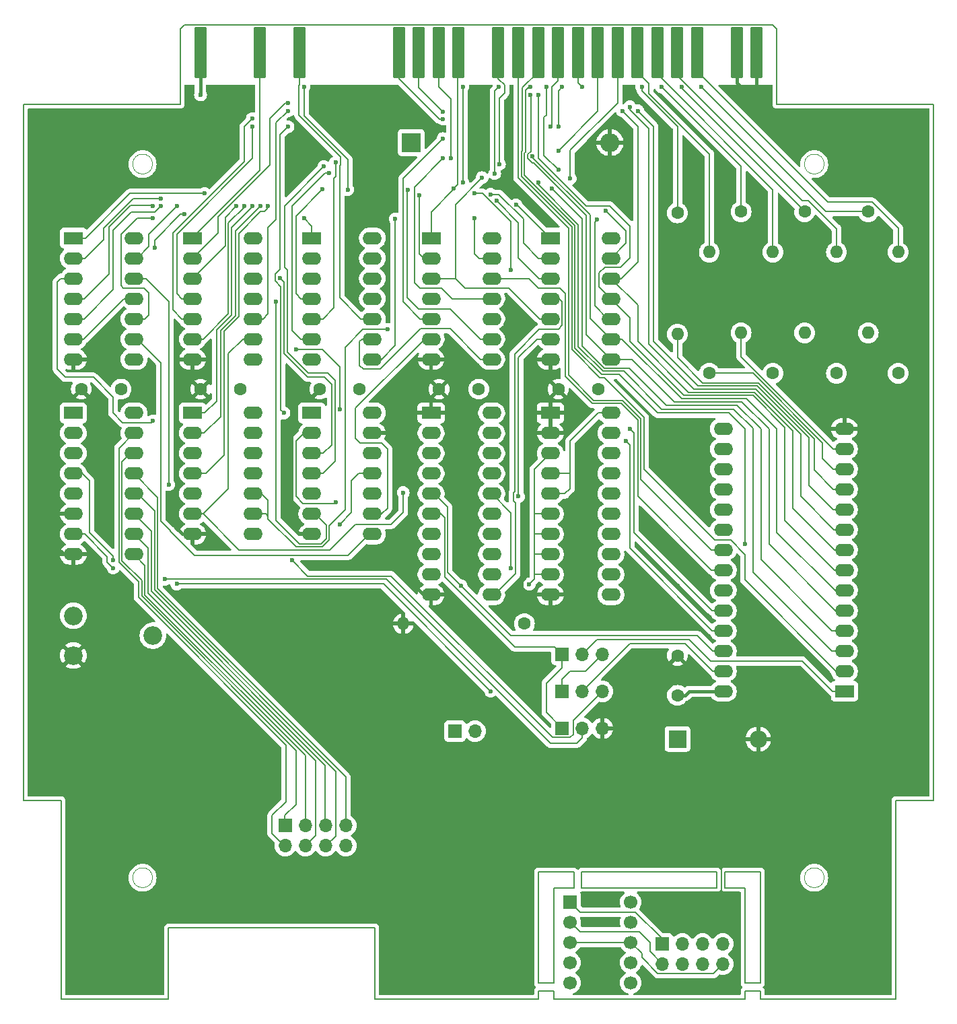
<source format=gbr>
%TF.GenerationSoftware,KiCad,Pcbnew,8.0.2*%
%TF.CreationDate,2024-05-12T21:20:15+02:00*%
%TF.ProjectId,M062.2,4d303632-2e32-42e6-9b69-6361645f7063,2*%
%TF.SameCoordinates,Original*%
%TF.FileFunction,Copper,L2,Bot*%
%TF.FilePolarity,Positive*%
%FSLAX46Y46*%
G04 Gerber Fmt 4.6, Leading zero omitted, Abs format (unit mm)*
G04 Created by KiCad (PCBNEW 8.0.2) date 2024-05-12 21:20:15*
%MOMM*%
%LPD*%
G01*
G04 APERTURE LIST*
G04 Aperture macros list*
%AMRoundRect*
0 Rectangle with rounded corners*
0 $1 Rounding radius*
0 $2 $3 $4 $5 $6 $7 $8 $9 X,Y pos of 4 corners*
0 Add a 4 corners polygon primitive as box body*
4,1,4,$2,$3,$4,$5,$6,$7,$8,$9,$2,$3,0*
0 Add four circle primitives for the rounded corners*
1,1,$1+$1,$2,$3*
1,1,$1+$1,$4,$5*
1,1,$1+$1,$6,$7*
1,1,$1+$1,$8,$9*
0 Add four rect primitives between the rounded corners*
20,1,$1+$1,$2,$3,$4,$5,0*
20,1,$1+$1,$4,$5,$6,$7,0*
20,1,$1+$1,$6,$7,$8,$9,0*
20,1,$1+$1,$8,$9,$2,$3,0*%
G04 Aperture macros list end*
%TA.AperFunction,ComponentPad*%
%ADD10C,2.340000*%
%TD*%
%TA.AperFunction,ComponentPad*%
%ADD11R,2.400000X1.600000*%
%TD*%
%TA.AperFunction,ComponentPad*%
%ADD12O,2.400000X1.600000*%
%TD*%
%TA.AperFunction,ComponentPad*%
%ADD13C,1.600000*%
%TD*%
%TA.AperFunction,ComponentPad*%
%ADD14O,1.600000X1.600000*%
%TD*%
%TA.AperFunction,ComponentPad*%
%ADD15R,2.400000X2.400000*%
%TD*%
%TA.AperFunction,ComponentPad*%
%ADD16O,2.400000X2.400000*%
%TD*%
%TA.AperFunction,SMDPad,CuDef*%
%ADD17RoundRect,0.150000X-0.600000X-3.100000X0.600000X-3.100000X0.600000X3.100000X-0.600000X3.100000X0*%
%TD*%
%TA.AperFunction,ComponentPad*%
%ADD18R,1.700000X1.700000*%
%TD*%
%TA.AperFunction,ComponentPad*%
%ADD19C,1.700000*%
%TD*%
%TA.AperFunction,ComponentPad*%
%ADD20O,1.700000X1.700000*%
%TD*%
%TA.AperFunction,ComponentPad*%
%ADD21R,2.200000X2.200000*%
%TD*%
%TA.AperFunction,ComponentPad*%
%ADD22O,2.200000X2.200000*%
%TD*%
%TA.AperFunction,ViaPad*%
%ADD23C,0.600000*%
%TD*%
%TA.AperFunction,ViaPad*%
%ADD24C,0.800000*%
%TD*%
%TA.AperFunction,Conductor*%
%ADD25C,0.400000*%
%TD*%
%TA.AperFunction,Conductor*%
%ADD26C,0.200000*%
%TD*%
%TA.AperFunction,Profile*%
%ADD27C,0.150000*%
%TD*%
%TA.AperFunction,Profile*%
%ADD28C,0.120000*%
%TD*%
G04 APERTURE END LIST*
D10*
%TO.P,RV1,1,1*%
%TO.N,GND*%
X101000000Y-120500000D03*
%TO.P,RV1,2,2*%
%TO.N,Net-(U5A-RV)*%
X111000000Y-118000000D03*
%TO.P,RV1,3,3*%
%TO.N,+5V*%
X101000000Y-115500000D03*
%TD*%
D11*
%TO.P,U1,1,A1*%
%TO.N,~{MAD}*%
X116000000Y-68000000D03*
D12*
%TO.P,U1,2,B1*%
%TO.N,~{IORQ}*%
X116000000Y-70540000D03*
%TO.P,U1,3,Y1*%
%TO.N,Net-(U1A-Y1)*%
X116000000Y-73080000D03*
%TO.P,U1,4,A2*%
%TO.N,A0*%
X116000000Y-75620000D03*
%TO.P,U1,5,B2*%
%TO.N,A1*%
X116000000Y-78160000D03*
%TO.P,U1,6,Y2*%
%TO.N,Net-(U1B-Y2)*%
X116000000Y-80700000D03*
%TO.P,U1,7,GND*%
%TO.N,GND*%
X116000000Y-83240000D03*
%TO.P,U1,8,Y3*%
%TO.N,/~{STRUCT}*%
X123620000Y-83240000D03*
%TO.P,U1,9,A3*%
%TO.N,Net-(U1C-A3)*%
X123620000Y-80700000D03*
%TO.P,U1,10,B3*%
%TO.N,~{RD}*%
X123620000Y-78160000D03*
%TO.P,U1,11,Y4*%
%TO.N,unconnected-(U1D-Y4-Pad11)*%
X123620000Y-75620000D03*
%TO.P,U1,12,A4*%
%TO.N,+5V*%
X123620000Y-73080000D03*
%TO.P,U1,13,B4*%
X123620000Y-70540000D03*
%TO.P,U1,14,Vcc*%
X123620000Y-68000000D03*
%TD*%
D13*
%TO.P,R6,1*%
%TO.N,Net-(X1-DB2)*%
X185000000Y-64680000D03*
D14*
%TO.P,R6,2*%
%TO.N,D2*%
X185000000Y-79920000D03*
%TD*%
D13*
%TO.P,R3,1*%
%TO.N,D5*%
X197000000Y-85000000D03*
D14*
%TO.P,R3,2*%
%TO.N,Net-(X1-DB5)*%
X197000000Y-69760000D03*
%TD*%
D15*
%TO.P,C1,1*%
%TO.N,+5V*%
X143500000Y-56000000D03*
D16*
%TO.P,C1,2*%
%TO.N,GND*%
X168500000Y-56000000D03*
%TD*%
D17*
%TO.P,X1,1A,GND*%
%TO.N,GND*%
X186960000Y-44700000D03*
%TO.P,X1,2A,GND*%
X184460000Y-44700000D03*
%TO.P,X1,4A,DB7*%
%TO.N,Net-(X1-DB7)*%
X179460000Y-44700000D03*
%TO.P,X1,5A,DB5*%
%TO.N,Net-(X1-DB5)*%
X176960000Y-44700000D03*
%TO.P,X1,6A,DB3*%
%TO.N,Net-(X1-DB3)*%
X174460000Y-44700000D03*
%TO.P,X1,7A,DB1*%
%TO.N,Net-(X1-DB1)*%
X171960000Y-44700000D03*
%TO.P,X1,8A,/WR*%
%TO.N,~{WR}*%
X169460000Y-44700000D03*
%TO.P,X1,9A,/MREQ*%
%TO.N,~{MREQ}*%
X166960000Y-44700000D03*
%TO.P,X1,10A,IEO*%
%TO.N,IEI-IEO*%
X164460000Y-44700000D03*
%TO.P,X1,11A,AB14*%
%TO.N,A14*%
X161960000Y-44700000D03*
%TO.P,X1,12A,AB12*%
%TO.N,A12*%
X159460000Y-44700000D03*
%TO.P,X1,13A,AB10*%
%TO.N,A10*%
X156960000Y-44700000D03*
%TO.P,X1,14A,AB8*%
%TO.N,A8*%
X154460000Y-44700000D03*
%TO.P,X1,16A,AB6*%
%TO.N,A6*%
X149460000Y-44700000D03*
%TO.P,X1,17A,AB4*%
%TO.N,A4*%
X146960000Y-44700000D03*
%TO.P,X1,18A,AB2*%
%TO.N,A2*%
X144460000Y-44700000D03*
%TO.P,X1,19A,AB0*%
%TO.N,A0*%
X141960000Y-44700000D03*
%TO.P,X1,24A,MEO*%
%TO.N,MEO*%
X129460000Y-44700000D03*
%TO.P,X1,26A,/MAD*%
%TO.N,~{MAD}*%
X124460000Y-44700000D03*
%TO.P,X1,29A,+5V*%
%TO.N,+5V*%
X116960000Y-44700000D03*
%TD*%
D13*
%TO.P,R9,1*%
%TO.N,Net-(JP2-A)*%
X157740000Y-116500000D03*
D14*
%TO.P,R9,2*%
%TO.N,GND*%
X142500000Y-116500000D03*
%TD*%
D13*
%TO.P,R7,1*%
%TO.N,D1*%
X181000000Y-85000000D03*
D14*
%TO.P,R7,2*%
%TO.N,Net-(X1-DB1)*%
X181000000Y-69760000D03*
%TD*%
D18*
%TO.P,U12,1,G*%
%TO.N,/gi*%
X163500000Y-151500000D03*
D19*
%TO.P,U12,2,F*%
%TO.N,/fi*%
X163500000Y-154040000D03*
%TO.P,U12,3,CA*%
%TO.N,Net-(J2-Pin_8)*%
X163500000Y-156580000D03*
%TO.P,U12,4,E*%
%TO.N,/ei*%
X163500000Y-159120000D03*
%TO.P,U12,5,D*%
%TO.N,/di*%
X163500000Y-161660000D03*
%TO.P,U12,6,DP*%
%TO.N,unconnected-(U12-DP-Pad6)*%
X171120000Y-161660000D03*
%TO.P,U12,7,C*%
%TO.N,/ci*%
X171120000Y-159120000D03*
%TO.P,U12,8,CA*%
%TO.N,Net-(J2-Pin_8)*%
X171120000Y-156580000D03*
%TO.P,U12,9,B*%
%TO.N,/bi*%
X171120000Y-154040000D03*
%TO.P,U12,10,A*%
%TO.N,/ai*%
X171120000Y-151500000D03*
%TD*%
D11*
%TO.P,U11,1,A15*%
%TO.N,Net-(JP4-C)*%
X198000000Y-125000000D03*
D12*
%TO.P,U11,2,A12*%
%TO.N,A12*%
X198000000Y-122460000D03*
%TO.P,U11,3,A7*%
%TO.N,A7*%
X198000000Y-119920000D03*
%TO.P,U11,4,A6*%
%TO.N,A6*%
X198000000Y-117380000D03*
%TO.P,U11,5,A5*%
%TO.N,A5*%
X198000000Y-114840000D03*
%TO.P,U11,6,A4*%
%TO.N,A4*%
X198000000Y-112300000D03*
%TO.P,U11,7,A3*%
%TO.N,A3*%
X198000000Y-109760000D03*
%TO.P,U11,8,A2*%
%TO.N,A2*%
X198000000Y-107220000D03*
%TO.P,U11,9,A1*%
%TO.N,A1*%
X198000000Y-104680000D03*
%TO.P,U11,10,A0*%
%TO.N,A0*%
X198000000Y-102140000D03*
%TO.P,U11,11,D0*%
%TO.N,D0*%
X198000000Y-99600000D03*
%TO.P,U11,12,D1*%
%TO.N,D1*%
X198000000Y-97060000D03*
%TO.P,U11,13,D2*%
%TO.N,D2*%
X198000000Y-94520000D03*
%TO.P,U11,14,Uss*%
%TO.N,GND*%
X198000000Y-91980000D03*
%TO.P,U11,15,D3*%
%TO.N,D3*%
X182760000Y-91980000D03*
%TO.P,U11,16,D4*%
%TO.N,D4*%
X182760000Y-94520000D03*
%TO.P,U11,17,D5*%
%TO.N,D5*%
X182760000Y-97060000D03*
%TO.P,U11,18,D6*%
%TO.N,D6*%
X182760000Y-99600000D03*
%TO.P,U11,19,D7*%
%TO.N,D7*%
X182760000Y-102140000D03*
%TO.P,U11,20,~{CE}*%
%TO.N,/~{CS}*%
X182760000Y-104680000D03*
%TO.P,U11,21,A10*%
%TO.N,A10*%
X182760000Y-107220000D03*
%TO.P,U11,22,~{OE}*%
%TO.N,/~{CS}*%
X182760000Y-109760000D03*
%TO.P,U11,23,A11*%
%TO.N,A11*%
X182760000Y-112300000D03*
%TO.P,U11,24,A9*%
%TO.N,A9*%
X182760000Y-114840000D03*
%TO.P,U11,25,A8*%
%TO.N,A8*%
X182760000Y-117380000D03*
%TO.P,U11,26,A13*%
%TO.N,/AD13*%
X182760000Y-119920000D03*
%TO.P,U11,27,A14*%
%TO.N,Net-(JP3-C)*%
X182760000Y-122460000D03*
%TO.P,U11,28,Udd*%
%TO.N,+5V*%
X182760000Y-125000000D03*
%TD*%
D13*
%TO.P,R1,1*%
%TO.N,D7*%
X204760000Y-85000000D03*
D14*
%TO.P,R1,2*%
%TO.N,Net-(X1-DB7)*%
X204760000Y-69760000D03*
%TD*%
D13*
%TO.P,R2,1*%
%TO.N,Net-(X1-DB6)*%
X201000000Y-64680000D03*
D14*
%TO.P,R2,2*%
%TO.N,D6*%
X201000000Y-79920000D03*
%TD*%
D11*
%TO.P,U9,1,Y1*%
%TO.N,Net-(U8C-B3)*%
X131000000Y-68000000D03*
D12*
%TO.P,U9,2,A1*%
%TO.N,Net-(U6A-Y1)*%
X131000000Y-70540000D03*
%TO.P,U9,3,B1*%
%TO.N,Net-(U6B-Y2)*%
X131000000Y-73080000D03*
%TO.P,U9,4,Y2*%
%TO.N,Net-(U8A-C1)*%
X131000000Y-75620000D03*
%TO.P,U9,5,A2*%
%TO.N,A8*%
X131000000Y-78160000D03*
%TO.P,U9,6,B2*%
%TO.N,A9*%
X131000000Y-80700000D03*
%TO.P,U9,7,GND*%
%TO.N,GND*%
X131000000Y-83240000D03*
%TO.P,U9,8,A3*%
%TO.N,Net-(U2F-A6)*%
X138620000Y-83240000D03*
%TO.P,U9,9,B3*%
%TO.N,Net-(U2D-Y4)*%
X138620000Y-80700000D03*
%TO.P,U9,10,Y3*%
%TO.N,MEO*%
X138620000Y-78160000D03*
%TO.P,U9,11,A4*%
%TO.N,+5V*%
X138620000Y-75620000D03*
%TO.P,U9,12,B4*%
X138620000Y-73080000D03*
%TO.P,U9,13,Y4*%
%TO.N,unconnected-(U9D-Y4-Pad13)*%
X138620000Y-70540000D03*
%TO.P,U9,14,Vcc*%
%TO.N,+5V*%
X138620000Y-68000000D03*
%TD*%
D18*
%TO.P,JP4,1,A*%
%TO.N,/AD15*%
X162475000Y-120350000D03*
D20*
%TO.P,JP4,2,C*%
%TO.N,Net-(JP4-C)*%
X165015000Y-120350000D03*
%TO.P,JP4,3,B*%
%TO.N,/AD14*%
X167555000Y-120350000D03*
%TD*%
D11*
%TO.P,U2,1,A1*%
%TO.N,A6*%
X146000000Y-68000000D03*
D12*
%TO.P,U2,2,Y1*%
%TO.N,Net-(U2A-Y1)*%
X146000000Y-70540000D03*
%TO.P,U2,3,A2*%
%TO.N,~{WR}*%
X146000000Y-73080000D03*
%TO.P,U2,4,Y2*%
%TO.N,Net-(U2B-Y2)*%
X146000000Y-75620000D03*
%TO.P,U2,5,A3*%
%TO.N,A15*%
X146000000Y-78160000D03*
%TO.P,U2,6,Y3*%
%TO.N,Net-(U2C-Y3)*%
X146000000Y-80700000D03*
%TO.P,U2,7,GND*%
%TO.N,GND*%
X146000000Y-83240000D03*
%TO.P,U2,8,Y4*%
%TO.N,Net-(U2D-Y4)*%
X153620000Y-83240000D03*
%TO.P,U2,9,A4*%
%TO.N,MEI*%
X153620000Y-80700000D03*
%TO.P,U2,10,Y5*%
%TO.N,Net-(U2E-Y5)*%
X153620000Y-78160000D03*
%TO.P,U2,11,A5*%
%TO.N,~{MREQ}*%
X153620000Y-75620000D03*
%TO.P,U2,12,Y6*%
%TO.N,/~{CS}*%
X153620000Y-73080000D03*
%TO.P,U2,13,A6*%
%TO.N,Net-(U2F-A6)*%
X153620000Y-70540000D03*
%TO.P,U2,14,Vcc*%
%TO.N,+5V*%
X153620000Y-68000000D03*
%TD*%
D21*
%TO.P,D1,1,K*%
%TO.N,+5V*%
X177000000Y-131000000D03*
D22*
%TO.P,D1,2,A*%
%TO.N,GND*%
X187160000Y-131000000D03*
%TD*%
D13*
%TO.P,C7,1*%
%TO.N,+5V*%
X177000000Y-125500000D03*
%TO.P,C7,2*%
%TO.N,GND*%
X177000000Y-120500000D03*
%TD*%
D11*
%TO.P,U3,1,A1*%
%TO.N,Net-(U3A-A1)*%
X116000000Y-90000000D03*
D12*
%TO.P,U3,2,B1*%
%TO.N,Net-(U3A-B1)*%
X116000000Y-92540000D03*
%TO.P,U3,3,n.c.*%
%TO.N,unconnected-(U3A-n.c.-Pad3)*%
X116000000Y-95080000D03*
%TO.P,U3,4,C1*%
%TO.N,Net-(U3A-C1)*%
X116000000Y-97620000D03*
%TO.P,U3,5,D1*%
%TO.N,Net-(U3A-D1)*%
X116000000Y-100160000D03*
%TO.P,U3,6,Y1*%
%TO.N,Net-(U1C-A3)*%
X116000000Y-102700000D03*
%TO.P,U3,7,GND*%
%TO.N,GND*%
X116000000Y-105240000D03*
%TO.P,U3,8,Y2*%
%TO.N,/~{RAM_WR}*%
X123620000Y-105240000D03*
%TO.P,U3,9,A2*%
%TO.N,Net-(U2B-Y2)*%
X123620000Y-102700000D03*
%TO.P,U3,10,B2*%
X123620000Y-100160000D03*
%TO.P,U3,11,n.c.*%
%TO.N,unconnected-(U3B-n.c.-Pad11)*%
X123620000Y-97620000D03*
%TO.P,U3,12,C2*%
%TO.N,/ctrl1*%
X123620000Y-95080000D03*
%TO.P,U3,13,D2*%
X123620000Y-92540000D03*
%TO.P,U3,14,Vcc*%
%TO.N,+5V*%
X123620000Y-90000000D03*
%TD*%
D18*
%TO.P,JP2,1,A*%
%TO.N,Net-(JP2-A)*%
X149000000Y-130000000D03*
D20*
%TO.P,JP2,2,B*%
%TO.N,+5V*%
X151540000Y-130000000D03*
%TD*%
D13*
%TO.P,C5,1*%
%TO.N,+5V*%
X152000000Y-87000000D03*
%TO.P,C5,2*%
%TO.N,GND*%
X147000000Y-87000000D03*
%TD*%
D18*
%TO.P,J1,1,Pin_1*%
%TO.N,/go*%
X127650000Y-141875000D03*
D20*
%TO.P,J1,2,Pin_2*%
%TO.N,/fo*%
X127650000Y-144415000D03*
%TO.P,J1,3,Pin_3*%
%TO.N,/eo*%
X130190000Y-141875000D03*
%TO.P,J1,4,Pin_4*%
%TO.N,/do*%
X130190000Y-144415000D03*
%TO.P,J1,5,Pin_5*%
%TO.N,/co*%
X132730000Y-141875000D03*
%TO.P,J1,6,Pin_6*%
%TO.N,/bo*%
X132730000Y-144415000D03*
%TO.P,J1,7,Pin_7*%
%TO.N,/ao*%
X135270000Y-141875000D03*
%TO.P,J1,8,Pin_8*%
%TO.N,+5V*%
X135270000Y-144415000D03*
%TD*%
D11*
%TO.P,U5,1,B*%
%TO.N,/AD14*%
X101000000Y-90000000D03*
D12*
%TO.P,U5,2,C*%
%TO.N,Net-(JP1-C)*%
X101000000Y-92540000D03*
%TO.P,U5,3,RV*%
%TO.N,Net-(U5A-RV)*%
X101000000Y-95080000D03*
%TO.P,U5,4,BI/RBO*%
%TO.N,/SEG_on*%
X101000000Y-97620000D03*
%TO.P,U5,5,RBI*%
%TO.N,unconnected-(U5A-RBI-Pad5)*%
X101000000Y-100160000D03*
%TO.P,U5,6,D*%
%TO.N,GND*%
X101000000Y-102700000D03*
%TO.P,U5,7,A*%
%TO.N,/AD13*%
X101000000Y-105240000D03*
%TO.P,U5,8,GND*%
%TO.N,GND*%
X101000000Y-107780000D03*
%TO.P,U5,9,e*%
%TO.N,/eo*%
X108620000Y-107780000D03*
%TO.P,U5,10,d*%
%TO.N,/do*%
X108620000Y-105240000D03*
%TO.P,U5,11,c*%
%TO.N,/co*%
X108620000Y-102700000D03*
%TO.P,U5,12,b*%
%TO.N,/bo*%
X108620000Y-100160000D03*
%TO.P,U5,13,a*%
%TO.N,/ao*%
X108620000Y-97620000D03*
%TO.P,U5,14,g*%
%TO.N,/go*%
X108620000Y-95080000D03*
%TO.P,U5,15,f*%
%TO.N,/fo*%
X108620000Y-92540000D03*
%TO.P,U5,16,Vcc*%
%TO.N,+5V*%
X108620000Y-90000000D03*
%TD*%
D13*
%TO.P,R4,1*%
%TO.N,Net-(X1-DB4)*%
X193000000Y-64680000D03*
D14*
%TO.P,R4,2*%
%TO.N,D4*%
X193000000Y-79920000D03*
%TD*%
D13*
%TO.P,C2,1*%
%TO.N,+5V*%
X107000000Y-87000000D03*
%TO.P,C2,2*%
%TO.N,GND*%
X102000000Y-87000000D03*
%TD*%
D11*
%TO.P,U8,1,A1*%
%TO.N,Net-(U2A-Y1)*%
X101000000Y-68000000D03*
D12*
%TO.P,U8,2,B1*%
%TO.N,A7*%
X101000000Y-70540000D03*
%TO.P,U8,3,A2*%
%TO.N,/ctrl0*%
X101000000Y-73080000D03*
%TO.P,U8,4,B2*%
%TO.N,Net-(U2E-Y5)*%
X101000000Y-75620000D03*
%TO.P,U8,5,C2*%
%TO.N,MEI*%
X101000000Y-78160000D03*
%TO.P,U8,6,Y2*%
%TO.N,Net-(U8B-Y2)*%
X101000000Y-80700000D03*
%TO.P,U8,7,GND*%
%TO.N,GND*%
X101000000Y-83240000D03*
%TO.P,U8,8,Y3*%
%TO.N,Net-(U2F-A6)*%
X108620000Y-83240000D03*
%TO.P,U8,9,A3*%
%TO.N,Net-(U6C-Y3)*%
X108620000Y-80700000D03*
%TO.P,U8,10,B3*%
%TO.N,Net-(U8C-B3)*%
X108620000Y-78160000D03*
%TO.P,U8,11,C3*%
%TO.N,Net-(U8B-Y2)*%
X108620000Y-75620000D03*
%TO.P,U8,12,Y1*%
%TO.N,Net-(U3A-D1)*%
X108620000Y-73080000D03*
%TO.P,U8,13,C1*%
%TO.N,Net-(U8A-C1)*%
X108620000Y-70540000D03*
%TO.P,U8,14,Vcc*%
%TO.N,+5V*%
X108620000Y-68000000D03*
%TD*%
D13*
%TO.P,R8,1*%
%TO.N,Net-(X1-DB0)*%
X177000000Y-64840000D03*
D14*
%TO.P,R8,2*%
%TO.N,D0*%
X177000000Y-80080000D03*
%TD*%
D11*
%TO.P,U7,1,~{OE1}*%
%TO.N,GND*%
X161000000Y-90000000D03*
D12*
%TO.P,U7,2,A1*%
X161000000Y-92540000D03*
%TO.P,U7,3,A2*%
%TO.N,Net-(JP2-A)*%
X161000000Y-95080000D03*
%TO.P,U7,4,A3*%
%TO.N,+5V*%
X161000000Y-97620000D03*
%TO.P,U7,5,A4*%
X161000000Y-100160000D03*
%TO.P,U7,6,A5*%
%TO.N,Net-(JP2-A)*%
X161000000Y-102700000D03*
%TO.P,U7,7,A6*%
X161000000Y-105240000D03*
%TO.P,U7,8,A7*%
X161000000Y-107780000D03*
%TO.P,U7,9,A8*%
X161000000Y-110320000D03*
%TO.P,U7,10,GND*%
%TO.N,GND*%
X161000000Y-112860000D03*
%TO.P,U7,11,Y8*%
%TO.N,D7*%
X168620000Y-112860000D03*
%TO.P,U7,12,Y7*%
%TO.N,D6*%
X168620000Y-110320000D03*
%TO.P,U7,13,Y6*%
%TO.N,D5*%
X168620000Y-107780000D03*
%TO.P,U7,14,Y5*%
%TO.N,D4*%
X168620000Y-105240000D03*
%TO.P,U7,15,A4*%
%TO.N,D3*%
X168620000Y-102700000D03*
%TO.P,U7,16,Y3*%
%TO.N,D2*%
X168620000Y-100160000D03*
%TO.P,U7,17,Y2*%
%TO.N,D1*%
X168620000Y-97620000D03*
%TO.P,U7,18,Y1*%
%TO.N,D0*%
X168620000Y-95080000D03*
%TO.P,U7,19,~{OE2}*%
%TO.N,/~{STRUCT}*%
X168620000Y-92540000D03*
%TO.P,U7,20,Vcc*%
%TO.N,+5V*%
X168620000Y-90000000D03*
%TD*%
D13*
%TO.P,R5,1*%
%TO.N,D3*%
X189000000Y-85000000D03*
D14*
%TO.P,R5,2*%
%TO.N,Net-(X1-DB3)*%
X189000000Y-69760000D03*
%TD*%
D13*
%TO.P,C6,1*%
%TO.N,+5V*%
X167000000Y-87000000D03*
%TO.P,C6,2*%
%TO.N,GND*%
X162000000Y-87000000D03*
%TD*%
%TO.P,C3,1*%
%TO.N,+5V*%
X122000000Y-87000000D03*
%TO.P,C3,2*%
%TO.N,GND*%
X117000000Y-87000000D03*
%TD*%
D11*
%TO.P,U4,1,Y1*%
%TO.N,Net-(U3A-A1)*%
X161000000Y-68000000D03*
D12*
%TO.P,U4,2,A1*%
%TO.N,Net-(U1A-Y1)*%
X161000000Y-70540000D03*
%TO.P,U4,3,B1*%
%TO.N,Net-(U1B-Y2)*%
X161000000Y-73080000D03*
%TO.P,U4,4,Y2*%
%TO.N,/Latch*%
X161000000Y-75620000D03*
%TO.P,U4,5,A2*%
%TO.N,~{WR}*%
X161000000Y-78160000D03*
%TO.P,U4,6,B2*%
%TO.N,Net-(U1C-A3)*%
X161000000Y-80700000D03*
%TO.P,U4,7,GND*%
%TO.N,GND*%
X161000000Y-83240000D03*
%TO.P,U4,8,A3*%
%TO.N,A5*%
X168620000Y-83240000D03*
%TO.P,U4,9,B3*%
%TO.N,A4*%
X168620000Y-80700000D03*
%TO.P,U4,10,Y3*%
%TO.N,Net-(U3A-C1)*%
X168620000Y-78160000D03*
%TO.P,U4,11,A4*%
%TO.N,A3*%
X168620000Y-75620000D03*
%TO.P,U4,12,B4*%
%TO.N,A2*%
X168620000Y-73080000D03*
%TO.P,U4,13,Y4*%
%TO.N,Net-(U3A-B1)*%
X168620000Y-70540000D03*
%TO.P,U4,14,Vcc*%
%TO.N,+5V*%
X168620000Y-68000000D03*
%TD*%
D13*
%TO.P,C4,1*%
%TO.N,+5V*%
X137000000Y-87000000D03*
%TO.P,C4,2*%
%TO.N,GND*%
X132000000Y-87000000D03*
%TD*%
D11*
%TO.P,U10,1,EN*%
%TO.N,GND*%
X146000000Y-90000000D03*
D12*
%TO.P,U10,2,Q1*%
%TO.N,/ctrl0*%
X146000000Y-92540000D03*
%TO.P,U10,3,D1*%
%TO.N,D0*%
X146000000Y-95080000D03*
%TO.P,U10,4,D2*%
%TO.N,D2*%
X146000000Y-97620000D03*
%TO.P,U10,5,Q2*%
%TO.N,/AD13*%
X146000000Y-100160000D03*
%TO.P,U10,6,Q3*%
%TO.N,/AD15*%
X146000000Y-102700000D03*
%TO.P,U10,7,D3*%
%TO.N,D4*%
X146000000Y-105240000D03*
%TO.P,U10,8,D4*%
%TO.N,D6*%
X146000000Y-107780000D03*
%TO.P,U10,9,Q4*%
%TO.N,/ctrl6*%
X146000000Y-110320000D03*
%TO.P,U10,10,GND*%
%TO.N,GND*%
X146000000Y-112860000D03*
%TO.P,U10,11,C*%
%TO.N,/Latch*%
X153620000Y-112860000D03*
%TO.P,U10,12,Q5*%
%TO.N,/ctrl7*%
X153620000Y-110320000D03*
%TO.P,U10,13,D5*%
%TO.N,D7*%
X153620000Y-107780000D03*
%TO.P,U10,14,D6*%
%TO.N,D5*%
X153620000Y-105240000D03*
%TO.P,U10,15,Q6*%
%TO.N,/ctrl5*%
X153620000Y-102700000D03*
%TO.P,U10,16,Q7*%
%TO.N,/AD14*%
X153620000Y-100160000D03*
%TO.P,U10,17,D7*%
%TO.N,D3*%
X153620000Y-97620000D03*
%TO.P,U10,18,D8*%
%TO.N,D1*%
X153620000Y-95080000D03*
%TO.P,U10,19,Q8*%
%TO.N,/ctrl1*%
X153620000Y-92540000D03*
%TO.P,U10,20,Vcc*%
%TO.N,+5V*%
X153620000Y-90000000D03*
%TD*%
D18*
%TO.P,JP1,1,A*%
%TO.N,/AD15*%
X162475000Y-129650000D03*
D20*
%TO.P,JP1,2,C*%
%TO.N,Net-(JP1-C)*%
X165015000Y-129650000D03*
%TO.P,JP1,3,B*%
%TO.N,GND*%
X167555000Y-129650000D03*
%TD*%
D18*
%TO.P,JP3,1,A*%
%TO.N,/AD14*%
X162475000Y-125000000D03*
D20*
%TO.P,JP3,2,C*%
%TO.N,Net-(JP3-C)*%
X165015000Y-125000000D03*
%TO.P,JP3,3,B*%
%TO.N,/~{RAM_WR}*%
X167555000Y-125000000D03*
%TD*%
D11*
%TO.P,U6,1,A1*%
%TO.N,A14*%
X131000000Y-90000000D03*
D12*
%TO.P,U6,2,B1*%
%TO.N,/ctrl6*%
X131000000Y-92540000D03*
%TO.P,U6,3,Y1*%
%TO.N,Net-(U6A-Y1)*%
X131000000Y-95080000D03*
%TO.P,U6,4,A2*%
%TO.N,A13*%
X131000000Y-97620000D03*
%TO.P,U6,5,B2*%
%TO.N,/ctrl5*%
X131000000Y-100160000D03*
%TO.P,U6,6,Y2*%
%TO.N,Net-(U6B-Y2)*%
X131000000Y-102700000D03*
%TO.P,U6,7,GND*%
%TO.N,GND*%
X131000000Y-105240000D03*
%TO.P,U6,8,Y3*%
%TO.N,Net-(U6C-Y3)*%
X138620000Y-105240000D03*
%TO.P,U6,9,A3*%
%TO.N,Net-(U2C-Y3)*%
X138620000Y-102700000D03*
%TO.P,U6,10,B3*%
%TO.N,/ctrl7*%
X138620000Y-100160000D03*
%TO.P,U6,11,Y4*%
%TO.N,/SEG_on*%
X138620000Y-97620000D03*
%TO.P,U6,12,A4*%
%TO.N,/ctrl0*%
X138620000Y-95080000D03*
%TO.P,U6,13,B4*%
%TO.N,GND*%
X138620000Y-92540000D03*
%TO.P,U6,14,Vcc*%
%TO.N,+5V*%
X138620000Y-90000000D03*
%TD*%
D18*
%TO.P,J2,1,Pin_1*%
%TO.N,/gi*%
X175080000Y-156760000D03*
D20*
%TO.P,J2,2,Pin_2*%
%TO.N,/fi*%
X175080000Y-159300000D03*
%TO.P,J2,3,Pin_3*%
%TO.N,/ei*%
X177620000Y-156760000D03*
%TO.P,J2,4,Pin_4*%
%TO.N,/di*%
X177620000Y-159300000D03*
%TO.P,J2,5,Pin_5*%
%TO.N,/ci*%
X180160000Y-156760000D03*
%TO.P,J2,6,Pin_6*%
%TO.N,/bi*%
X180160000Y-159300000D03*
%TO.P,J2,7,Pin_7*%
%TO.N,/ai*%
X182700000Y-156760000D03*
%TO.P,J2,8,Pin_8*%
%TO.N,Net-(J2-Pin_8)*%
X182700000Y-159300000D03*
%TD*%
D23*
%TO.N,GND*%
X166500000Y-154250000D03*
X142500000Y-97500000D03*
X149800000Y-99400000D03*
X127500000Y-94500000D03*
X180000000Y-101800000D03*
X166500000Y-157750000D03*
X177000000Y-111750000D03*
X129500000Y-54500000D03*
X177600000Y-99200000D03*
X152000000Y-56500000D03*
X104000000Y-62500000D03*
D24*
X186000000Y-50000000D03*
D23*
X136500000Y-55000000D03*
X113000000Y-53500000D03*
X176400000Y-98000000D03*
X194000000Y-89200000D03*
X157000000Y-162000000D03*
X127500000Y-91500000D03*
X158500000Y-63500000D03*
X105000000Y-97500000D03*
X182500000Y-155000000D03*
X177000000Y-107600000D03*
X166500000Y-151750000D03*
X139500000Y-57500000D03*
X170000000Y-60000000D03*
X189500000Y-118500000D03*
X178800000Y-100400000D03*
X120000000Y-53500000D03*
X141200000Y-108200000D03*
X166500000Y-162500000D03*
X166500000Y-160500000D03*
X176400000Y-95400000D03*
X166000000Y-63000000D03*
X182500000Y-146000000D03*
%TO.N,+5V*%
X117000000Y-50000000D03*
%TO.N,Net-(JP1-C)*%
X112500000Y-110900000D03*
%TO.N,Net-(JP2-A)*%
X158353797Y-111520608D03*
%TO.N,/AD14*%
X156000000Y-109500000D03*
X114000000Y-111500000D03*
X153500000Y-125000000D03*
%TO.N,/~{RAM_WR}*%
X128500000Y-108500000D03*
%TO.N,Net-(X1-DB6)*%
X179999990Y-49000000D03*
%TO.N,Net-(X1-DB4)*%
X177500000Y-48999996D03*
%TO.N,Net-(X1-DB2)*%
X175000004Y-49000004D03*
%TO.N,Net-(X1-DB0)*%
X172500010Y-48999990D03*
%TO.N,~{IORQ}*%
X128000000Y-51000000D03*
%TO.N,Net-(U1C-A3)*%
X142500000Y-100000000D03*
X157000000Y-100500000D03*
%TO.N,Net-(U1A-Y1)*%
X121500000Y-64000000D03*
X153500000Y-62500000D03*
%TO.N,/~{STRUCT}*%
X134500000Y-89500000D03*
X129000000Y-82000000D03*
%TO.N,A1*%
X171000000Y-51500000D03*
X123500000Y-53000000D03*
%TO.N,~{RD}*%
X128000000Y-52000000D03*
%TO.N,A0*%
X172000000Y-52000000D03*
X123500000Y-54000000D03*
X147500000Y-53011026D03*
%TO.N,Net-(U1B-Y2)*%
X122500000Y-64000000D03*
X154224265Y-63275735D03*
%TO.N,Net-(U2E-Y5)*%
X151500000Y-62400000D03*
X111000000Y-64000000D03*
X156000000Y-72000000D03*
%TO.N,Net-(U2A-Y1)*%
X117500000Y-62400000D03*
X144500000Y-62600000D03*
%TO.N,A15*%
X162000000Y-54000000D03*
X162500000Y-49000000D03*
X147500000Y-55500000D03*
%TO.N,Net-(U2B-Y2)*%
X140500000Y-79500000D03*
%TO.N,MEI*%
X143100000Y-61900000D03*
X130000000Y-49000000D03*
X112000000Y-64000000D03*
X135500000Y-61900000D03*
%TO.N,~{WR}*%
X163500000Y-60500000D03*
X152425000Y-60400000D03*
%TO.N,A6*%
X161199995Y-61800000D03*
X148850001Y-61800000D03*
%TO.N,~{MREQ}*%
X147500000Y-58000000D03*
X162000000Y-57000000D03*
%TO.N,Net-(U2F-A6)*%
X151500000Y-65500000D03*
X115000000Y-65000000D03*
X111250000Y-69250000D03*
X141500000Y-65599999D03*
%TO.N,Net-(U3A-B1)*%
X124500000Y-64000000D03*
X168000000Y-64600000D03*
%TO.N,Net-(U3A-A1)*%
X123500000Y-64000000D03*
X156674265Y-63825735D03*
%TO.N,Net-(U3A-D1)*%
X113000000Y-99000000D03*
%TO.N,Net-(U3A-C1)*%
X125500000Y-64000000D03*
X166905589Y-65675172D03*
%TO.N,A5*%
X158500000Y-50000000D03*
%TO.N,A3*%
X159500000Y-50000000D03*
%TO.N,A2*%
X170060000Y-52000000D03*
X147469937Y-52099188D03*
%TO.N,A4*%
X148500000Y-58000000D03*
X158750765Y-57721475D03*
%TO.N,/SEG_on*%
X134500000Y-104000000D03*
X106000000Y-108500000D03*
%TO.N,/AD13*%
X149782843Y-111717157D03*
X106000000Y-109500000D03*
%TO.N,/ctrl6*%
X134000000Y-101260000D03*
%TO.N,/ctrl0*%
X111000000Y-91000000D03*
%TO.N,Net-(U6A-Y1)*%
X127000000Y-73000000D03*
%TO.N,Net-(U6B-Y2)*%
X126500000Y-76000000D03*
%TO.N,A13*%
X132500000Y-59000000D03*
X162000000Y-59400000D03*
X160500000Y-49000000D03*
%TO.N,A14*%
X127500000Y-90000000D03*
X128000000Y-54000000D03*
X161000000Y-54000000D03*
%TO.N,Net-(U8C-B3)*%
X130000000Y-65500000D03*
X111000000Y-65500000D03*
%TO.N,Net-(U8A-C1)*%
X132324265Y-61875735D03*
X114000000Y-64000000D03*
%TO.N,A7*%
X150000000Y-61000000D03*
X112000000Y-63000000D03*
X159500000Y-61000000D03*
X150000000Y-49000000D03*
%TO.N,A8*%
X134000000Y-58500000D03*
X170500000Y-93500000D03*
X154600000Y-58700000D03*
%TO.N,A9*%
X154000000Y-59900000D03*
X171000000Y-92000000D03*
X133158174Y-59835190D03*
X154500000Y-49000000D03*
%TO.N,A11*%
X158500000Y-49000000D03*
X185500000Y-106500000D03*
%TO.N,IEI-IEO*%
X165000000Y-49000000D03*
%TD*%
D25*
%TO.N,GND*%
X161000000Y-112860000D02*
X158278975Y-112860000D01*
D26*
X161000000Y-90000000D02*
X159000000Y-90000000D01*
D25*
X143500000Y-111368630D02*
X143500000Y-92500000D01*
X159000000Y-90000000D02*
X159000000Y-92500000D01*
X116000000Y-105240000D02*
X114740000Y-105240000D01*
X167600000Y-131200000D02*
X168300000Y-131200000D01*
X129500000Y-88100000D02*
X130900000Y-88100000D01*
X130900000Y-88100000D02*
X132000000Y-87000000D01*
D26*
X138620000Y-92540000D02*
X143460000Y-92540000D01*
X146000000Y-90000000D02*
X143500000Y-90000000D01*
D25*
X115800000Y-88200000D02*
X117000000Y-87000000D01*
X167555000Y-131155000D02*
X167600000Y-131200000D01*
X162000000Y-87000000D02*
X161000000Y-88000000D01*
X184460000Y-44700000D02*
X184460000Y-48460000D01*
X99200000Y-102700000D02*
X99000000Y-102500000D01*
X144991370Y-112860000D02*
X143500000Y-111368630D01*
X186960000Y-44700000D02*
X186960000Y-49040000D01*
X114000000Y-104500000D02*
X114000000Y-88600000D01*
X143900000Y-88100000D02*
X145900000Y-88100000D01*
X159000000Y-95848528D02*
X158100000Y-96748528D01*
X99000000Y-102500000D02*
X99000000Y-88600000D01*
X157353797Y-111106394D02*
X157353797Y-111934822D01*
X114740000Y-105240000D02*
X114000000Y-104500000D01*
X161000000Y-88000000D02*
X159000000Y-88000000D01*
X157459487Y-112040513D02*
X157459487Y-112040512D01*
X101000000Y-107780000D02*
X99780000Y-107780000D01*
X167555000Y-129650000D02*
X167555000Y-131155000D01*
X184460000Y-48460000D02*
X186000000Y-50000000D01*
X114000000Y-88600000D02*
X114400000Y-88200000D01*
D26*
X182500000Y-146000000D02*
X182500000Y-155000000D01*
D25*
X159040000Y-92540000D02*
X159000000Y-92500000D01*
X99000000Y-107000000D02*
X99000000Y-102500000D01*
X143500000Y-92500000D02*
X143500000Y-90000000D01*
X128400000Y-89200000D02*
X129500000Y-88100000D01*
X168500000Y-131000000D02*
X167000000Y-132500000D01*
X158100000Y-96748528D02*
X158100000Y-110360191D01*
X167000000Y-132500000D02*
X157000000Y-132500000D01*
X172500000Y-127000000D02*
X168500000Y-131000000D01*
D26*
X161000000Y-92540000D02*
X159040000Y-92540000D01*
D25*
X157000000Y-132500000D02*
X142500000Y-118000000D01*
X157353797Y-111934822D02*
X157459487Y-112040513D01*
X159000000Y-88000000D02*
X159000000Y-90000000D01*
X172500000Y-125000000D02*
X172500000Y-127000000D01*
X114400000Y-88200000D02*
X115800000Y-88200000D01*
X99780000Y-107780000D02*
X99000000Y-107000000D01*
X131000000Y-105240000D02*
X129440000Y-105240000D01*
X128400000Y-104200000D02*
X128400000Y-89200000D01*
X101000000Y-102700000D02*
X99200000Y-102700000D01*
X100900000Y-88100000D02*
X102000000Y-87000000D01*
X158278975Y-112860000D02*
X157459487Y-112040513D01*
X143500000Y-88500000D02*
X143900000Y-88100000D01*
X143500000Y-90000000D02*
X143500000Y-88500000D01*
X177000000Y-120500000D02*
X172500000Y-125000000D01*
X168300000Y-131200000D02*
X168500000Y-131000000D01*
X143460000Y-92540000D02*
X143500000Y-92500000D01*
X145900000Y-88100000D02*
X147000000Y-87000000D01*
X129440000Y-105240000D02*
X128400000Y-104200000D01*
X142500000Y-118000000D02*
X142500000Y-116500000D01*
X99000000Y-88600000D02*
X99500000Y-88100000D01*
X158100000Y-110360191D02*
X157353797Y-111106394D01*
X99500000Y-88100000D02*
X100900000Y-88100000D01*
X159000000Y-92500000D02*
X159000000Y-95848528D01*
X146000000Y-112860000D02*
X144991370Y-112860000D01*
X186960000Y-49040000D02*
X186000000Y-50000000D01*
%TO.N,+5V*%
X116960000Y-49960000D02*
X117000000Y-50000000D01*
X182760000Y-125000000D02*
X178500000Y-125000000D01*
X178000000Y-125500000D02*
X177000000Y-125500000D01*
D26*
X161000000Y-100160000D02*
X162840000Y-100160000D01*
X162840000Y-100160000D02*
X163500000Y-99500000D01*
X161000000Y-97620000D02*
X163500000Y-97620000D01*
X163500000Y-99500000D02*
X163500000Y-93500000D01*
D25*
X116960000Y-44700000D02*
X116960000Y-49960000D01*
D26*
X163500000Y-93500000D02*
X167000000Y-90000000D01*
X167000000Y-90000000D02*
X168620000Y-90000000D01*
D25*
X178500000Y-125000000D02*
X178000000Y-125500000D01*
D26*
%TO.N,/AD15*%
X160500000Y-124000000D02*
X162475000Y-122025000D01*
X162475000Y-129650000D02*
X160500000Y-127675000D01*
X156507309Y-119400000D02*
X147700000Y-110592691D01*
X162475000Y-122025000D02*
X162475000Y-120350000D01*
X147200000Y-102700000D02*
X146000000Y-102700000D01*
X160500000Y-127675000D02*
X160500000Y-124000000D01*
X162475000Y-120350000D02*
X161525000Y-119400000D01*
X147700000Y-110592691D02*
X147700000Y-103200000D01*
X161525000Y-119400000D02*
X156507309Y-119400000D01*
X147700000Y-103200000D02*
X147200000Y-102700000D01*
%TO.N,Net-(JP1-C)*%
X161000000Y-131500000D02*
X164367081Y-131500000D01*
X112500000Y-110900000D02*
X140400000Y-110900000D01*
X164367081Y-131500000D02*
X165015000Y-130852081D01*
X165015000Y-130852081D02*
X165015000Y-129650000D01*
X140400000Y-110900000D02*
X161000000Y-131500000D01*
%TO.N,Net-(JP2-A)*%
X159000000Y-110500000D02*
X159000000Y-110874405D01*
X159020000Y-107780000D02*
X159000000Y-107800000D01*
X161000000Y-107780000D02*
X159020000Y-107780000D01*
X159060000Y-105240000D02*
X159000000Y-105300000D01*
X159000000Y-97080000D02*
X159000000Y-102500000D01*
X161000000Y-95080000D02*
X159000000Y-97080000D01*
X159080000Y-110320000D02*
X159000000Y-110400000D01*
X159000000Y-102500000D02*
X159000000Y-103000000D01*
X159000000Y-110874405D02*
X158353797Y-111520608D01*
X161000000Y-105240000D02*
X159060000Y-105240000D01*
X161000000Y-102700000D02*
X159000000Y-102700000D01*
X159000000Y-105500000D02*
X159000000Y-108000000D01*
X161000000Y-110320000D02*
X159080000Y-110320000D01*
X159000000Y-108000000D02*
X159000000Y-110500000D01*
X159000000Y-103000000D02*
X159000000Y-105500000D01*
%TO.N,/AD14*%
X140000000Y-111500000D02*
X153500000Y-125000000D01*
X153620000Y-100160000D02*
X156000000Y-102540000D01*
X165405000Y-122500000D02*
X167555000Y-120350000D01*
X163500000Y-122500000D02*
X165405000Y-122500000D01*
X162475000Y-125000000D02*
X162475000Y-123525000D01*
X156000000Y-102540000D02*
X156000000Y-109500000D01*
X114000000Y-111500000D02*
X140000000Y-111500000D01*
X162475000Y-123525000D02*
X163500000Y-122500000D01*
%TO.N,/~{RAM_WR}*%
X128500000Y-108500000D02*
X130500000Y-110500000D01*
X163865000Y-130435000D02*
X163865000Y-128690000D01*
X141000000Y-110500000D02*
X161300000Y-130800000D01*
X163500000Y-130800000D02*
X163865000Y-130435000D01*
X130500000Y-110500000D02*
X141000000Y-110500000D01*
X163865000Y-128690000D02*
X167555000Y-125000000D01*
X161300000Y-130800000D02*
X163500000Y-130800000D01*
%TO.N,Net-(JP3-C)*%
X181460000Y-122460000D02*
X178000000Y-119000000D01*
X178000000Y-119000000D02*
X171015000Y-119000000D01*
X171015000Y-119000000D02*
X165015000Y-125000000D01*
X182760000Y-122460000D02*
X181460000Y-122460000D01*
%TO.N,Net-(JP4-C)*%
X196500000Y-125000000D02*
X192700000Y-121200000D01*
X192700000Y-121200000D02*
X181200000Y-121200000D01*
X178500000Y-118500000D02*
X166865000Y-118500000D01*
X166865000Y-118500000D02*
X165015000Y-120350000D01*
X181200000Y-121200000D02*
X178500000Y-118500000D01*
X198000000Y-125000000D02*
X196500000Y-125000000D01*
%TO.N,Net-(X1-DB7)*%
X195919239Y-63500000D02*
X201500000Y-63500000D01*
X204760000Y-66760000D02*
X204760000Y-69760000D01*
X179460000Y-47040761D02*
X195919239Y-63500000D01*
X201500000Y-63500000D02*
X204760000Y-66760000D01*
X179460000Y-44700000D02*
X179460000Y-47040761D01*
%TO.N,Net-(X1-DB6)*%
X201000000Y-64680000D02*
X195679990Y-64680000D01*
X195679990Y-64680000D02*
X179999990Y-49000000D01*
%TO.N,Net-(X1-DB5)*%
X192719241Y-63300000D02*
X176960000Y-47540759D01*
X197000000Y-69760000D02*
X197000000Y-66815686D01*
X176960000Y-47540759D02*
X176960000Y-44700000D01*
X193484314Y-63300000D02*
X192719241Y-63300000D01*
X197000000Y-66815686D02*
X193484314Y-63300000D01*
%TO.N,Net-(X1-DB4)*%
X177500000Y-49180000D02*
X177500000Y-48999996D01*
X193000000Y-64680000D02*
X177500000Y-49180000D01*
%TO.N,Net-(X1-DB3)*%
X174460000Y-44700000D02*
X174460000Y-47394314D01*
X174460000Y-47394314D02*
X189000000Y-61934314D01*
X189000000Y-61934314D02*
X189000000Y-69760000D01*
%TO.N,Net-(X1-DB2)*%
X185000000Y-59000000D02*
X175000004Y-49000004D01*
X185000000Y-64680000D02*
X185000000Y-59000000D01*
%TO.N,D2*%
X198000000Y-94520000D02*
X196611168Y-94520000D01*
X185000000Y-82908832D02*
X185000000Y-79920000D01*
X196611168Y-94520000D02*
X185000000Y-82908832D01*
%TO.N,Net-(X1-DB1)*%
X173409203Y-49843504D02*
X181000000Y-57434301D01*
X171960000Y-44700000D02*
X171960000Y-47141594D01*
X171960000Y-47141594D02*
X173409203Y-48590797D01*
X181000000Y-57434301D02*
X181000000Y-69760000D01*
X173409203Y-48590797D02*
X173409203Y-49843504D01*
%TO.N,D1*%
X181000000Y-85000000D02*
X186525482Y-85000000D01*
X195262741Y-93737259D02*
X195262741Y-95762741D01*
X186525482Y-85000000D02*
X195262741Y-93737259D01*
X196560000Y-97060000D02*
X198000000Y-97060000D01*
X195262741Y-95762741D02*
X196560000Y-97060000D01*
%TO.N,Net-(X1-DB0)*%
X177000000Y-53999986D02*
X172500010Y-49499996D01*
X177000000Y-64840000D02*
X177000000Y-53999986D01*
X172500010Y-49499996D02*
X172500010Y-48999990D01*
%TO.N,D0*%
X194200000Y-97200000D02*
X196600000Y-99600000D01*
X180840203Y-86200000D02*
X187159797Y-86200000D01*
X194200000Y-93240203D02*
X194200000Y-97200000D01*
X196600000Y-99600000D02*
X198000000Y-99600000D01*
X187159797Y-86200000D02*
X194200000Y-93240203D01*
X180200003Y-86200003D02*
X180840200Y-86200003D01*
X177000000Y-80080000D02*
X177000000Y-83000000D01*
X177000000Y-83000000D02*
X180200003Y-86200003D01*
X180840200Y-86200003D02*
X180840203Y-86200000D01*
%TO.N,~{IORQ}*%
X127700000Y-51000000D02*
X125700000Y-53000000D01*
X119200000Y-65300000D02*
X119200000Y-67340000D01*
X125700000Y-58800000D02*
X119200000Y-65300000D01*
X128000000Y-51000000D02*
X127700000Y-51000000D01*
X125700000Y-53000000D02*
X125700000Y-58800000D01*
X119200000Y-67340000D02*
X116000000Y-70540000D01*
%TO.N,Net-(U1C-A3)*%
X159300000Y-80700000D02*
X157000000Y-83000000D01*
X117300000Y-102700000D02*
X120500000Y-99500000D01*
X161000000Y-80700000D02*
X159300000Y-80700000D01*
X116000000Y-102700000D02*
X117300000Y-102700000D01*
X121840000Y-107240000D02*
X117300000Y-102700000D01*
X141000000Y-104000000D02*
X136500000Y-104000000D01*
X157000000Y-83000000D02*
X157000000Y-100500000D01*
X133260000Y-107240000D02*
X121840000Y-107240000D01*
X120500000Y-82500000D02*
X122300000Y-80700000D01*
X142500000Y-100000000D02*
X142500000Y-102500000D01*
X136500000Y-104000000D02*
X133260000Y-107240000D01*
X120500000Y-99500000D02*
X120500000Y-82500000D01*
X142500000Y-102500000D02*
X141000000Y-104000000D01*
X122300000Y-80700000D02*
X123620000Y-80700000D01*
%TO.N,~{MAD}*%
X124460000Y-44700000D02*
X124460000Y-59474314D01*
X116400000Y-67534314D02*
X116400000Y-68165685D01*
X116400000Y-68165685D02*
X116282842Y-68282843D01*
X124460000Y-59474314D02*
X116400000Y-67534314D01*
%TO.N,Net-(U1A-Y1)*%
X121500000Y-64000000D02*
X120100000Y-65400000D01*
X154500000Y-62500000D02*
X157600000Y-65600000D01*
X157600000Y-65600000D02*
X157600000Y-68600000D01*
X120100000Y-65400000D02*
X120100000Y-68980000D01*
X120100000Y-68980000D02*
X116000000Y-73080000D01*
X159540000Y-70540000D02*
X161000000Y-70540000D01*
X153500000Y-62500000D02*
X154500000Y-62500000D01*
X157600000Y-68600000D02*
X159540000Y-70540000D01*
%TO.N,/~{STRUCT}*%
X132300000Y-82000000D02*
X134500000Y-84200000D01*
X134500000Y-84200000D02*
X134500000Y-89500000D01*
X129000000Y-82000000D02*
X132300000Y-82000000D01*
%TO.N,A1*%
X173400000Y-55500000D02*
X173400000Y-81314215D01*
X192500000Y-92671573D02*
X192500000Y-100500000D01*
X113500000Y-67374264D02*
X113500000Y-77000000D01*
X171000000Y-51848529D02*
X171000000Y-51500000D01*
X173400000Y-54248529D02*
X171000000Y-51848529D01*
X113500000Y-77000000D02*
X114660000Y-78160000D01*
X173400000Y-81314215D02*
X179085787Y-87000002D01*
X122500000Y-58374264D02*
X113500000Y-67374264D01*
X122500000Y-54000000D02*
X122500000Y-58374264D01*
X180171573Y-87000002D02*
X180171575Y-87000000D01*
X173400000Y-55500000D02*
X173400000Y-54248529D01*
X114660000Y-78160000D02*
X116000000Y-78160000D01*
X179085787Y-87000002D02*
X180171573Y-87000002D01*
X123500000Y-53000000D02*
X122500000Y-54000000D01*
X180171575Y-87000000D02*
X186828427Y-87000000D01*
X196680000Y-104680000D02*
X198000000Y-104680000D01*
X186828427Y-87000000D02*
X192500000Y-92671573D01*
X192500000Y-100500000D02*
X196680000Y-104680000D01*
%TO.N,~{RD}*%
X128000000Y-52000000D02*
X126500000Y-53500000D01*
X125500000Y-66651471D02*
X125500000Y-77500000D01*
X124840000Y-78160000D02*
X123620000Y-78160000D01*
X125500000Y-77500000D02*
X124840000Y-78160000D01*
X126500000Y-53500000D02*
X126500000Y-65651471D01*
X126500000Y-65651471D02*
X125500000Y-66651471D01*
%TO.N,A0*%
X123500000Y-54000000D02*
X123500000Y-58000000D01*
X114620000Y-75620000D02*
X116000000Y-75620000D01*
X193500000Y-99070000D02*
X196570000Y-102140000D01*
X179600002Y-86600002D02*
X180005887Y-86600002D01*
X174000000Y-54000000D02*
X174000000Y-81000000D01*
X114000000Y-75000000D02*
X114620000Y-75620000D01*
X180005889Y-86600000D02*
X186994112Y-86600000D01*
X123500000Y-58000000D02*
X114000000Y-67500000D01*
X147021027Y-53011026D02*
X141960000Y-47949999D01*
X114000000Y-67500000D02*
X114000000Y-75000000D01*
X141960000Y-47949999D02*
X141960000Y-44700000D01*
X186994112Y-86600000D02*
X193500000Y-93105888D01*
X193500000Y-93105888D02*
X193500000Y-99070000D01*
X174000000Y-81000000D02*
X179600002Y-86600002D01*
X196570000Y-102140000D02*
X198000000Y-102140000D01*
X172000000Y-52000000D02*
X174000000Y-54000000D01*
X180005887Y-86600002D02*
X180005889Y-86600000D01*
X147500000Y-53011026D02*
X147021027Y-53011026D01*
%TO.N,Net-(U1B-Y2)*%
X120500000Y-77500000D02*
X117300000Y-80700000D01*
X157000000Y-66051470D02*
X157000000Y-70500000D01*
X117300000Y-80700000D02*
X116000000Y-80700000D01*
X157000000Y-70500000D02*
X159580000Y-73080000D01*
X122552297Y-64052297D02*
X120500000Y-66104594D01*
X154224265Y-63275735D02*
X157000000Y-66051470D01*
X120500000Y-66104594D02*
X120500000Y-77500000D01*
X159580000Y-73080000D02*
X161000000Y-73080000D01*
%TO.N,Net-(U2E-Y5)*%
X151500000Y-62400000D02*
X152500000Y-62400000D01*
X102380000Y-75620000D02*
X101000000Y-75620000D01*
X111000000Y-64000000D02*
X110900000Y-63900000D01*
X105500000Y-66605686D02*
X105500000Y-72500000D01*
X110900000Y-63900000D02*
X108205686Y-63900000D01*
X105500000Y-72500000D02*
X102380000Y-75620000D01*
X152500000Y-62400000D02*
X156000000Y-65900000D01*
X156000000Y-65900000D02*
X156000000Y-72000000D01*
X108205686Y-63900000D02*
X105500000Y-66605686D01*
%TO.N,Net-(U2A-Y1)*%
X108100000Y-62400000D02*
X102500000Y-68000000D01*
X117500000Y-62400000D02*
X108100000Y-62400000D01*
X102500000Y-68000000D02*
X101000000Y-68000000D01*
X101000000Y-68000000D02*
X102000000Y-68000000D01*
X144500000Y-70000000D02*
X145000000Y-70500000D01*
X144500000Y-62600000D02*
X144500000Y-70000000D01*
%TO.N,Net-(U2C-Y3)*%
X140500000Y-102000000D02*
X139800000Y-102700000D01*
X145170050Y-80700000D02*
X136500000Y-89370050D01*
X136500000Y-89370050D02*
X136500000Y-93200000D01*
X139800000Y-102700000D02*
X138620000Y-102700000D01*
X146000000Y-80700000D02*
X145170050Y-80700000D01*
X140500000Y-94500000D02*
X140500000Y-102000000D01*
X136500000Y-93200000D02*
X137100000Y-93800000D01*
X137100000Y-93800000D02*
X139800000Y-93800000D01*
X139800000Y-93800000D02*
X140500000Y-94500000D01*
%TO.N,A15*%
X142500000Y-60500000D02*
X142500000Y-76030000D01*
X147500000Y-55500000D02*
X142500000Y-60500000D01*
X162500000Y-49000000D02*
X162000000Y-49500000D01*
X162000000Y-49500000D02*
X162000000Y-54000000D01*
X142500000Y-76030000D02*
X144630000Y-78160000D01*
X144630000Y-78160000D02*
X146000000Y-78160000D01*
%TO.N,Net-(U2B-Y2)*%
X133200000Y-105965686D02*
X132325685Y-106840000D01*
X137432182Y-79500000D02*
X135200000Y-81732182D01*
X125200000Y-102700000D02*
X125500000Y-103000000D01*
X133200000Y-104150000D02*
X133200000Y-105965686D01*
X125500000Y-101000000D02*
X124660000Y-100160000D01*
X125500000Y-103340000D02*
X125500000Y-103000000D01*
X123620000Y-102700000D02*
X125200000Y-102700000D01*
X129000000Y-106840000D02*
X125500000Y-103340000D01*
X135200000Y-102150000D02*
X133200000Y-104150000D01*
X125500000Y-103000000D02*
X125500000Y-101000000D01*
X124660000Y-100160000D02*
X123620000Y-100160000D01*
X135200000Y-81732182D02*
X135200000Y-102150000D01*
X132325685Y-106840000D02*
X129000000Y-106840000D01*
X140500000Y-79500000D02*
X137432182Y-79500000D01*
%TO.N,MEI*%
X112000000Y-64000000D02*
X111250000Y-64750000D01*
X135500000Y-61900000D02*
X135500000Y-58107539D01*
X143000000Y-75500000D02*
X144400000Y-76900000D01*
X135500000Y-58107539D02*
X130000000Y-52607539D01*
X111250000Y-64750000D02*
X108250000Y-64750000D01*
X148400000Y-76900000D02*
X152200000Y-80700000D01*
X143000000Y-62000000D02*
X143000000Y-75500000D01*
X152200000Y-80700000D02*
X153620000Y-80700000D01*
X106000000Y-74500000D02*
X102340000Y-78160000D01*
X144400000Y-76900000D02*
X148400000Y-76900000D01*
X102340000Y-78160000D02*
X101000000Y-78160000D01*
X106000000Y-67000000D02*
X106000000Y-74500000D01*
X130000000Y-52607539D02*
X130000000Y-49000000D01*
X108250000Y-64750000D02*
X106000000Y-67000000D01*
X143100000Y-61900000D02*
X143000000Y-62000000D01*
%TO.N,~{WR}*%
X163500000Y-56960000D02*
X169460000Y-51000000D01*
X163500000Y-60500000D02*
X163500000Y-56960000D01*
X149080000Y-63770000D02*
X149080000Y-73080000D01*
X161000000Y-78160000D02*
X159660000Y-78160000D01*
X150300000Y-74300000D02*
X149080000Y-73080000D01*
X152425000Y-60400000D02*
X152425000Y-60425000D01*
X159660000Y-78160000D02*
X155800000Y-74300000D01*
X149080000Y-73080000D02*
X146000000Y-73080000D01*
X155800000Y-74300000D02*
X150300000Y-74300000D01*
X169460000Y-51000000D02*
X169460000Y-44700000D01*
X152425000Y-60425000D02*
X149080000Y-63770000D01*
%TO.N,A6*%
X146000000Y-64700003D02*
X146000000Y-68000000D01*
X149350003Y-44809997D02*
X149460000Y-44700000D01*
X149350003Y-61299998D02*
X149350003Y-44809997D01*
X175609239Y-89000000D02*
X184500000Y-89000000D01*
X187500000Y-108440000D02*
X196440000Y-117380000D01*
X161199995Y-61800000D02*
X165000000Y-65600005D01*
X148850001Y-61850002D02*
X146000000Y-64700003D01*
X148850001Y-61800000D02*
X149350003Y-61299998D01*
X167764365Y-84340000D02*
X170949239Y-84340000D01*
X170949239Y-84340000D02*
X175609239Y-89000000D01*
X148850001Y-61800000D02*
X148850001Y-61850002D01*
X165000000Y-65600005D02*
X165000000Y-81575635D01*
X196440000Y-117380000D02*
X198000000Y-117380000D01*
X184500000Y-89000000D02*
X187500000Y-92000000D01*
X187500000Y-92000000D02*
X187500000Y-108440000D01*
X165000000Y-81575635D02*
X167764365Y-84340000D01*
%TO.N,~{MREQ}*%
X147500000Y-58000000D02*
X143900000Y-61600000D01*
X148670000Y-75620000D02*
X153620000Y-75620000D01*
X166960000Y-52040000D02*
X162000000Y-57000000D01*
X147350000Y-74300000D02*
X148670000Y-75620000D01*
X144600000Y-74300000D02*
X147350000Y-74300000D01*
X143900000Y-61600000D02*
X143900000Y-73600000D01*
X166960000Y-44700000D02*
X166960000Y-52040000D01*
X143900000Y-73600000D02*
X144600000Y-74300000D01*
%TO.N,Net-(U2D-Y4)*%
X137000000Y-81000000D02*
X137000000Y-84000000D01*
X137500000Y-84500000D02*
X139565686Y-84500000D01*
X144665686Y-79400000D02*
X148400000Y-79400000D01*
X152240000Y-83240000D02*
X153620000Y-83240000D01*
X138620000Y-80700000D02*
X137300000Y-80700000D01*
X148400000Y-79400000D02*
X152240000Y-83240000D01*
X139565686Y-84500000D02*
X144665686Y-79400000D01*
X137000000Y-84000000D02*
X137500000Y-84500000D01*
X137300000Y-80700000D02*
X137000000Y-81000000D01*
%TO.N,Net-(U2F-A6)*%
X141500000Y-65599999D02*
X141500000Y-81500000D01*
X152040000Y-70540000D02*
X151500000Y-70000000D01*
X141500000Y-81500000D02*
X139760000Y-83240000D01*
X153620000Y-70540000D02*
X152040000Y-70540000D01*
X111250000Y-68250000D02*
X111250000Y-69250000D01*
X139760000Y-83240000D02*
X138620000Y-83240000D01*
X115000000Y-65000000D02*
X114500000Y-65000000D01*
X151500000Y-70000000D02*
X151500000Y-65500000D01*
X114500000Y-65000000D02*
X111250000Y-68250000D01*
%TO.N,/~{CS}*%
X169908528Y-88800000D02*
X172000000Y-90891472D01*
X172000000Y-100500000D02*
X181260000Y-109760000D01*
X181260000Y-109760000D02*
X182760000Y-109760000D01*
X162900001Y-74982184D02*
X162900001Y-85400001D01*
X166300000Y-88800000D02*
X169908528Y-88800000D01*
X158292183Y-73080000D02*
X159500000Y-74287817D01*
X159500000Y-74287817D02*
X162205634Y-74287817D01*
X172000000Y-90891472D02*
X172000000Y-100500000D01*
X153620000Y-73080000D02*
X158292183Y-73080000D01*
X162900001Y-85400001D02*
X166300000Y-88800000D01*
X162205634Y-74287817D02*
X162900001Y-74982184D01*
%TO.N,Net-(U3A-B1)*%
X170500000Y-67100000D02*
X170500000Y-68660000D01*
X119500000Y-79631370D02*
X119500000Y-90500000D01*
X168000000Y-64600000D02*
X170500000Y-67100000D01*
X170500000Y-68660000D02*
X168620000Y-70540000D01*
X124471889Y-64071889D02*
X121400000Y-67143778D01*
X121400000Y-77731370D02*
X119500000Y-79631370D01*
X119500000Y-90500000D02*
X117460000Y-92540000D01*
X117460000Y-92540000D02*
X116000000Y-92540000D01*
X121400000Y-67143778D02*
X121400000Y-77731370D01*
%TO.N,Net-(U3A-A1)*%
X120900000Y-77665685D02*
X119000000Y-79565686D01*
X156674265Y-63825735D02*
X156825735Y-63825735D01*
X120900000Y-66665686D02*
X120900000Y-77665685D01*
X119000000Y-79565686D02*
X119000000Y-88500000D01*
X123532843Y-64032843D02*
X120900000Y-66665686D01*
X119000000Y-88500000D02*
X117500000Y-90000000D01*
X156825735Y-63825735D02*
X161000000Y-68000000D01*
X117500000Y-90000000D02*
X116000000Y-90000000D01*
%TO.N,Net-(U3A-D1)*%
X113000000Y-75980000D02*
X110100000Y-73080000D01*
X110100000Y-73080000D02*
X108620000Y-73080000D01*
X113000000Y-99000000D02*
X113000000Y-75980000D01*
%TO.N,Net-(U3A-C1)*%
X120000000Y-79697058D02*
X120000000Y-95260000D01*
X168620000Y-78160000D02*
X168220000Y-78160000D01*
X117640000Y-97620000D02*
X116000000Y-97620000D01*
X120000000Y-95260000D02*
X117640000Y-97620000D01*
X121820000Y-77877058D02*
X120000000Y-79697058D01*
X166600000Y-65980761D02*
X166905589Y-65675172D01*
X168220000Y-78160000D02*
X166600000Y-76540000D01*
X121820000Y-67420101D02*
X121820000Y-77877058D01*
X125010387Y-64671889D02*
X124568212Y-64671889D01*
X166600000Y-76540000D02*
X166600000Y-65980761D01*
X125482268Y-64200008D02*
X125010387Y-64671889D01*
X124568212Y-64671889D02*
X121820000Y-67420101D01*
%TO.N,A5*%
X185100000Y-88600000D02*
X188500000Y-92000000D01*
X168620000Y-83240000D02*
X171240000Y-83240000D01*
X176600000Y-88600000D02*
X185100000Y-88600000D01*
X158934314Y-58565686D02*
X165500000Y-65131372D01*
X165500000Y-65131372D02*
X165500000Y-80120000D01*
X165500000Y-80120000D02*
X168620000Y-83240000D01*
X188500000Y-106500000D02*
X196840000Y-114840000D01*
X158550756Y-57072955D02*
X158150765Y-57472946D01*
X196840000Y-114840000D02*
X198000000Y-114840000D01*
X171240000Y-83240000D02*
X176600000Y-88600000D01*
X158150765Y-57472946D02*
X158150765Y-57970004D01*
X188500000Y-92000000D02*
X188500000Y-106500000D01*
X158550756Y-50000000D02*
X158550756Y-57072955D01*
X158150765Y-57970004D02*
X158746447Y-58565686D01*
X158746447Y-58565686D02*
X158934314Y-58565686D01*
%TO.N,/Latch*%
X156500000Y-99850000D02*
X156350000Y-100000000D01*
X156650000Y-101350000D02*
X156650000Y-110230000D01*
X162500000Y-79000000D02*
X162000000Y-79500000D01*
X162500000Y-76000000D02*
X162500000Y-79000000D01*
X159575000Y-79500000D02*
X156500000Y-82575000D01*
X156350000Y-100000000D02*
X156350000Y-101050000D01*
X156650000Y-110230000D02*
X154020000Y-112860000D01*
X162120000Y-75620000D02*
X162500000Y-76000000D01*
X161000000Y-75620000D02*
X162120000Y-75620000D01*
X154020000Y-112860000D02*
X153620000Y-112860000D01*
X156350000Y-101050000D02*
X156650000Y-101350000D01*
X156500000Y-82575000D02*
X156500000Y-99850000D01*
X162000000Y-79500000D02*
X159575000Y-79500000D01*
%TO.N,A3*%
X190500000Y-91802944D02*
X186497056Y-87800000D01*
X167860000Y-71640000D02*
X167120000Y-72380000D01*
X169860000Y-71640000D02*
X167860000Y-71640000D01*
X171000000Y-66500000D02*
X171000000Y-70500000D01*
X171000000Y-78000000D02*
X168620000Y-75620000D01*
X167120000Y-74120000D02*
X168620000Y-75620000D01*
X196760000Y-109760000D02*
X190500000Y-103500000D01*
X165500000Y-64000000D02*
X168500000Y-64000000D01*
X198000000Y-109760000D02*
X196760000Y-109760000D01*
X177800000Y-87800000D02*
X171000000Y-81000000D01*
X168500000Y-64000000D02*
X171000000Y-66500000D01*
X186497056Y-87800000D02*
X177800000Y-87800000D01*
X171000000Y-70500000D02*
X169860000Y-71640000D01*
X159500000Y-50000000D02*
X159500000Y-58000000D01*
X159500000Y-58000000D02*
X165500000Y-64000000D01*
X190500000Y-103500000D02*
X190500000Y-91802944D01*
X171000000Y-81000000D02*
X171000000Y-78000000D01*
X167120000Y-72380000D02*
X167120000Y-74120000D01*
%TO.N,A2*%
X172000000Y-81000000D02*
X172000000Y-76460000D01*
X172000000Y-76460000D02*
X168620000Y-73080000D01*
X178400000Y-87400000D02*
X172000000Y-81000000D01*
X144460000Y-49089251D02*
X144460000Y-44700000D01*
X198000000Y-107220000D02*
X196720000Y-107220000D01*
X172000000Y-71000000D02*
X169920000Y-73080000D01*
X169920000Y-73080000D02*
X168620000Y-73080000D01*
X172000000Y-53940000D02*
X172000000Y-71000000D01*
X191500000Y-92237259D02*
X186662741Y-87400000D01*
X170060000Y-52000000D02*
X172000000Y-53940000D01*
X147469937Y-52099188D02*
X144460000Y-49089251D01*
X196720000Y-107220000D02*
X191500000Y-102000000D01*
X186662741Y-87400000D02*
X178400000Y-87400000D01*
X191500000Y-102000000D02*
X191500000Y-92237259D01*
%TO.N,A4*%
X170020000Y-80700000D02*
X168620000Y-80700000D01*
X189500000Y-92000000D02*
X185700000Y-88200000D01*
X198000000Y-112300000D02*
X196800000Y-112300000D01*
X185700000Y-88200000D02*
X177520000Y-88200000D01*
X166000000Y-78080000D02*
X166000000Y-65065686D01*
X148500000Y-58000000D02*
X148500000Y-50500000D01*
X168620000Y-80700000D02*
X166000000Y-78080000D01*
X177520000Y-88200000D02*
X170020000Y-80700000D01*
X146960000Y-48960000D02*
X146960000Y-44700000D01*
X166000000Y-65065686D02*
X158600000Y-57665686D01*
X189500000Y-105000000D02*
X189500000Y-92000000D01*
X148500000Y-50500000D02*
X146960000Y-48960000D01*
X196800000Y-112300000D02*
X189500000Y-105000000D01*
%TO.N,/SEG_on*%
X102120000Y-97620000D02*
X103000000Y-98500000D01*
X106000000Y-108000000D02*
X106000000Y-108500000D01*
X136000000Y-98500000D02*
X136880000Y-97620000D01*
X134500000Y-104000000D02*
X136000000Y-102500000D01*
X136880000Y-97620000D02*
X138620000Y-97620000D01*
X103000000Y-98500000D02*
X103000000Y-105000000D01*
X101000000Y-97620000D02*
X102120000Y-97620000D01*
X136000000Y-102500000D02*
X136000000Y-98500000D01*
X103000000Y-105000000D02*
X106000000Y-108000000D01*
%TO.N,/AD13*%
X146400000Y-100160000D02*
X148100000Y-101860000D01*
X105250000Y-108750000D02*
X105250000Y-108090000D01*
X149782843Y-111717157D02*
X149782843Y-111750000D01*
X146000000Y-100160000D02*
X146400000Y-100160000D01*
X148100000Y-110034314D02*
X149782843Y-111717157D01*
X156032843Y-118000000D02*
X179500000Y-118000000D01*
X106000000Y-109500000D02*
X105250000Y-108750000D01*
X149782843Y-111750000D02*
X156032843Y-118000000D01*
X102400000Y-105240000D02*
X101000000Y-105240000D01*
X179500000Y-118000000D02*
X181420000Y-119920000D01*
X146000000Y-100381320D02*
X146000000Y-100160000D01*
X105250000Y-108090000D02*
X102400000Y-105240000D01*
X181420000Y-119920000D02*
X182760000Y-119920000D01*
X148100000Y-101860000D02*
X148100000Y-110034314D01*
%TO.N,/ctrl6*%
X129000000Y-100500000D02*
X129900000Y-101400000D01*
X130040000Y-92540000D02*
X130000000Y-92500000D01*
X131000000Y-92540000D02*
X130040000Y-92540000D01*
X129900000Y-101400000D02*
X133860000Y-101400000D01*
X133860000Y-101400000D02*
X134000000Y-101260000D01*
X130000000Y-92500000D02*
X129000000Y-93500000D01*
X129000000Y-93500000D02*
X129000000Y-100500000D01*
%TO.N,/ctrl0*%
X106000000Y-88000000D02*
X106000000Y-90000000D01*
X106000000Y-90000000D02*
X107200000Y-91200000D01*
X110800000Y-91200000D02*
X111000000Y-91000000D01*
X99420000Y-73080000D02*
X99000000Y-73500000D01*
X103500000Y-85500000D02*
X106000000Y-88000000D01*
X101000000Y-73080000D02*
X99420000Y-73080000D01*
X100000000Y-85500000D02*
X103500000Y-85500000D01*
X107200000Y-91200000D02*
X110800000Y-91200000D01*
X99000000Y-73500000D02*
X99000000Y-84500000D01*
X99000000Y-84500000D02*
X100000000Y-85500000D01*
%TO.N,Net-(U6A-Y1)*%
X133500000Y-86400000D02*
X133500000Y-94000000D01*
X130500000Y-85500000D02*
X132600000Y-85500000D01*
X132420000Y-95080000D02*
X131000000Y-95080000D01*
X127500000Y-82500000D02*
X130500000Y-85500000D01*
X127000000Y-73000000D02*
X127500000Y-73500000D01*
X132600000Y-85500000D02*
X133500000Y-86400000D01*
X133500000Y-94000000D02*
X132420000Y-95080000D01*
X127500000Y-73500000D02*
X127500000Y-82500000D01*
%TO.N,Net-(U6B-Y2)*%
X132160000Y-106440000D02*
X132800000Y-105800000D01*
X132800000Y-104100000D02*
X131400000Y-102700000D01*
X126500000Y-103500000D02*
X129440000Y-106440000D01*
X131400000Y-102700000D02*
X131000000Y-102700000D01*
X131000000Y-102700000D02*
X130600000Y-102700000D01*
X126500000Y-76000000D02*
X126500000Y-103500000D01*
X129440000Y-106440000D02*
X132160000Y-106440000D01*
X132800000Y-105800000D02*
X132800000Y-104100000D01*
%TO.N,A13*%
X133900000Y-85900000D02*
X133900000Y-96100000D01*
X160500000Y-49000000D02*
X160500000Y-52500000D01*
X132380000Y-97620000D02*
X131000000Y-97620000D01*
X133000000Y-85000000D02*
X133900000Y-85900000D01*
X127566042Y-63933958D02*
X127566042Y-71646803D01*
X160200000Y-57600000D02*
X162000000Y-59400000D01*
X130565686Y-85000000D02*
X133000000Y-85000000D01*
X127900000Y-71980761D02*
X127900000Y-82334314D01*
X160500000Y-52500000D02*
X160200000Y-52800000D01*
X127566042Y-71646803D02*
X127900000Y-71980761D01*
X132500000Y-59000000D02*
X127566042Y-63933958D01*
X160200000Y-52800000D02*
X160200000Y-57600000D01*
X127900000Y-82334314D02*
X130565686Y-85000000D01*
X133900000Y-96100000D02*
X132380000Y-97620000D01*
%TO.N,Net-(U6C-Y3)*%
X112000000Y-103619899D02*
X112000000Y-83680000D01*
X116268630Y-107900000D02*
X113200000Y-104831370D01*
X113200000Y-104831370D02*
X113200000Y-104819899D01*
X109020000Y-80700000D02*
X108620000Y-80700000D01*
X112000000Y-83680000D02*
X109020000Y-80700000D01*
X138620000Y-105240000D02*
X138220000Y-105240000D01*
X135560000Y-107900000D02*
X116268630Y-107900000D01*
X113200000Y-104819899D02*
X112000000Y-103619899D01*
X138220000Y-105240000D02*
X135560000Y-107900000D01*
%TO.N,A14*%
X127100000Y-89600000D02*
X127500000Y-90000000D01*
X126400000Y-72500000D02*
X126400000Y-73400000D01*
X127100000Y-74100000D02*
X127100000Y-89600000D01*
X128000000Y-54000000D02*
X127000000Y-55000000D01*
X131000000Y-90000000D02*
X130600000Y-90000000D01*
X126400000Y-73400000D02*
X127100000Y-74100000D01*
X161210001Y-49000000D02*
X161210001Y-53789999D01*
X127000000Y-71900000D02*
X126400000Y-72500000D01*
X161960000Y-44700000D02*
X161960000Y-48250001D01*
X161210001Y-53789999D02*
X161000000Y-54000000D01*
X127000000Y-55000000D02*
X127000000Y-71900000D01*
X161960000Y-48250001D02*
X161210001Y-49000000D01*
%TO.N,Net-(U8B-Y2)*%
X102300000Y-80700000D02*
X107380000Y-75620000D01*
X101000000Y-80700000D02*
X102300000Y-80700000D01*
X107380000Y-75620000D02*
X108620000Y-75620000D01*
%TO.N,Net-(U8C-B3)*%
X110500000Y-74900000D02*
X109900000Y-74300000D01*
X107000000Y-67522944D02*
X109022944Y-65500000D01*
X108620000Y-78160000D02*
X110000000Y-78160000D01*
X110500000Y-77660000D02*
X110500000Y-74900000D01*
X107000000Y-74000000D02*
X107000000Y-67522944D01*
X107300000Y-74300000D02*
X107000000Y-74000000D01*
X131000000Y-66500000D02*
X131000000Y-68000000D01*
X109022944Y-65500000D02*
X111000000Y-65500000D01*
X130000000Y-65500000D02*
X131000000Y-66500000D01*
X110000000Y-78160000D02*
X110500000Y-77660000D01*
X109900000Y-74300000D02*
X107300000Y-74300000D01*
%TO.N,Net-(U8A-C1)*%
X110500000Y-67500000D02*
X110500000Y-69060000D01*
X110500000Y-69060000D02*
X109020000Y-70540000D01*
X132324265Y-61875735D02*
X129000000Y-65200000D01*
X129000000Y-65200000D02*
X129000000Y-75010000D01*
X109020000Y-70540000D02*
X108620000Y-70540000D01*
X114000000Y-64000000D02*
X110500000Y-67500000D01*
X129610000Y-75620000D02*
X131000000Y-75620000D01*
X129000000Y-75010000D02*
X129610000Y-75620000D01*
%TO.N,A7*%
X170240000Y-84740000D02*
X175000000Y-89500000D01*
X186500000Y-91934314D02*
X186500000Y-110000000D01*
X159500000Y-61000000D02*
X159500000Y-61302942D01*
X164500000Y-66302942D02*
X164500000Y-81641321D01*
X164500000Y-81641321D02*
X167598679Y-84740000D01*
X150000000Y-49000000D02*
X150000000Y-61000000D01*
X108540000Y-63000000D02*
X104770000Y-66770000D01*
X104770000Y-66770000D02*
X104770000Y-68230000D01*
X175000000Y-89500000D02*
X184065686Y-89500000D01*
X102460000Y-70540000D02*
X101000000Y-70540000D01*
X112000000Y-63000000D02*
X108540000Y-63000000D01*
X184065686Y-89500000D02*
X186500000Y-91934314D01*
X104770000Y-68230000D02*
X102460000Y-70540000D01*
X159500000Y-61302942D02*
X164500000Y-66302942D01*
X186500000Y-110000000D02*
X196420000Y-119920000D01*
X167598679Y-84740000D02*
X170240000Y-84740000D01*
X196420000Y-119920000D02*
X198000000Y-119920000D01*
%TO.N,MEO*%
X129400000Y-48751471D02*
X129400000Y-52573224D01*
X129400000Y-52573224D02*
X134600000Y-57773224D01*
X134500000Y-75500000D02*
X137160000Y-78160000D01*
X134600000Y-57773224D02*
X134600000Y-58800000D01*
X129460000Y-48691471D02*
X129400000Y-48751471D01*
X134500000Y-58900000D02*
X134500000Y-75500000D01*
X129460000Y-44700000D02*
X129460000Y-48691471D01*
X137160000Y-78160000D02*
X138620000Y-78160000D01*
X134600000Y-58800000D02*
X134500000Y-58900000D01*
%TO.N,A8*%
X154600000Y-58700000D02*
X154600000Y-50400000D01*
X155250000Y-48739999D02*
X154460000Y-47949999D01*
X132370000Y-78160000D02*
X131000000Y-78160000D01*
X154460000Y-47949999D02*
X154460000Y-44700000D01*
X171000000Y-107000000D02*
X181380000Y-117380000D01*
X133757537Y-60500000D02*
X133757537Y-76772463D01*
X170500000Y-93500000D02*
X171000000Y-94000000D01*
X181380000Y-117380000D02*
X182760000Y-117380000D01*
X134000000Y-58500000D02*
X134000000Y-60257537D01*
X155250000Y-49750000D02*
X155250000Y-48739999D01*
X133757537Y-76772463D02*
X132370000Y-78160000D01*
X134000000Y-60257537D02*
X133757537Y-60500000D01*
X154600000Y-50400000D02*
X155250000Y-49750000D01*
X171000000Y-94000000D02*
X171000000Y-107000000D01*
%TO.N,A9*%
X181340000Y-114840000D02*
X182760000Y-114840000D01*
X154000000Y-59900000D02*
X154000000Y-49500000D01*
X128518794Y-79618794D02*
X129600000Y-80700000D01*
X133158174Y-59835190D02*
X132664810Y-59835190D01*
X132664810Y-59835190D02*
X128518794Y-63981206D01*
X171500000Y-105000000D02*
X181340000Y-114840000D01*
X128518794Y-63981206D02*
X128518794Y-79618794D01*
X154000000Y-49500000D02*
X154500000Y-49000000D01*
X171000000Y-92000000D02*
X171500000Y-92500000D01*
X129600000Y-80700000D02*
X131000000Y-80700000D01*
X171500000Y-92500000D02*
X171500000Y-105000000D01*
%TO.N,A12*%
X167779898Y-85540000D02*
X172800000Y-90560102D01*
X157350765Y-60285081D02*
X163700000Y-66634315D01*
X172800000Y-97100000D02*
X181700000Y-106000000D01*
X172800000Y-90560102D02*
X172800000Y-97100000D01*
X163900000Y-82192995D02*
X167247005Y-85540000D01*
X159460000Y-47141594D02*
X157500000Y-49101594D01*
X183700000Y-106000000D02*
X185500000Y-107800000D01*
X185500000Y-111000000D02*
X196960000Y-122460000D01*
X167247005Y-85540000D02*
X167779898Y-85540000D01*
X181700000Y-106000000D02*
X183700000Y-106000000D01*
X157500000Y-49101594D02*
X157500000Y-56992340D01*
X163700000Y-81972693D02*
X163900000Y-82172693D01*
X157350765Y-57141576D02*
X157350765Y-60285081D01*
X185500000Y-107800000D02*
X185500000Y-111000000D01*
X196960000Y-122460000D02*
X198000000Y-122460000D01*
X159460000Y-44700000D02*
X159460000Y-47141594D01*
X163900000Y-82172693D02*
X163900000Y-82192995D01*
X163700000Y-66634315D02*
X163700000Y-81972693D01*
X157500000Y-56992340D02*
X157350765Y-57141576D01*
%TO.N,A11*%
X167432994Y-85140000D02*
X169640000Y-85140000D01*
X174500000Y-90000000D02*
X183500000Y-90000000D01*
X157750765Y-57307261D02*
X157750765Y-60119395D01*
X185500000Y-92000000D02*
X185500000Y-106500000D01*
X157900001Y-57158025D02*
X157750765Y-57307261D01*
X164100000Y-81807007D02*
X167432994Y-85140000D01*
X157750765Y-60119395D02*
X164100000Y-66468630D01*
X164100000Y-66468630D02*
X164100000Y-81807007D01*
X183500000Y-90000000D02*
X185500000Y-92000000D01*
X157900000Y-49442183D02*
X157900001Y-57158025D01*
X158500000Y-49000000D02*
X158342183Y-49000000D01*
X158342183Y-49000000D02*
X157900000Y-49442183D01*
X169640000Y-85140000D02*
X174500000Y-90000000D01*
%TO.N,A10*%
X156950765Y-56975891D02*
X156950765Y-60450765D01*
X156960000Y-56966655D02*
X156950765Y-56975891D01*
X172400000Y-90725787D02*
X172400000Y-98380000D01*
X163300000Y-85234314D02*
X166465686Y-88400000D01*
X172400000Y-98380000D02*
X181240000Y-107220000D01*
X163300000Y-66800000D02*
X163300000Y-85234314D01*
X166465686Y-88400000D02*
X170074214Y-88400000D01*
X170074214Y-88400000D02*
X172400000Y-90725787D01*
X156960000Y-44700000D02*
X156960000Y-56966655D01*
X181240000Y-107220000D02*
X182760000Y-107220000D01*
X156950765Y-60450765D02*
X163300000Y-66800000D01*
%TO.N,IEI-IEO*%
X165000000Y-49000000D02*
X164460000Y-48460000D01*
X164460000Y-48460000D02*
X164460000Y-44700000D01*
%TO.N,/fo*%
X109200000Y-113200000D02*
X127750000Y-131750000D01*
X127750000Y-138862500D02*
X126000000Y-140612500D01*
X109200000Y-111200000D02*
X109200000Y-113200000D01*
X126000000Y-140612500D02*
X126000000Y-142880000D01*
X127750000Y-131750000D02*
X127750000Y-138862500D01*
X126000000Y-142880000D02*
X127620000Y-144500000D01*
X106720000Y-94440000D02*
X106720000Y-108720000D01*
X106720000Y-108720000D02*
X109200000Y-111200000D01*
X108620000Y-92540000D02*
X106720000Y-94440000D01*
%TO.N,/do*%
X110400000Y-112650000D02*
X110400000Y-107020000D01*
X130160000Y-144500000D02*
X131500000Y-143160000D01*
X131500000Y-133750000D02*
X110400000Y-112650000D01*
X110400000Y-107020000D02*
X108620000Y-105240000D01*
X131500000Y-143160000D02*
X131500000Y-133750000D01*
%TO.N,/bo*%
X134000000Y-135065686D02*
X111200000Y-112265686D01*
X109020000Y-100160000D02*
X108620000Y-100160000D01*
X111200000Y-112265686D02*
X111200000Y-102340000D01*
X111200000Y-102340000D02*
X109020000Y-100160000D01*
X132700000Y-144500000D02*
X134000000Y-143200000D01*
X134000000Y-143200000D02*
X134000000Y-135065686D01*
%TO.N,/go*%
X108620000Y-95080000D02*
X108220000Y-95080000D01*
X109600000Y-111034314D02*
X109600000Y-113034314D01*
X127620000Y-140630000D02*
X127620000Y-141960000D01*
X107120000Y-108554314D02*
X109600000Y-111034314D01*
X109600000Y-113034314D02*
X129000000Y-132434314D01*
X129000000Y-132434314D02*
X129000000Y-139250000D01*
X107120000Y-96180000D02*
X107120000Y-108554314D01*
X108220000Y-95080000D02*
X107120000Y-96180000D01*
X129000000Y-139250000D02*
X127620000Y-140630000D01*
%TO.N,/co*%
X110800000Y-112431372D02*
X132700000Y-134331372D01*
X132700000Y-134331372D02*
X132700000Y-141960000D01*
X108620000Y-102700000D02*
X110800000Y-104880000D01*
X110800000Y-104880000D02*
X110800000Y-112431372D01*
%TO.N,/ao*%
X135270000Y-135770000D02*
X111600000Y-112100000D01*
X135270000Y-141875000D02*
X135270000Y-135770000D01*
X111600000Y-112100000D02*
X111600000Y-100600000D01*
X111600000Y-100600000D02*
X108620000Y-97620000D01*
%TO.N,/eo*%
X130190000Y-141875000D02*
X130190000Y-133058628D01*
X130190000Y-133058628D02*
X110000000Y-112868628D01*
X110000000Y-109160000D02*
X108620000Y-107780000D01*
X110000000Y-112868628D02*
X110000000Y-109160000D01*
%TO.N,Net-(J2-Pin_8)*%
X181500000Y-160500000D02*
X174520000Y-160500000D01*
X174520000Y-160500000D02*
X172520000Y-158500000D01*
X172520000Y-158500000D02*
X172520000Y-157980000D01*
X163500000Y-156580000D02*
X171120000Y-156580000D01*
X182700000Y-159300000D02*
X181500000Y-160500000D01*
X172520000Y-157980000D02*
X171120000Y-156580000D01*
%TO.N,/fi*%
X173520000Y-157740000D02*
X175080000Y-159300000D01*
X163500000Y-154040000D02*
X163540000Y-154040000D01*
X163540000Y-154040000D02*
X164760000Y-155260000D01*
X164760000Y-155260000D02*
X172220000Y-155260000D01*
X172220000Y-155260000D02*
X173520000Y-156560000D01*
X173520000Y-156560000D02*
X173520000Y-157740000D01*
%TO.N,/gi*%
X163500000Y-151500000D02*
X164760000Y-152760000D01*
X171720000Y-152760000D02*
X175080000Y-156120000D01*
X164760000Y-152760000D02*
X171720000Y-152760000D01*
X175080000Y-156120000D02*
X175080000Y-156760000D01*
%TD*%
%TA.AperFunction,Conductor*%
%TO.N,GND*%
G36*
X116202539Y-48719685D02*
G01*
X116248294Y-48772489D01*
X116259500Y-48824000D01*
X116259500Y-49671449D01*
X116252542Y-49712403D01*
X116214632Y-49820742D01*
X116214630Y-49820750D01*
X116194435Y-49999996D01*
X116194435Y-50000003D01*
X116214630Y-50179249D01*
X116214631Y-50179254D01*
X116274211Y-50349523D01*
X116340953Y-50455741D01*
X116370184Y-50502262D01*
X116497738Y-50629816D01*
X116588080Y-50686582D01*
X116632721Y-50714632D01*
X116650478Y-50725789D01*
X116768087Y-50766942D01*
X116820745Y-50785368D01*
X116820750Y-50785369D01*
X116999996Y-50805565D01*
X117000000Y-50805565D01*
X117000004Y-50805565D01*
X117179249Y-50785369D01*
X117179252Y-50785368D01*
X117179255Y-50785368D01*
X117349522Y-50725789D01*
X117502262Y-50629816D01*
X117629816Y-50502262D01*
X117725789Y-50349522D01*
X117785368Y-50179255D01*
X117792189Y-50118716D01*
X117805565Y-50000003D01*
X117805565Y-49999996D01*
X117785369Y-49820750D01*
X117785366Y-49820737D01*
X117725790Y-49650481D01*
X117725789Y-49650478D01*
X117687189Y-49589046D01*
X117679506Y-49576818D01*
X117660500Y-49510846D01*
X117660500Y-48824000D01*
X117680185Y-48756961D01*
X117732989Y-48711206D01*
X117784500Y-48700000D01*
X123735500Y-48700000D01*
X123802539Y-48719685D01*
X123848294Y-48772489D01*
X123859500Y-48824000D01*
X123859500Y-52102940D01*
X123839815Y-52169979D01*
X123787011Y-52215734D01*
X123717853Y-52225678D01*
X123694546Y-52219982D01*
X123679257Y-52214632D01*
X123679249Y-52214630D01*
X123500004Y-52194435D01*
X123499996Y-52194435D01*
X123320750Y-52214630D01*
X123320745Y-52214631D01*
X123150476Y-52274211D01*
X122997737Y-52370184D01*
X122870184Y-52497737D01*
X122774210Y-52650478D01*
X122714630Y-52820750D01*
X122704837Y-52907668D01*
X122677770Y-52972082D01*
X122669298Y-52981465D01*
X122131286Y-53519478D01*
X122019481Y-53631282D01*
X122019475Y-53631290D01*
X121975064Y-53708214D01*
X121975064Y-53708215D01*
X121940423Y-53768215D01*
X121899499Y-53920943D01*
X121899499Y-53920945D01*
X121899499Y-54089046D01*
X121899500Y-54089059D01*
X121899500Y-58074166D01*
X121879815Y-58141205D01*
X121863181Y-58161847D01*
X118216234Y-61808794D01*
X118154911Y-61842279D01*
X118085219Y-61837295D01*
X118040872Y-61808794D01*
X118002262Y-61770184D01*
X117849523Y-61674211D01*
X117679254Y-61614631D01*
X117679249Y-61614630D01*
X117500004Y-61594435D01*
X117499996Y-61594435D01*
X117320750Y-61614630D01*
X117320745Y-61614631D01*
X117150476Y-61674211D01*
X116997736Y-61770185D01*
X116994903Y-61772445D01*
X116992724Y-61773334D01*
X116991842Y-61773889D01*
X116991744Y-61773734D01*
X116930217Y-61798855D01*
X116917588Y-61799500D01*
X108186669Y-61799500D01*
X108186653Y-61799499D01*
X108179057Y-61799499D01*
X108020943Y-61799499D01*
X107913587Y-61828265D01*
X107868210Y-61840424D01*
X107868209Y-61840425D01*
X107835044Y-61859574D01*
X107835043Y-61859575D01*
X107731287Y-61919477D01*
X107731282Y-61919481D01*
X107619478Y-62031286D01*
X102766090Y-66884673D01*
X102704767Y-66918158D01*
X102635075Y-66913174D01*
X102579143Y-66871304D01*
X102567060Y-66855163D01*
X102557546Y-66842454D01*
X102557544Y-66842453D01*
X102557544Y-66842452D01*
X102442335Y-66756206D01*
X102442328Y-66756202D01*
X102307482Y-66705908D01*
X102307483Y-66705908D01*
X102247883Y-66699501D01*
X102247881Y-66699500D01*
X102247873Y-66699500D01*
X102247864Y-66699500D01*
X99752129Y-66699500D01*
X99752123Y-66699501D01*
X99692516Y-66705908D01*
X99557671Y-66756202D01*
X99557664Y-66756206D01*
X99442455Y-66842452D01*
X99442452Y-66842455D01*
X99356206Y-66957664D01*
X99356202Y-66957671D01*
X99305908Y-67092517D01*
X99299501Y-67152116D01*
X99299501Y-67152123D01*
X99299500Y-67152135D01*
X99299500Y-68847870D01*
X99299501Y-68847876D01*
X99305908Y-68907483D01*
X99356202Y-69042328D01*
X99356206Y-69042335D01*
X99442452Y-69157544D01*
X99442455Y-69157547D01*
X99557664Y-69243793D01*
X99557671Y-69243797D01*
X99600498Y-69259770D01*
X99692517Y-69294091D01*
X99729441Y-69298060D01*
X99793989Y-69324796D01*
X99833838Y-69382188D01*
X99836333Y-69452013D01*
X99800681Y-69512102D01*
X99789071Y-69521666D01*
X99752784Y-69548030D01*
X99608028Y-69692786D01*
X99487715Y-69858386D01*
X99394781Y-70040776D01*
X99331522Y-70235465D01*
X99299500Y-70437648D01*
X99299500Y-70642351D01*
X99331522Y-70844534D01*
X99394781Y-71039223D01*
X99439180Y-71126359D01*
X99487710Y-71221605D01*
X99487715Y-71221613D01*
X99608028Y-71387213D01*
X99752786Y-71531971D01*
X99907749Y-71644556D01*
X99918390Y-71652287D01*
X100009840Y-71698883D01*
X100011080Y-71699515D01*
X100061876Y-71747490D01*
X100078671Y-71815311D01*
X100056134Y-71881446D01*
X100011080Y-71920485D01*
X99918386Y-71967715D01*
X99752786Y-72088028D01*
X99608028Y-72232786D01*
X99487714Y-72398386D01*
X99480882Y-72411796D01*
X99432906Y-72462591D01*
X99370398Y-72479499D01*
X99340943Y-72479499D01*
X99264579Y-72499961D01*
X99188214Y-72520423D01*
X99188209Y-72520426D01*
X99051290Y-72599475D01*
X99051282Y-72599481D01*
X98624217Y-73026546D01*
X98624214Y-73026548D01*
X98624215Y-73026549D01*
X98519478Y-73131286D01*
X98469361Y-73218094D01*
X98469359Y-73218096D01*
X98440425Y-73268209D01*
X98440424Y-73268210D01*
X98440423Y-73268215D01*
X98399499Y-73420943D01*
X98399499Y-73420945D01*
X98399499Y-73589046D01*
X98399500Y-73589059D01*
X98399500Y-84413330D01*
X98399499Y-84413348D01*
X98399499Y-84579054D01*
X98399498Y-84579054D01*
X98440422Y-84731782D01*
X98440424Y-84731787D01*
X98443628Y-84737336D01*
X98443629Y-84737338D01*
X98519477Y-84868712D01*
X98519481Y-84868717D01*
X98638349Y-84987585D01*
X98638354Y-84987589D01*
X99631284Y-85980520D01*
X99631286Y-85980521D01*
X99631290Y-85980524D01*
X99768209Y-86059573D01*
X99768216Y-86059577D01*
X99920943Y-86100501D01*
X99920945Y-86100501D01*
X100086654Y-86100501D01*
X100086670Y-86100500D01*
X100804628Y-86100500D01*
X100871667Y-86120185D01*
X100917422Y-86172989D01*
X100927366Y-86242147D01*
X100906202Y-86295624D01*
X100869869Y-86347510D01*
X100869866Y-86347516D01*
X100773734Y-86553673D01*
X100773730Y-86553682D01*
X100714860Y-86773389D01*
X100714858Y-86773400D01*
X100695034Y-86999997D01*
X100695034Y-87000002D01*
X100714858Y-87226599D01*
X100714860Y-87226610D01*
X100773730Y-87446317D01*
X100773735Y-87446331D01*
X100869863Y-87652478D01*
X100920974Y-87725472D01*
X101600000Y-87046446D01*
X101600000Y-87052661D01*
X101627259Y-87154394D01*
X101679920Y-87245606D01*
X101754394Y-87320080D01*
X101845606Y-87372741D01*
X101947339Y-87400000D01*
X101953553Y-87400000D01*
X101274526Y-88079025D01*
X101347513Y-88130132D01*
X101347521Y-88130136D01*
X101553668Y-88226264D01*
X101553682Y-88226269D01*
X101773389Y-88285139D01*
X101773400Y-88285141D01*
X101999998Y-88304966D01*
X102000002Y-88304966D01*
X102226599Y-88285141D01*
X102226610Y-88285139D01*
X102446317Y-88226269D01*
X102446331Y-88226264D01*
X102652478Y-88130136D01*
X102725471Y-88079024D01*
X102046447Y-87400000D01*
X102052661Y-87400000D01*
X102154394Y-87372741D01*
X102245606Y-87320080D01*
X102320080Y-87245606D01*
X102372741Y-87154394D01*
X102400000Y-87052661D01*
X102400000Y-87046447D01*
X103079024Y-87725471D01*
X103130136Y-87652478D01*
X103226264Y-87446331D01*
X103226269Y-87446317D01*
X103285139Y-87226610D01*
X103285141Y-87226599D01*
X103304966Y-87000002D01*
X103304966Y-86999997D01*
X103285141Y-86773400D01*
X103285139Y-86773389D01*
X103226269Y-86553682D01*
X103226265Y-86553673D01*
X103130133Y-86347516D01*
X103130130Y-86347510D01*
X103093798Y-86295624D01*
X103071470Y-86229418D01*
X103088480Y-86161651D01*
X103139427Y-86113838D01*
X103195372Y-86100500D01*
X103199903Y-86100500D01*
X103266942Y-86120185D01*
X103287584Y-86136819D01*
X105363181Y-88212416D01*
X105396666Y-88273739D01*
X105399500Y-88300097D01*
X105399500Y-89913330D01*
X105399499Y-89913348D01*
X105399499Y-90079054D01*
X105399498Y-90079054D01*
X105440424Y-90231789D01*
X105440425Y-90231790D01*
X105461455Y-90268214D01*
X105461456Y-90268216D01*
X105519475Y-90368709D01*
X105519481Y-90368717D01*
X105638349Y-90487585D01*
X105638355Y-90487590D01*
X106715139Y-91564374D01*
X106715149Y-91564385D01*
X106719479Y-91568715D01*
X106719480Y-91568716D01*
X106831284Y-91680520D01*
X106906399Y-91723887D01*
X106968215Y-91759577D01*
X106987343Y-91764702D01*
X107047004Y-91801066D01*
X107077534Y-91863913D01*
X107069240Y-91933289D01*
X107065736Y-91940771D01*
X107014782Y-92040773D01*
X106951522Y-92235465D01*
X106919500Y-92437648D01*
X106919500Y-92642351D01*
X106951522Y-92844534D01*
X107014782Y-93039226D01*
X107060547Y-93129044D01*
X107073443Y-93197713D01*
X107047166Y-93262453D01*
X107037743Y-93273019D01*
X106351286Y-93959478D01*
X106239481Y-94071282D01*
X106239480Y-94071284D01*
X106193745Y-94150500D01*
X106160423Y-94208215D01*
X106119499Y-94360943D01*
X106119499Y-94360945D01*
X106119499Y-94529046D01*
X106119500Y-94529059D01*
X106119500Y-106970902D01*
X106099815Y-107037941D01*
X106047011Y-107083696D01*
X105977853Y-107093640D01*
X105914297Y-107064615D01*
X105907819Y-107058583D01*
X103636819Y-104787583D01*
X103603334Y-104726260D01*
X103600500Y-104699902D01*
X103600500Y-98589059D01*
X103600501Y-98589046D01*
X103600501Y-98420945D01*
X103600501Y-98420943D01*
X103559577Y-98268215D01*
X103516749Y-98194035D01*
X103480520Y-98131284D01*
X103368716Y-98019480D01*
X103368715Y-98019479D01*
X103364385Y-98015149D01*
X103364374Y-98015139D01*
X102691345Y-97342110D01*
X102661095Y-97292747D01*
X102605220Y-97120781D01*
X102512287Y-96938390D01*
X102446772Y-96848215D01*
X102391971Y-96772786D01*
X102247213Y-96628028D01*
X102081614Y-96507715D01*
X102057264Y-96495308D01*
X101988917Y-96460483D01*
X101938123Y-96412511D01*
X101921328Y-96344690D01*
X101943865Y-96278555D01*
X101988917Y-96239516D01*
X102081610Y-96192287D01*
X102140177Y-96149736D01*
X102247213Y-96071971D01*
X102247215Y-96071968D01*
X102247219Y-96071966D01*
X102391966Y-95927219D01*
X102391968Y-95927215D01*
X102391971Y-95927213D01*
X102447150Y-95851264D01*
X102512287Y-95761610D01*
X102605220Y-95579219D01*
X102668477Y-95384534D01*
X102700500Y-95182352D01*
X102700500Y-94977648D01*
X102668477Y-94775466D01*
X102666900Y-94770614D01*
X102605218Y-94580776D01*
X102571503Y-94514607D01*
X102512287Y-94398390D01*
X102485082Y-94360945D01*
X102391971Y-94232786D01*
X102247213Y-94088028D01*
X102081614Y-93967715D01*
X102065448Y-93959478D01*
X101988917Y-93920483D01*
X101938123Y-93872511D01*
X101921328Y-93804690D01*
X101943865Y-93738555D01*
X101988917Y-93699516D01*
X102081610Y-93652287D01*
X102102770Y-93636913D01*
X102247213Y-93531971D01*
X102247215Y-93531968D01*
X102247219Y-93531966D01*
X102391966Y-93387219D01*
X102391968Y-93387215D01*
X102391971Y-93387213D01*
X102446449Y-93312229D01*
X102512287Y-93221610D01*
X102605220Y-93039219D01*
X102668477Y-92844534D01*
X102700500Y-92642352D01*
X102700500Y-92437648D01*
X102677940Y-92295214D01*
X102668477Y-92235465D01*
X102635637Y-92134394D01*
X102605220Y-92040781D01*
X102605218Y-92040778D01*
X102605218Y-92040776D01*
X102539666Y-91912125D01*
X102512287Y-91858390D01*
X102484937Y-91820745D01*
X102391971Y-91692786D01*
X102247219Y-91548034D01*
X102247208Y-91548026D01*
X102210929Y-91521668D01*
X102168264Y-91466339D01*
X102162285Y-91396726D01*
X102194890Y-91334931D01*
X102255728Y-91300573D01*
X102270562Y-91298060D01*
X102307483Y-91294091D01*
X102442328Y-91243797D01*
X102442327Y-91243797D01*
X102442331Y-91243796D01*
X102557546Y-91157546D01*
X102643796Y-91042331D01*
X102694091Y-90907483D01*
X102700500Y-90847873D01*
X102700499Y-89152128D01*
X102694091Y-89092517D01*
X102688933Y-89078689D01*
X102643797Y-88957671D01*
X102643793Y-88957664D01*
X102557547Y-88842455D01*
X102557544Y-88842452D01*
X102442335Y-88756206D01*
X102442328Y-88756202D01*
X102307482Y-88705908D01*
X102307483Y-88705908D01*
X102247883Y-88699501D01*
X102247881Y-88699500D01*
X102247873Y-88699500D01*
X102247864Y-88699500D01*
X99752129Y-88699500D01*
X99752123Y-88699501D01*
X99692516Y-88705908D01*
X99557671Y-88756202D01*
X99557664Y-88756206D01*
X99442455Y-88842452D01*
X99442452Y-88842455D01*
X99356206Y-88957664D01*
X99356202Y-88957671D01*
X99305908Y-89092517D01*
X99301440Y-89134083D01*
X99299501Y-89152123D01*
X99299500Y-89152135D01*
X99299500Y-90847870D01*
X99299501Y-90847876D01*
X99305908Y-90907483D01*
X99356202Y-91042328D01*
X99356206Y-91042335D01*
X99442452Y-91157544D01*
X99442455Y-91157547D01*
X99557664Y-91243793D01*
X99557671Y-91243797D01*
X99602618Y-91260561D01*
X99692517Y-91294091D01*
X99729441Y-91298060D01*
X99793989Y-91324796D01*
X99833838Y-91382188D01*
X99836333Y-91452013D01*
X99800681Y-91512102D01*
X99789071Y-91521666D01*
X99752784Y-91548030D01*
X99608028Y-91692786D01*
X99487715Y-91858386D01*
X99394781Y-92040776D01*
X99331522Y-92235465D01*
X99299500Y-92437648D01*
X99299500Y-92642351D01*
X99331522Y-92844534D01*
X99394781Y-93039223D01*
X99443267Y-93134380D01*
X99487710Y-93221605D01*
X99487715Y-93221613D01*
X99608028Y-93387213D01*
X99752786Y-93531971D01*
X99907749Y-93644556D01*
X99918390Y-93652287D01*
X99987676Y-93687590D01*
X100011080Y-93699515D01*
X100061876Y-93747490D01*
X100078671Y-93815311D01*
X100056134Y-93881446D01*
X100011080Y-93920485D01*
X99918386Y-93967715D01*
X99752786Y-94088028D01*
X99608028Y-94232786D01*
X99487715Y-94398386D01*
X99394781Y-94580776D01*
X99331522Y-94775465D01*
X99299500Y-94977648D01*
X99299500Y-95182351D01*
X99331522Y-95384534D01*
X99394781Y-95579223D01*
X99445883Y-95679515D01*
X99483668Y-95753672D01*
X99487715Y-95761613D01*
X99608028Y-95927213D01*
X99752786Y-96071971D01*
X99859823Y-96149736D01*
X99918390Y-96192287D01*
X100009840Y-96238883D01*
X100011080Y-96239515D01*
X100061876Y-96287490D01*
X100078671Y-96355311D01*
X100056134Y-96421446D01*
X100011080Y-96460485D01*
X99918386Y-96507715D01*
X99752786Y-96628028D01*
X99608028Y-96772786D01*
X99487715Y-96938386D01*
X99394781Y-97120776D01*
X99331522Y-97315465D01*
X99299500Y-97517648D01*
X99299500Y-97722351D01*
X99331522Y-97924534D01*
X99394781Y-98119223D01*
X99445883Y-98219515D01*
X99483668Y-98293672D01*
X99487715Y-98301613D01*
X99608028Y-98467213D01*
X99752786Y-98611971D01*
X99907749Y-98724556D01*
X99918390Y-98732287D01*
X99999744Y-98773739D01*
X100011080Y-98779515D01*
X100061876Y-98827490D01*
X100078671Y-98895311D01*
X100056134Y-98961446D01*
X100011080Y-99000485D01*
X99918386Y-99047715D01*
X99752786Y-99168028D01*
X99608028Y-99312786D01*
X99487715Y-99478386D01*
X99394781Y-99660776D01*
X99331522Y-99855465D01*
X99299500Y-100057648D01*
X99299500Y-100262351D01*
X99331522Y-100464534D01*
X99394781Y-100659223D01*
X99444978Y-100757738D01*
X99483668Y-100833672D01*
X99487715Y-100841613D01*
X99608028Y-101007213D01*
X99752786Y-101151971D01*
X99896789Y-101256593D01*
X99918390Y-101272287D01*
X99990424Y-101308990D01*
X100011629Y-101319795D01*
X100062425Y-101367770D01*
X100079220Y-101435591D01*
X100056682Y-101501726D01*
X100011629Y-101540765D01*
X99918650Y-101588140D01*
X99753105Y-101708417D01*
X99753104Y-101708417D01*
X99608417Y-101853104D01*
X99608417Y-101853105D01*
X99488140Y-102018650D01*
X99395244Y-102200970D01*
X99332009Y-102395586D01*
X99323391Y-102450000D01*
X100684314Y-102450000D01*
X100679920Y-102454394D01*
X100627259Y-102545606D01*
X100600000Y-102647339D01*
X100600000Y-102752661D01*
X100627259Y-102854394D01*
X100679920Y-102945606D01*
X100684314Y-102950000D01*
X99323391Y-102950000D01*
X99332009Y-103004413D01*
X99395244Y-103199029D01*
X99488140Y-103381349D01*
X99608417Y-103546894D01*
X99608417Y-103546895D01*
X99753104Y-103691582D01*
X99918652Y-103811861D01*
X100011628Y-103859234D01*
X100062425Y-103907208D01*
X100079220Y-103975029D01*
X100056683Y-104041164D01*
X100011630Y-104080203D01*
X99918388Y-104127713D01*
X99752786Y-104248028D01*
X99608028Y-104392786D01*
X99487715Y-104558386D01*
X99394781Y-104740776D01*
X99331522Y-104935465D01*
X99299500Y-105137648D01*
X99299500Y-105342351D01*
X99331522Y-105544534D01*
X99394781Y-105739223D01*
X99432028Y-105812323D01*
X99485663Y-105917587D01*
X99487715Y-105921613D01*
X99608028Y-106087213D01*
X99752786Y-106231971D01*
X99868154Y-106315789D01*
X99918390Y-106352287D01*
X99990424Y-106388990D01*
X100011629Y-106399795D01*
X100062425Y-106447770D01*
X100079220Y-106515591D01*
X100056682Y-106581726D01*
X100011629Y-106620765D01*
X99918650Y-106668140D01*
X99753105Y-106788417D01*
X99753104Y-106788417D01*
X99608417Y-106933104D01*
X99608417Y-106933105D01*
X99488140Y-107098650D01*
X99395244Y-107280970D01*
X99332009Y-107475586D01*
X99323391Y-107530000D01*
X100684314Y-107530000D01*
X100679920Y-107534394D01*
X100627259Y-107625606D01*
X100600000Y-107727339D01*
X100600000Y-107832661D01*
X100627259Y-107934394D01*
X100679920Y-108025606D01*
X100684314Y-108030000D01*
X99323391Y-108030000D01*
X99332009Y-108084413D01*
X99395244Y-108279029D01*
X99488140Y-108461349D01*
X99608417Y-108626894D01*
X99608417Y-108626895D01*
X99753104Y-108771582D01*
X99918650Y-108891859D01*
X100100968Y-108984755D01*
X100295582Y-109047990D01*
X100497683Y-109080000D01*
X100750000Y-109080000D01*
X100750000Y-108095686D01*
X100754394Y-108100080D01*
X100845606Y-108152741D01*
X100947339Y-108180000D01*
X101052661Y-108180000D01*
X101154394Y-108152741D01*
X101245606Y-108100080D01*
X101250000Y-108095686D01*
X101250000Y-109080000D01*
X101502317Y-109080000D01*
X101704417Y-109047990D01*
X101899031Y-108984755D01*
X102081349Y-108891859D01*
X102246894Y-108771582D01*
X102246895Y-108771582D01*
X102391582Y-108626895D01*
X102391582Y-108626894D01*
X102511859Y-108461349D01*
X102604755Y-108279029D01*
X102667990Y-108084413D01*
X102676609Y-108030000D01*
X101315686Y-108030000D01*
X101320080Y-108025606D01*
X101372741Y-107934394D01*
X101400000Y-107832661D01*
X101400000Y-107727339D01*
X101372741Y-107625606D01*
X101320080Y-107534394D01*
X101315686Y-107530000D01*
X102676609Y-107530000D01*
X102667990Y-107475586D01*
X102604755Y-107280970D01*
X102511859Y-107098650D01*
X102391582Y-106933105D01*
X102391582Y-106933104D01*
X102246895Y-106788417D01*
X102081349Y-106668140D01*
X101988370Y-106620765D01*
X101937574Y-106572790D01*
X101920779Y-106504969D01*
X101943316Y-106438835D01*
X101988370Y-106399795D01*
X101988920Y-106399515D01*
X102081610Y-106352287D01*
X102131846Y-106315789D01*
X102247213Y-106231971D01*
X102247215Y-106231968D01*
X102247219Y-106231966D01*
X102307294Y-106171891D01*
X102368617Y-106138406D01*
X102438309Y-106143390D01*
X102482656Y-106171891D01*
X104613181Y-108302416D01*
X104646666Y-108363739D01*
X104649500Y-108390097D01*
X104649500Y-108663330D01*
X104649499Y-108663348D01*
X104649499Y-108829054D01*
X104649498Y-108829054D01*
X104662642Y-108878108D01*
X104690423Y-108981785D01*
X104702246Y-109002262D01*
X104730687Y-109051523D01*
X104769479Y-109118715D01*
X104888349Y-109237585D01*
X104888355Y-109237590D01*
X105169298Y-109518533D01*
X105202783Y-109579856D01*
X105204837Y-109592330D01*
X105214630Y-109679249D01*
X105274210Y-109849521D01*
X105305614Y-109899500D01*
X105370184Y-110002262D01*
X105497738Y-110129816D01*
X105531360Y-110150942D01*
X105637521Y-110217648D01*
X105650478Y-110225789D01*
X105820745Y-110285368D01*
X105820750Y-110285369D01*
X105999996Y-110305565D01*
X106000000Y-110305565D01*
X106000004Y-110305565D01*
X106179249Y-110285369D01*
X106179252Y-110285368D01*
X106179255Y-110285368D01*
X106349522Y-110225789D01*
X106502262Y-110129816D01*
X106629816Y-110002262D01*
X106725789Y-109849522D01*
X106731762Y-109832449D01*
X106772482Y-109775674D01*
X106837434Y-109749924D01*
X106905996Y-109763379D01*
X106936486Y-109785721D01*
X108563181Y-111412416D01*
X108596666Y-111473739D01*
X108599500Y-111500097D01*
X108599500Y-113113330D01*
X108599499Y-113113348D01*
X108599499Y-113279054D01*
X108599498Y-113279054D01*
X108599499Y-113279057D01*
X108640423Y-113431785D01*
X108661983Y-113469128D01*
X108719477Y-113568712D01*
X108719481Y-113568717D01*
X108838349Y-113687585D01*
X108838355Y-113687590D01*
X111276822Y-116126057D01*
X111310307Y-116187380D01*
X111305323Y-116257072D01*
X111263451Y-116313005D01*
X111197987Y-116337422D01*
X111170661Y-116336353D01*
X111125196Y-116329500D01*
X111125187Y-116329500D01*
X110874813Y-116329500D01*
X110874805Y-116329500D01*
X110627240Y-116366814D01*
X110627234Y-116366816D01*
X110387983Y-116440616D01*
X110162415Y-116549243D01*
X110162414Y-116549244D01*
X109955539Y-116690288D01*
X109772006Y-116860581D01*
X109615898Y-117056335D01*
X109490711Y-117273164D01*
X109399242Y-117506225D01*
X109399236Y-117506244D01*
X109343525Y-117750331D01*
X109343524Y-117750336D01*
X109324816Y-117999995D01*
X109324816Y-118000004D01*
X109343524Y-118249663D01*
X109343525Y-118249668D01*
X109399236Y-118493755D01*
X109399238Y-118493764D01*
X109399240Y-118493769D01*
X109490711Y-118726835D01*
X109615898Y-118943665D01*
X109705645Y-119056204D01*
X109772006Y-119139418D01*
X109899451Y-119257669D01*
X109955540Y-119309712D01*
X110162408Y-119450752D01*
X110162413Y-119450754D01*
X110162414Y-119450755D01*
X110162415Y-119450756D01*
X110282018Y-119508353D01*
X110387983Y-119559383D01*
X110387984Y-119559383D01*
X110387987Y-119559385D01*
X110627236Y-119633184D01*
X110627237Y-119633184D01*
X110627240Y-119633185D01*
X110874805Y-119670499D01*
X110874810Y-119670499D01*
X110874813Y-119670500D01*
X110874814Y-119670500D01*
X111125186Y-119670500D01*
X111125187Y-119670500D01*
X111125194Y-119670499D01*
X111372759Y-119633185D01*
X111372760Y-119633184D01*
X111372764Y-119633184D01*
X111612013Y-119559385D01*
X111837592Y-119450752D01*
X112044460Y-119309712D01*
X112227997Y-119139414D01*
X112384102Y-118943665D01*
X112509289Y-118726835D01*
X112600760Y-118493769D01*
X112656474Y-118249673D01*
X112675184Y-118000000D01*
X112661631Y-117819146D01*
X112676250Y-117750825D01*
X112725487Y-117701252D01*
X112793709Y-117686168D01*
X112859256Y-117710362D01*
X112872965Y-117722200D01*
X127113181Y-131962416D01*
X127146666Y-132023739D01*
X127149500Y-132050097D01*
X127149500Y-138562402D01*
X127129815Y-138629441D01*
X127113181Y-138650083D01*
X125519481Y-140243782D01*
X125519479Y-140243785D01*
X125469361Y-140330594D01*
X125469359Y-140330596D01*
X125440425Y-140380709D01*
X125440424Y-140380710D01*
X125435731Y-140398226D01*
X125399499Y-140533443D01*
X125399499Y-140533445D01*
X125399499Y-140701546D01*
X125399500Y-140701559D01*
X125399500Y-142793330D01*
X125399499Y-142793348D01*
X125399499Y-142959054D01*
X125399498Y-142959054D01*
X125440423Y-143111786D01*
X125440424Y-143111787D01*
X125461853Y-143148903D01*
X125511402Y-143234725D01*
X125519481Y-143248717D01*
X125638349Y-143367585D01*
X125638355Y-143367590D01*
X126292931Y-144022166D01*
X126326416Y-144083489D01*
X126325025Y-144141938D01*
X126314939Y-144179579D01*
X126314936Y-144179596D01*
X126294341Y-144414999D01*
X126294341Y-144415000D01*
X126314936Y-144650403D01*
X126314938Y-144650413D01*
X126376094Y-144878655D01*
X126376096Y-144878659D01*
X126376097Y-144878663D01*
X126380000Y-144887032D01*
X126475965Y-145092830D01*
X126475967Y-145092834D01*
X126584281Y-145247521D01*
X126611505Y-145286401D01*
X126778599Y-145453495D01*
X126875384Y-145521265D01*
X126972165Y-145589032D01*
X126972167Y-145589033D01*
X126972170Y-145589035D01*
X127186337Y-145688903D01*
X127414592Y-145750063D01*
X127602918Y-145766539D01*
X127649999Y-145770659D01*
X127650000Y-145770659D01*
X127650001Y-145770659D01*
X127689234Y-145767226D01*
X127885408Y-145750063D01*
X128113663Y-145688903D01*
X128327830Y-145589035D01*
X128521401Y-145453495D01*
X128688495Y-145286401D01*
X128818425Y-145100842D01*
X128873002Y-145057217D01*
X128942500Y-145050023D01*
X129004855Y-145081546D01*
X129021575Y-145100842D01*
X129151500Y-145286395D01*
X129151505Y-145286401D01*
X129318599Y-145453495D01*
X129415384Y-145521265D01*
X129512165Y-145589032D01*
X129512167Y-145589033D01*
X129512170Y-145589035D01*
X129726337Y-145688903D01*
X129954592Y-145750063D01*
X130142918Y-145766539D01*
X130189999Y-145770659D01*
X130190000Y-145770659D01*
X130190001Y-145770659D01*
X130229234Y-145767226D01*
X130425408Y-145750063D01*
X130653663Y-145688903D01*
X130867830Y-145589035D01*
X131061401Y-145453495D01*
X131228495Y-145286401D01*
X131358425Y-145100842D01*
X131413002Y-145057217D01*
X131482500Y-145050023D01*
X131544855Y-145081546D01*
X131561575Y-145100842D01*
X131691500Y-145286395D01*
X131691505Y-145286401D01*
X131858599Y-145453495D01*
X131955384Y-145521265D01*
X132052165Y-145589032D01*
X132052167Y-145589033D01*
X132052170Y-145589035D01*
X132266337Y-145688903D01*
X132494592Y-145750063D01*
X132682918Y-145766539D01*
X132729999Y-145770659D01*
X132730000Y-145770659D01*
X132730001Y-145770659D01*
X132769234Y-145767226D01*
X132965408Y-145750063D01*
X133193663Y-145688903D01*
X133407830Y-145589035D01*
X133601401Y-145453495D01*
X133768495Y-145286401D01*
X133898425Y-145100842D01*
X133953002Y-145057217D01*
X134022500Y-145050023D01*
X134084855Y-145081546D01*
X134101575Y-145100842D01*
X134231500Y-145286395D01*
X134231505Y-145286401D01*
X134398599Y-145453495D01*
X134495384Y-145521265D01*
X134592165Y-145589032D01*
X134592167Y-145589033D01*
X134592170Y-145589035D01*
X134806337Y-145688903D01*
X135034592Y-145750063D01*
X135222918Y-145766539D01*
X135269999Y-145770659D01*
X135270000Y-145770659D01*
X135270001Y-145770659D01*
X135309234Y-145767226D01*
X135505408Y-145750063D01*
X135733663Y-145688903D01*
X135947830Y-145589035D01*
X136141401Y-145453495D01*
X136308495Y-145286401D01*
X136444035Y-145092830D01*
X136543903Y-144878663D01*
X136605063Y-144650408D01*
X136625659Y-144415000D01*
X136605063Y-144179592D01*
X136543903Y-143951337D01*
X136444035Y-143737171D01*
X136438425Y-143729158D01*
X136308494Y-143543597D01*
X136141402Y-143376506D01*
X136141396Y-143376501D01*
X135955842Y-143246575D01*
X135912217Y-143191998D01*
X135905023Y-143122500D01*
X135936546Y-143060145D01*
X135955842Y-143043425D01*
X135978026Y-143027891D01*
X136141401Y-142913495D01*
X136308495Y-142746401D01*
X136444035Y-142552830D01*
X136543903Y-142338663D01*
X136605063Y-142110408D01*
X136625659Y-141875000D01*
X136605063Y-141639592D01*
X136543903Y-141411337D01*
X136444035Y-141197171D01*
X136308495Y-141003599D01*
X136308494Y-141003597D01*
X136141402Y-140836506D01*
X136141395Y-140836501D01*
X135947831Y-140700965D01*
X135947826Y-140700962D01*
X135942091Y-140698288D01*
X135889653Y-140652113D01*
X135870500Y-140585908D01*
X135870500Y-135859059D01*
X135870501Y-135859046D01*
X135870501Y-135690945D01*
X135870501Y-135690943D01*
X135829577Y-135538215D01*
X135800639Y-135488095D01*
X135750520Y-135401284D01*
X135638716Y-135289480D01*
X135638715Y-135289479D01*
X135634385Y-135285149D01*
X135634374Y-135285139D01*
X129451370Y-129102135D01*
X147649500Y-129102135D01*
X147649500Y-130897870D01*
X147649501Y-130897876D01*
X147655908Y-130957483D01*
X147706202Y-131092328D01*
X147706206Y-131092335D01*
X147792452Y-131207544D01*
X147792455Y-131207547D01*
X147907664Y-131293793D01*
X147907671Y-131293797D01*
X148042517Y-131344091D01*
X148042516Y-131344091D01*
X148049444Y-131344835D01*
X148102127Y-131350500D01*
X149897872Y-131350499D01*
X149957483Y-131344091D01*
X150092331Y-131293796D01*
X150207546Y-131207546D01*
X150293796Y-131092331D01*
X150342810Y-130960916D01*
X150384681Y-130904984D01*
X150450145Y-130880566D01*
X150518418Y-130895417D01*
X150546673Y-130916569D01*
X150668599Y-131038495D01*
X150761386Y-131103465D01*
X150862165Y-131174032D01*
X150862167Y-131174033D01*
X150862170Y-131174035D01*
X151076337Y-131273903D01*
X151304592Y-131335063D01*
X151481034Y-131350500D01*
X151539999Y-131355659D01*
X151540000Y-131355659D01*
X151540001Y-131355659D01*
X151598966Y-131350500D01*
X151775408Y-131335063D01*
X152003663Y-131273903D01*
X152217830Y-131174035D01*
X152411401Y-131038495D01*
X152578495Y-130871401D01*
X152714035Y-130677830D01*
X152813903Y-130463663D01*
X152875063Y-130235408D01*
X152895659Y-130000000D01*
X152875063Y-129764592D01*
X152815542Y-129542454D01*
X152813905Y-129536344D01*
X152813904Y-129536343D01*
X152813903Y-129536337D01*
X152714035Y-129322171D01*
X152663432Y-129249901D01*
X152578494Y-129128597D01*
X152411402Y-128961506D01*
X152411395Y-128961501D01*
X152217834Y-128825967D01*
X152217830Y-128825965D01*
X152217828Y-128825964D01*
X152003663Y-128726097D01*
X152003659Y-128726096D01*
X152003655Y-128726094D01*
X151775413Y-128664938D01*
X151775403Y-128664936D01*
X151540001Y-128644341D01*
X151539999Y-128644341D01*
X151304596Y-128664936D01*
X151304586Y-128664938D01*
X151076344Y-128726094D01*
X151076335Y-128726098D01*
X150862171Y-128825964D01*
X150862169Y-128825965D01*
X150668600Y-128961503D01*
X150546673Y-129083430D01*
X150485350Y-129116914D01*
X150415658Y-129111930D01*
X150359725Y-129070058D01*
X150342810Y-129039081D01*
X150293797Y-128907671D01*
X150293793Y-128907664D01*
X150207547Y-128792455D01*
X150207544Y-128792452D01*
X150092335Y-128706206D01*
X150092328Y-128706202D01*
X149957482Y-128655908D01*
X149957483Y-128655908D01*
X149897883Y-128649501D01*
X149897881Y-128649500D01*
X149897873Y-128649500D01*
X149897864Y-128649500D01*
X148102129Y-128649500D01*
X148102123Y-128649501D01*
X148042516Y-128655908D01*
X147907671Y-128706202D01*
X147907664Y-128706206D01*
X147792455Y-128792452D01*
X147792452Y-128792455D01*
X147706206Y-128907664D01*
X147706202Y-128907671D01*
X147655908Y-129042517D01*
X147649501Y-129102116D01*
X147649500Y-129102135D01*
X129451370Y-129102135D01*
X112248847Y-111899612D01*
X112215362Y-111838289D01*
X112220346Y-111768597D01*
X112262218Y-111712664D01*
X112327682Y-111688247D01*
X112350411Y-111688711D01*
X112499996Y-111705565D01*
X112500000Y-111705565D01*
X112500004Y-111705565D01*
X112679249Y-111685369D01*
X112679252Y-111685368D01*
X112679255Y-111685368D01*
X112849522Y-111625789D01*
X113002262Y-111529816D01*
X113002267Y-111529810D01*
X113005097Y-111527555D01*
X113007275Y-111526665D01*
X113008158Y-111526111D01*
X113008255Y-111526265D01*
X113069783Y-111501145D01*
X113082412Y-111500500D01*
X113083678Y-111500500D01*
X113150717Y-111520185D01*
X113196472Y-111572989D01*
X113206898Y-111610617D01*
X113214630Y-111679249D01*
X113274210Y-111849521D01*
X113365913Y-111995465D01*
X113370184Y-112002262D01*
X113497738Y-112129816D01*
X113650478Y-112225789D01*
X113820745Y-112285368D01*
X113820750Y-112285369D01*
X113999996Y-112305565D01*
X114000000Y-112305565D01*
X114000004Y-112305565D01*
X114179249Y-112285369D01*
X114179252Y-112285368D01*
X114179255Y-112285368D01*
X114349522Y-112225789D01*
X114502262Y-112129816D01*
X114502267Y-112129810D01*
X114505097Y-112127555D01*
X114507275Y-112126665D01*
X114508158Y-112126111D01*
X114508255Y-112126265D01*
X114569783Y-112101145D01*
X114582412Y-112100500D01*
X139699903Y-112100500D01*
X139766942Y-112120185D01*
X139787584Y-112136819D01*
X142718988Y-115068223D01*
X142752473Y-115129546D01*
X142750000Y-115164126D01*
X142750000Y-116184314D01*
X142745606Y-116179920D01*
X142654394Y-116127259D01*
X142552661Y-116100000D01*
X142447339Y-116100000D01*
X142345606Y-116127259D01*
X142254394Y-116179920D01*
X142250000Y-116184314D01*
X142250000Y-115221127D01*
X142053671Y-115273734D01*
X141847517Y-115369865D01*
X141661179Y-115500342D01*
X141500342Y-115661179D01*
X141369865Y-115847517D01*
X141273734Y-116053673D01*
X141273730Y-116053682D01*
X141221127Y-116249999D01*
X141221128Y-116250000D01*
X142184314Y-116250000D01*
X142179920Y-116254394D01*
X142127259Y-116345606D01*
X142100000Y-116447339D01*
X142100000Y-116552661D01*
X142127259Y-116654394D01*
X142179920Y-116745606D01*
X142184314Y-116750000D01*
X141221128Y-116750000D01*
X141273730Y-116946317D01*
X141273734Y-116946326D01*
X141369865Y-117152482D01*
X141500342Y-117338820D01*
X141661179Y-117499657D01*
X141847517Y-117630134D01*
X142053673Y-117726265D01*
X142053682Y-117726269D01*
X142249999Y-117778872D01*
X142250000Y-117778871D01*
X142250000Y-116815686D01*
X142254394Y-116820080D01*
X142345606Y-116872741D01*
X142447339Y-116900000D01*
X142552661Y-116900000D01*
X142654394Y-116872741D01*
X142745606Y-116820080D01*
X142750000Y-116815686D01*
X142750000Y-117778872D01*
X142946317Y-117726269D01*
X142946326Y-117726265D01*
X143152482Y-117630134D01*
X143338820Y-117499657D01*
X143499657Y-117338820D01*
X143630134Y-117152482D01*
X143726265Y-116946326D01*
X143726269Y-116946317D01*
X143778872Y-116750000D01*
X142815686Y-116750000D01*
X142820080Y-116745606D01*
X142872741Y-116654394D01*
X142900000Y-116552661D01*
X142900000Y-116447339D01*
X142872741Y-116345606D01*
X142820080Y-116254394D01*
X142815686Y-116250000D01*
X143835769Y-116250000D01*
X143871893Y-116247848D01*
X143931776Y-116281011D01*
X152669298Y-125018533D01*
X152702783Y-125079856D01*
X152704837Y-125092330D01*
X152714630Y-125179249D01*
X152774210Y-125349521D01*
X152845931Y-125463663D01*
X152870184Y-125502262D01*
X152997738Y-125629816D01*
X153150478Y-125725789D01*
X153320745Y-125785368D01*
X153320750Y-125785369D01*
X153499996Y-125805565D01*
X153500000Y-125805565D01*
X153500004Y-125805565D01*
X153679249Y-125785369D01*
X153679252Y-125785368D01*
X153679255Y-125785368D01*
X153849522Y-125725789D01*
X154002262Y-125629816D01*
X154053741Y-125578336D01*
X154115062Y-125544852D01*
X154184754Y-125549836D01*
X154229102Y-125578337D01*
X160515139Y-131864374D01*
X160515149Y-131864385D01*
X160519479Y-131868715D01*
X160519480Y-131868716D01*
X160631284Y-131980520D01*
X160631286Y-131980521D01*
X160631290Y-131980524D01*
X160751796Y-132050097D01*
X160768216Y-132059577D01*
X160880019Y-132089534D01*
X160920942Y-132100500D01*
X160920943Y-132100500D01*
X164280412Y-132100500D01*
X164280428Y-132100501D01*
X164288024Y-132100501D01*
X164446135Y-132100501D01*
X164446138Y-132100501D01*
X164598866Y-132059577D01*
X164648985Y-132030639D01*
X164735797Y-131980520D01*
X164847601Y-131868716D01*
X164847601Y-131868714D01*
X164857809Y-131858507D01*
X164857811Y-131858504D01*
X165373506Y-131342809D01*
X165373511Y-131342805D01*
X165383714Y-131332601D01*
X165383716Y-131332601D01*
X165495520Y-131220797D01*
X165522518Y-131174035D01*
X165563260Y-131103468D01*
X165563261Y-131103465D01*
X165569687Y-131092335D01*
X165574577Y-131083866D01*
X165615501Y-130931138D01*
X165615501Y-130931135D01*
X165616562Y-130923078D01*
X165620067Y-130923539D01*
X165635186Y-130872051D01*
X165687099Y-130826707D01*
X165692830Y-130824035D01*
X165886401Y-130688495D01*
X166053495Y-130521401D01*
X166183730Y-130335405D01*
X166238307Y-130291781D01*
X166307805Y-130284587D01*
X166370160Y-130316110D01*
X166386879Y-130335405D01*
X166516890Y-130521078D01*
X166683917Y-130688105D01*
X166877421Y-130823600D01*
X167091507Y-130923429D01*
X167091516Y-130923433D01*
X167305000Y-130980634D01*
X167305000Y-130083012D01*
X167362007Y-130115925D01*
X167489174Y-130150000D01*
X167620826Y-130150000D01*
X167747993Y-130115925D01*
X167805000Y-130083012D01*
X167805000Y-130980633D01*
X168018483Y-130923433D01*
X168018492Y-130923429D01*
X168232578Y-130823600D01*
X168426082Y-130688105D01*
X168593105Y-130521082D01*
X168728600Y-130327578D01*
X168828429Y-130113492D01*
X168828432Y-130113486D01*
X168885636Y-129900000D01*
X167988012Y-129900000D01*
X168015647Y-129852135D01*
X175399500Y-129852135D01*
X175399500Y-132147870D01*
X175399501Y-132147876D01*
X175405908Y-132207483D01*
X175456202Y-132342328D01*
X175456206Y-132342335D01*
X175542452Y-132457544D01*
X175542455Y-132457547D01*
X175657664Y-132543793D01*
X175657671Y-132543797D01*
X175792517Y-132594091D01*
X175792516Y-132594091D01*
X175799444Y-132594835D01*
X175852127Y-132600500D01*
X178147872Y-132600499D01*
X178207483Y-132594091D01*
X178342331Y-132543796D01*
X178457546Y-132457546D01*
X178543796Y-132342331D01*
X178594091Y-132207483D01*
X178600500Y-132147873D01*
X178600499Y-130749999D01*
X185574728Y-130749999D01*
X185574729Y-130750000D01*
X186669252Y-130750000D01*
X186647482Y-130787708D01*
X186610000Y-130927591D01*
X186610000Y-131072409D01*
X186647482Y-131212292D01*
X186669252Y-131250000D01*
X185574728Y-131250000D01*
X185574811Y-131251067D01*
X185633603Y-131495956D01*
X185729980Y-131728631D01*
X185861568Y-131943362D01*
X185861571Y-131943367D01*
X186025130Y-132134869D01*
X186216632Y-132298428D01*
X186216637Y-132298431D01*
X186431368Y-132430019D01*
X186664043Y-132526396D01*
X186908932Y-132585188D01*
X186909999Y-132585271D01*
X186910000Y-132585271D01*
X186910000Y-131490747D01*
X186947708Y-131512518D01*
X187087591Y-131550000D01*
X187232409Y-131550000D01*
X187372292Y-131512518D01*
X187410000Y-131490747D01*
X187410000Y-132585271D01*
X187411067Y-132585188D01*
X187655956Y-132526396D01*
X187888631Y-132430019D01*
X188103362Y-132298431D01*
X188103367Y-132298428D01*
X188294869Y-132134869D01*
X188458428Y-131943367D01*
X188458431Y-131943362D01*
X188590019Y-131728631D01*
X188686396Y-131495956D01*
X188745188Y-131251067D01*
X188745272Y-131250000D01*
X187650748Y-131250000D01*
X187672518Y-131212292D01*
X187710000Y-131072409D01*
X187710000Y-130927591D01*
X187672518Y-130787708D01*
X187650748Y-130750000D01*
X188745271Y-130750000D01*
X188745271Y-130749999D01*
X188745188Y-130748932D01*
X188686396Y-130504043D01*
X188590019Y-130271368D01*
X188458431Y-130056637D01*
X188458428Y-130056632D01*
X188294869Y-129865130D01*
X188103367Y-129701571D01*
X188103362Y-129701568D01*
X187888631Y-129569980D01*
X187655956Y-129473603D01*
X187411064Y-129414811D01*
X187410000Y-129414726D01*
X187410000Y-130509252D01*
X187372292Y-130487482D01*
X187232409Y-130450000D01*
X187087591Y-130450000D01*
X186947708Y-130487482D01*
X186910000Y-130509252D01*
X186910000Y-129414726D01*
X186908935Y-129414811D01*
X186664043Y-129473603D01*
X186431368Y-129569980D01*
X186216637Y-129701568D01*
X186216632Y-129701571D01*
X186025130Y-129865130D01*
X185861571Y-130056632D01*
X185861568Y-130056637D01*
X185729980Y-130271368D01*
X185633603Y-130504043D01*
X185574811Y-130748932D01*
X185574728Y-130749999D01*
X178600499Y-130749999D01*
X178600499Y-129852128D01*
X178594091Y-129792517D01*
X178587656Y-129775265D01*
X178543797Y-129657671D01*
X178543793Y-129657664D01*
X178457547Y-129542455D01*
X178457544Y-129542452D01*
X178342335Y-129456206D01*
X178342328Y-129456202D01*
X178207482Y-129405908D01*
X178207483Y-129405908D01*
X178147883Y-129399501D01*
X178147881Y-129399500D01*
X178147873Y-129399500D01*
X178147864Y-129399500D01*
X175852129Y-129399500D01*
X175852123Y-129399501D01*
X175792516Y-129405908D01*
X175657671Y-129456202D01*
X175657664Y-129456206D01*
X175542455Y-129542452D01*
X175542452Y-129542455D01*
X175456206Y-129657664D01*
X175456202Y-129657671D01*
X175405908Y-129792517D01*
X175400482Y-129842993D01*
X175399501Y-129852123D01*
X175399500Y-129852135D01*
X168015647Y-129852135D01*
X168020925Y-129842993D01*
X168055000Y-129715826D01*
X168055000Y-129584174D01*
X168020925Y-129457007D01*
X167988012Y-129400000D01*
X168885636Y-129400000D01*
X168885635Y-129399999D01*
X168828432Y-129186513D01*
X168828429Y-129186507D01*
X168728600Y-128972422D01*
X168728599Y-128972420D01*
X168593113Y-128778926D01*
X168593108Y-128778920D01*
X168426082Y-128611894D01*
X168232578Y-128476399D01*
X168018492Y-128376570D01*
X168018486Y-128376567D01*
X167805000Y-128319364D01*
X167805000Y-129216988D01*
X167747993Y-129184075D01*
X167620826Y-129150000D01*
X167489174Y-129150000D01*
X167362007Y-129184075D01*
X167305000Y-129216988D01*
X167305000Y-128319364D01*
X167304999Y-128319364D01*
X167091513Y-128376567D01*
X167091507Y-128376570D01*
X166877422Y-128476399D01*
X166877420Y-128476400D01*
X166683926Y-128611886D01*
X166683920Y-128611891D01*
X166516891Y-128778920D01*
X166516890Y-128778922D01*
X166386880Y-128964595D01*
X166332303Y-129008219D01*
X166262804Y-129015412D01*
X166200450Y-128983890D01*
X166183730Y-128964594D01*
X166053494Y-128778597D01*
X165886402Y-128611506D01*
X165886395Y-128611501D01*
X165692834Y-128475967D01*
X165692830Y-128475965D01*
X165478663Y-128376097D01*
X165478659Y-128376096D01*
X165478655Y-128376094D01*
X165330800Y-128336477D01*
X165271139Y-128300112D01*
X165240610Y-128237265D01*
X165248905Y-128167889D01*
X165275209Y-128129024D01*
X167071470Y-126332763D01*
X167132791Y-126299280D01*
X167191238Y-126300670D01*
X167319592Y-126335063D01*
X167496034Y-126350500D01*
X167554999Y-126355659D01*
X167555000Y-126355659D01*
X167555001Y-126355659D01*
X167613966Y-126350500D01*
X167790408Y-126335063D01*
X168018663Y-126273903D01*
X168232830Y-126174035D01*
X168426401Y-126038495D01*
X168593495Y-125871401D01*
X168729035Y-125677830D01*
X168828903Y-125463663D01*
X168890063Y-125235408D01*
X168910659Y-125000000D01*
X168890063Y-124764592D01*
X168828903Y-124536337D01*
X168729035Y-124322171D01*
X168653550Y-124214366D01*
X168593494Y-124128597D01*
X168426402Y-123961506D01*
X168426395Y-123961501D01*
X168420922Y-123957669D01*
X168387521Y-123934281D01*
X168232834Y-123825967D01*
X168232830Y-123825965D01*
X168180249Y-123801446D01*
X168018663Y-123726097D01*
X168018659Y-123726096D01*
X168018655Y-123726094D01*
X167790413Y-123664938D01*
X167790403Y-123664936D01*
X167555001Y-123644341D01*
X167554998Y-123644341D01*
X167527153Y-123646777D01*
X167458653Y-123633010D01*
X167408470Y-123584395D01*
X167392537Y-123516366D01*
X167415913Y-123450523D01*
X167428658Y-123435575D01*
X171227416Y-119636819D01*
X171288739Y-119603334D01*
X171315097Y-119600500D01*
X175804628Y-119600500D01*
X175871667Y-119620185D01*
X175917422Y-119672989D01*
X175927366Y-119742147D01*
X175906202Y-119795624D01*
X175869869Y-119847510D01*
X175869866Y-119847516D01*
X175773734Y-120053673D01*
X175773730Y-120053682D01*
X175714860Y-120273389D01*
X175714858Y-120273400D01*
X175695034Y-120499997D01*
X175695034Y-120500002D01*
X175714858Y-120726599D01*
X175714860Y-120726610D01*
X175773730Y-120946317D01*
X175773735Y-120946331D01*
X175869863Y-121152478D01*
X175920974Y-121225472D01*
X176600000Y-120546446D01*
X176600000Y-120552661D01*
X176627259Y-120654394D01*
X176679920Y-120745606D01*
X176754394Y-120820080D01*
X176845606Y-120872741D01*
X176947339Y-120900000D01*
X176953553Y-120900000D01*
X176274526Y-121579025D01*
X176347513Y-121630132D01*
X176347521Y-121630136D01*
X176553668Y-121726264D01*
X176553682Y-121726269D01*
X176773389Y-121785139D01*
X176773400Y-121785141D01*
X176999998Y-121804966D01*
X177000002Y-121804966D01*
X177226599Y-121785141D01*
X177226610Y-121785139D01*
X177446317Y-121726269D01*
X177446331Y-121726264D01*
X177652478Y-121630136D01*
X177725471Y-121579024D01*
X177046447Y-120900000D01*
X177052661Y-120900000D01*
X177154394Y-120872741D01*
X177245606Y-120820080D01*
X177320080Y-120745606D01*
X177372741Y-120654394D01*
X177400000Y-120552661D01*
X177400000Y-120546447D01*
X178079024Y-121225471D01*
X178130136Y-121152478D01*
X178226264Y-120946331D01*
X178226269Y-120946317D01*
X178285139Y-120726610D01*
X178285141Y-120726599D01*
X178304966Y-120500002D01*
X178304966Y-120500001D01*
X178301504Y-120460438D01*
X178315270Y-120391938D01*
X178363884Y-120341754D01*
X178431912Y-120325820D01*
X178497756Y-120349194D01*
X178512713Y-120361948D01*
X180975139Y-122824374D01*
X180975149Y-122824385D01*
X181091285Y-122940521D01*
X181113439Y-122953311D01*
X181135934Y-122966298D01*
X181184150Y-123016865D01*
X181184420Y-123017391D01*
X181228210Y-123103334D01*
X181247715Y-123141613D01*
X181368028Y-123307213D01*
X181512786Y-123451971D01*
X181649136Y-123551033D01*
X181678390Y-123572287D01*
X181765157Y-123616497D01*
X181771080Y-123619515D01*
X181821876Y-123667490D01*
X181838671Y-123735311D01*
X181816134Y-123801446D01*
X181771080Y-123840485D01*
X181678386Y-123887715D01*
X181512786Y-124008028D01*
X181368030Y-124152784D01*
X181298575Y-124248384D01*
X181243245Y-124291051D01*
X181198256Y-124299500D01*
X178431004Y-124299500D01*
X178295677Y-124326418D01*
X178295667Y-124326421D01*
X178168191Y-124379223D01*
X178053457Y-124455885D01*
X178053453Y-124455889D01*
X178011943Y-124497398D01*
X177950619Y-124530882D01*
X177880928Y-124525896D01*
X177844231Y-124502311D01*
X177843289Y-124503434D01*
X177839144Y-124499956D01*
X177652734Y-124369432D01*
X177652732Y-124369431D01*
X177446497Y-124273261D01*
X177446488Y-124273258D01*
X177226697Y-124214366D01*
X177226693Y-124214365D01*
X177226692Y-124214365D01*
X177226691Y-124214364D01*
X177226686Y-124214364D01*
X177000002Y-124194532D01*
X176999998Y-124194532D01*
X176773313Y-124214364D01*
X176773302Y-124214366D01*
X176553511Y-124273258D01*
X176553502Y-124273261D01*
X176347267Y-124369431D01*
X176347265Y-124369432D01*
X176160858Y-124499954D01*
X175999954Y-124660858D01*
X175869432Y-124847265D01*
X175869431Y-124847267D01*
X175773261Y-125053502D01*
X175773258Y-125053511D01*
X175714366Y-125273302D01*
X175714364Y-125273313D01*
X175694532Y-125499998D01*
X175694532Y-125500001D01*
X175714364Y-125726686D01*
X175714366Y-125726697D01*
X175773258Y-125946488D01*
X175773261Y-125946497D01*
X175869431Y-126152732D01*
X175869432Y-126152734D01*
X175999954Y-126339141D01*
X176160858Y-126500045D01*
X176160861Y-126500047D01*
X176347266Y-126630568D01*
X176553504Y-126726739D01*
X176773308Y-126785635D01*
X176935230Y-126799801D01*
X176999998Y-126805468D01*
X177000000Y-126805468D01*
X177000002Y-126805468D01*
X177056673Y-126800509D01*
X177226692Y-126785635D01*
X177446496Y-126726739D01*
X177652734Y-126630568D01*
X177839139Y-126500047D01*
X178000047Y-126339139D01*
X178073118Y-126234779D01*
X178127693Y-126191155D01*
X178150493Y-126184288D01*
X178204328Y-126173580D01*
X178268069Y-126147177D01*
X178331807Y-126120777D01*
X178331808Y-126120776D01*
X178331811Y-126120775D01*
X178446543Y-126044114D01*
X178753838Y-125736819D01*
X178815161Y-125703334D01*
X178841519Y-125700500D01*
X181198256Y-125700500D01*
X181265295Y-125720185D01*
X181298575Y-125751616D01*
X181368030Y-125847215D01*
X181512786Y-125991971D01*
X181650928Y-126092335D01*
X181678390Y-126112287D01*
X181757768Y-126152732D01*
X181860776Y-126205218D01*
X181860778Y-126205218D01*
X181860781Y-126205220D01*
X181965137Y-126239127D01*
X182055465Y-126268477D01*
X182089736Y-126273905D01*
X182257648Y-126300500D01*
X182257649Y-126300500D01*
X183262351Y-126300500D01*
X183262352Y-126300500D01*
X183464534Y-126268477D01*
X183659219Y-126205220D01*
X183841610Y-126112287D01*
X183943180Y-126038493D01*
X184007213Y-125991971D01*
X184007215Y-125991968D01*
X184007219Y-125991966D01*
X184151966Y-125847219D01*
X184151968Y-125847215D01*
X184151971Y-125847213D01*
X184221425Y-125751616D01*
X184272287Y-125681610D01*
X184365220Y-125499219D01*
X184428477Y-125304534D01*
X184460500Y-125102352D01*
X184460500Y-124897648D01*
X184428477Y-124695466D01*
X184365220Y-124500781D01*
X184365218Y-124500778D01*
X184365218Y-124500776D01*
X184298294Y-124369432D01*
X184272287Y-124318390D01*
X184239497Y-124273258D01*
X184151971Y-124152786D01*
X184007213Y-124008028D01*
X183841614Y-123887715D01*
X183835006Y-123884348D01*
X183748917Y-123840483D01*
X183698123Y-123792511D01*
X183681328Y-123724690D01*
X183703865Y-123658555D01*
X183748917Y-123619516D01*
X183841610Y-123572287D01*
X183870864Y-123551033D01*
X184007213Y-123451971D01*
X184007215Y-123451968D01*
X184007219Y-123451966D01*
X184151966Y-123307219D01*
X184151968Y-123307215D01*
X184151971Y-123307213D01*
X184204732Y-123234590D01*
X184272287Y-123141610D01*
X184365220Y-122959219D01*
X184428477Y-122764534D01*
X184460500Y-122562352D01*
X184460500Y-122357648D01*
X184428477Y-122155466D01*
X184428476Y-122155462D01*
X184428476Y-122155461D01*
X184365882Y-121962818D01*
X184363887Y-121892977D01*
X184399967Y-121833144D01*
X184462668Y-121802316D01*
X184483813Y-121800500D01*
X192399903Y-121800500D01*
X192466942Y-121820185D01*
X192487583Y-121836818D01*
X196131284Y-125480520D01*
X196237500Y-125541843D01*
X196285715Y-125592409D01*
X196299500Y-125649229D01*
X196299500Y-125847869D01*
X196299501Y-125847876D01*
X196305908Y-125907483D01*
X196356202Y-126042328D01*
X196356206Y-126042335D01*
X196442452Y-126157544D01*
X196442455Y-126157547D01*
X196557664Y-126243793D01*
X196557671Y-126243797D01*
X196692517Y-126294091D01*
X196692516Y-126294091D01*
X196699444Y-126294835D01*
X196752127Y-126300500D01*
X199247872Y-126300499D01*
X199307483Y-126294091D01*
X199442331Y-126243796D01*
X199557546Y-126157546D01*
X199643796Y-126042331D01*
X199694091Y-125907483D01*
X199700500Y-125847873D01*
X199700499Y-124152128D01*
X199694091Y-124092517D01*
X199692801Y-124089059D01*
X199643797Y-123957671D01*
X199643793Y-123957664D01*
X199557547Y-123842455D01*
X199557544Y-123842452D01*
X199442335Y-123756206D01*
X199442328Y-123756202D01*
X199307482Y-123705908D01*
X199307483Y-123705908D01*
X199270560Y-123701939D01*
X199206009Y-123675201D01*
X199166160Y-123617809D01*
X199163667Y-123547984D01*
X199199319Y-123487895D01*
X199210930Y-123478331D01*
X199247219Y-123451966D01*
X199391966Y-123307219D01*
X199391968Y-123307215D01*
X199391971Y-123307213D01*
X199444732Y-123234590D01*
X199512287Y-123141610D01*
X199605220Y-122959219D01*
X199668477Y-122764534D01*
X199700500Y-122562352D01*
X199700500Y-122357648D01*
X199668477Y-122155466D01*
X199668476Y-122155464D01*
X199608007Y-121969360D01*
X199605220Y-121960781D01*
X199605218Y-121960778D01*
X199605218Y-121960776D01*
X199563138Y-121878190D01*
X199512287Y-121778390D01*
X199495248Y-121754937D01*
X199391971Y-121612786D01*
X199247213Y-121468028D01*
X199081614Y-121347715D01*
X199075006Y-121344348D01*
X198988917Y-121300483D01*
X198938123Y-121252511D01*
X198921328Y-121184690D01*
X198943865Y-121118555D01*
X198988917Y-121079516D01*
X199081610Y-121032287D01*
X199134849Y-120993607D01*
X199247213Y-120911971D01*
X199247215Y-120911968D01*
X199247219Y-120911966D01*
X199391966Y-120767219D01*
X199391968Y-120767215D01*
X199391971Y-120767213D01*
X199463065Y-120669359D01*
X199512287Y-120601610D01*
X199605220Y-120419219D01*
X199668477Y-120224534D01*
X199700500Y-120022352D01*
X199700500Y-119817648D01*
X199671859Y-119636819D01*
X199668477Y-119615465D01*
X199624006Y-119478599D01*
X199605220Y-119420781D01*
X199605218Y-119420778D01*
X199605218Y-119420776D01*
X199548627Y-119309711D01*
X199512287Y-119238390D01*
X199504556Y-119227749D01*
X199391971Y-119072786D01*
X199247213Y-118928028D01*
X199081614Y-118807715D01*
X199057079Y-118795214D01*
X198988917Y-118760483D01*
X198938123Y-118712511D01*
X198921328Y-118644690D01*
X198943865Y-118578555D01*
X198988917Y-118539516D01*
X199081610Y-118492287D01*
X199102770Y-118476913D01*
X199247213Y-118371971D01*
X199247215Y-118371968D01*
X199247219Y-118371966D01*
X199391966Y-118227219D01*
X199391968Y-118227215D01*
X199391971Y-118227213D01*
X199444732Y-118154590D01*
X199512287Y-118061610D01*
X199605220Y-117879219D01*
X199668477Y-117684534D01*
X199700500Y-117482352D01*
X199700500Y-117277648D01*
X199668477Y-117075466D01*
X199663251Y-117059383D01*
X199626572Y-116946496D01*
X199605220Y-116880781D01*
X199605218Y-116880778D01*
X199605218Y-116880776D01*
X199569008Y-116809711D01*
X199512287Y-116698390D01*
X199504556Y-116687749D01*
X199391971Y-116532786D01*
X199247213Y-116388028D01*
X199081614Y-116267715D01*
X199046844Y-116249999D01*
X198988917Y-116220483D01*
X198938123Y-116172511D01*
X198921328Y-116104690D01*
X198943865Y-116038555D01*
X198988917Y-115999516D01*
X199081610Y-115952287D01*
X199225815Y-115847517D01*
X199247213Y-115831971D01*
X199247215Y-115831968D01*
X199247219Y-115831966D01*
X199391966Y-115687219D01*
X199391968Y-115687215D01*
X199391971Y-115687213D01*
X199444732Y-115614590D01*
X199512287Y-115521610D01*
X199605220Y-115339219D01*
X199668477Y-115144534D01*
X199700500Y-114942352D01*
X199700500Y-114737648D01*
X199668477Y-114535465D01*
X199605218Y-114340776D01*
X199571503Y-114274607D01*
X199512287Y-114158390D01*
X199444596Y-114065220D01*
X199391971Y-113992786D01*
X199247213Y-113848028D01*
X199081614Y-113727715D01*
X199041388Y-113707219D01*
X198988917Y-113680483D01*
X198938123Y-113632511D01*
X198921328Y-113564690D01*
X198943865Y-113498555D01*
X198988917Y-113459516D01*
X199081610Y-113412287D01*
X199154647Y-113359223D01*
X199247213Y-113291971D01*
X199247215Y-113291968D01*
X199247219Y-113291966D01*
X199391966Y-113147219D01*
X199391968Y-113147215D01*
X199391971Y-113147213D01*
X199488468Y-113014394D01*
X199512287Y-112981610D01*
X199605220Y-112799219D01*
X199668477Y-112604534D01*
X199700500Y-112402352D01*
X199700500Y-112197648D01*
X199693020Y-112150423D01*
X199668477Y-111995465D01*
X199627753Y-111870130D01*
X199605220Y-111800781D01*
X199605218Y-111800778D01*
X199605218Y-111800776D01*
X199554259Y-111700765D01*
X199512287Y-111618390D01*
X199490554Y-111588477D01*
X199391971Y-111452786D01*
X199247213Y-111308028D01*
X199081614Y-111187715D01*
X199075006Y-111184348D01*
X198988917Y-111140483D01*
X198938123Y-111092511D01*
X198921328Y-111024690D01*
X198943865Y-110958555D01*
X198988917Y-110919516D01*
X199081610Y-110872287D01*
X199154647Y-110819223D01*
X199247213Y-110751971D01*
X199247215Y-110751968D01*
X199247219Y-110751966D01*
X199391966Y-110607219D01*
X199391968Y-110607215D01*
X199391971Y-110607213D01*
X199444732Y-110534590D01*
X199512287Y-110441610D01*
X199605220Y-110259219D01*
X199668477Y-110064534D01*
X199700500Y-109862352D01*
X199700500Y-109657648D01*
X199697449Y-109638386D01*
X199668477Y-109455465D01*
X199605218Y-109260776D01*
X199554464Y-109161167D01*
X199512287Y-109078390D01*
X199456979Y-109002264D01*
X199391971Y-108912786D01*
X199247213Y-108768028D01*
X199081614Y-108647715D01*
X199041388Y-108627219D01*
X198988917Y-108600483D01*
X198938123Y-108552511D01*
X198921328Y-108484690D01*
X198943865Y-108418555D01*
X198988917Y-108379516D01*
X199081610Y-108332287D01*
X199154647Y-108279223D01*
X199247213Y-108211971D01*
X199247215Y-108211968D01*
X199247219Y-108211966D01*
X199391966Y-108067219D01*
X199391968Y-108067215D01*
X199391971Y-108067213D01*
X199488468Y-107934394D01*
X199512287Y-107901610D01*
X199605220Y-107719219D01*
X199668477Y-107524534D01*
X199700500Y-107322352D01*
X199700500Y-107117648D01*
X199691145Y-107058583D01*
X199668477Y-106915465D01*
X199616542Y-106755627D01*
X199605220Y-106720781D01*
X199605218Y-106720778D01*
X199605218Y-106720776D01*
X199554259Y-106620765D01*
X199512287Y-106538390D01*
X199489576Y-106507131D01*
X199391971Y-106372786D01*
X199247213Y-106228028D01*
X199081614Y-106107715D01*
X199041388Y-106087219D01*
X198988917Y-106060483D01*
X198938123Y-106012511D01*
X198921328Y-105944690D01*
X198943865Y-105878555D01*
X198988917Y-105839516D01*
X199081610Y-105792287D01*
X199102770Y-105776913D01*
X199247213Y-105671971D01*
X199247215Y-105671968D01*
X199247219Y-105671966D01*
X199391966Y-105527219D01*
X199391968Y-105527215D01*
X199391971Y-105527213D01*
X199492344Y-105389059D01*
X199512287Y-105361610D01*
X199605220Y-105179219D01*
X199668477Y-104984534D01*
X199700500Y-104782352D01*
X199700500Y-104577648D01*
X199697449Y-104558386D01*
X199668477Y-104375465D01*
X199624171Y-104239106D01*
X199605220Y-104180781D01*
X199605218Y-104180778D01*
X199605218Y-104180776D01*
X199554259Y-104080765D01*
X199512287Y-103998390D01*
X199490554Y-103968477D01*
X199391971Y-103832786D01*
X199247213Y-103688028D01*
X199081614Y-103567715D01*
X199041388Y-103547219D01*
X198988917Y-103520483D01*
X198938123Y-103472511D01*
X198921328Y-103404690D01*
X198943865Y-103338555D01*
X198988917Y-103299516D01*
X199081610Y-103252287D01*
X199117432Y-103226261D01*
X199247213Y-103131971D01*
X199247215Y-103131968D01*
X199247219Y-103131966D01*
X199391966Y-102987219D01*
X199391968Y-102987215D01*
X199391971Y-102987213D01*
X199478062Y-102868717D01*
X199512287Y-102821610D01*
X199605220Y-102639219D01*
X199668477Y-102444534D01*
X199700500Y-102242352D01*
X199700500Y-102037648D01*
X199671220Y-101852786D01*
X199668477Y-101835465D01*
X199627070Y-101708028D01*
X199605220Y-101640781D01*
X199605218Y-101640778D01*
X199605218Y-101640776D01*
X199554259Y-101540765D01*
X199512287Y-101458390D01*
X199490554Y-101428477D01*
X199391971Y-101292786D01*
X199247213Y-101148028D01*
X199081614Y-101027715D01*
X199041388Y-101007219D01*
X198988917Y-100980483D01*
X198938123Y-100932511D01*
X198921328Y-100864690D01*
X198943865Y-100798555D01*
X198988917Y-100759516D01*
X199081610Y-100712287D01*
X199127075Y-100679255D01*
X199247213Y-100591971D01*
X199247215Y-100591968D01*
X199247219Y-100591966D01*
X199391966Y-100447219D01*
X199391968Y-100447215D01*
X199391971Y-100447213D01*
X199455602Y-100359631D01*
X199512287Y-100281610D01*
X199605220Y-100099219D01*
X199668477Y-99904534D01*
X199700500Y-99702352D01*
X199700500Y-99497648D01*
X199693532Y-99453653D01*
X199668477Y-99295465D01*
X199624171Y-99159106D01*
X199605220Y-99100781D01*
X199605218Y-99100778D01*
X199605218Y-99100776D01*
X199571503Y-99034607D01*
X199512287Y-98918390D01*
X199487803Y-98884690D01*
X199391971Y-98752786D01*
X199247213Y-98608028D01*
X199081614Y-98487715D01*
X199041388Y-98467219D01*
X198988917Y-98440483D01*
X198938123Y-98392511D01*
X198921328Y-98324690D01*
X198943865Y-98258555D01*
X198988917Y-98219516D01*
X199081610Y-98172287D01*
X199131138Y-98136303D01*
X199247213Y-98051971D01*
X199247215Y-98051968D01*
X199247219Y-98051966D01*
X199391966Y-97907219D01*
X199391968Y-97907215D01*
X199391971Y-97907213D01*
X199444732Y-97834590D01*
X199512287Y-97741610D01*
X199605220Y-97559219D01*
X199668477Y-97364534D01*
X199700500Y-97162352D01*
X199700500Y-96957648D01*
X199683167Y-96848213D01*
X199668477Y-96755465D01*
X199605218Y-96560776D01*
X199554882Y-96461987D01*
X199512287Y-96378390D01*
X199487803Y-96344690D01*
X199391971Y-96212786D01*
X199247213Y-96068028D01*
X199081614Y-95947715D01*
X199041388Y-95927219D01*
X198988917Y-95900483D01*
X198938123Y-95852511D01*
X198921328Y-95784690D01*
X198943865Y-95718555D01*
X198988917Y-95679516D01*
X199081610Y-95632287D01*
X199154650Y-95579221D01*
X199247213Y-95511971D01*
X199247215Y-95511968D01*
X199247219Y-95511966D01*
X199391966Y-95367219D01*
X199391968Y-95367215D01*
X199391971Y-95367213D01*
X199489543Y-95232914D01*
X199512287Y-95201610D01*
X199605220Y-95019219D01*
X199668477Y-94824534D01*
X199700500Y-94622352D01*
X199700500Y-94417648D01*
X199671220Y-94232786D01*
X199668477Y-94215465D01*
X199605218Y-94020776D01*
X199571503Y-93954607D01*
X199512287Y-93838390D01*
X199475374Y-93787583D01*
X199391971Y-93672786D01*
X199247213Y-93528028D01*
X199081611Y-93407713D01*
X198988369Y-93360203D01*
X198937574Y-93312229D01*
X198920779Y-93244407D01*
X198943317Y-93178273D01*
X198988371Y-93139234D01*
X199081347Y-93091861D01*
X199246894Y-92971582D01*
X199246895Y-92971582D01*
X199391582Y-92826895D01*
X199391582Y-92826894D01*
X199511859Y-92661349D01*
X199604755Y-92479029D01*
X199667990Y-92284413D01*
X199676609Y-92230000D01*
X198315686Y-92230000D01*
X198320080Y-92225606D01*
X198372741Y-92134394D01*
X198400000Y-92032661D01*
X198400000Y-91927339D01*
X198372741Y-91825606D01*
X198320080Y-91734394D01*
X198315686Y-91730000D01*
X199676609Y-91730000D01*
X199667990Y-91675586D01*
X199604755Y-91480970D01*
X199511859Y-91298650D01*
X199391582Y-91133105D01*
X199391582Y-91133104D01*
X199246895Y-90988417D01*
X199081349Y-90868140D01*
X198899031Y-90775244D01*
X198704417Y-90712009D01*
X198502317Y-90680000D01*
X198250000Y-90680000D01*
X198250000Y-91664314D01*
X198245606Y-91659920D01*
X198154394Y-91607259D01*
X198052661Y-91580000D01*
X197947339Y-91580000D01*
X197845606Y-91607259D01*
X197754394Y-91659920D01*
X197750000Y-91664314D01*
X197750000Y-90680000D01*
X197497683Y-90680000D01*
X197295582Y-90712009D01*
X197100968Y-90775244D01*
X196918650Y-90868140D01*
X196753105Y-90988417D01*
X196753104Y-90988417D01*
X196608417Y-91133104D01*
X196608417Y-91133105D01*
X196488140Y-91298650D01*
X196395244Y-91480970D01*
X196332009Y-91675586D01*
X196323391Y-91730000D01*
X197684314Y-91730000D01*
X197679920Y-91734394D01*
X197627259Y-91825606D01*
X197600000Y-91927339D01*
X197600000Y-92032661D01*
X197627259Y-92134394D01*
X197679920Y-92225606D01*
X197684314Y-92230000D01*
X196323391Y-92230000D01*
X196332009Y-92284413D01*
X196395244Y-92479029D01*
X196488140Y-92661349D01*
X196608417Y-92826894D01*
X196608417Y-92826895D01*
X196753104Y-92971582D01*
X196918652Y-93091861D01*
X197011628Y-93139234D01*
X197062425Y-93187208D01*
X197079220Y-93255029D01*
X197056683Y-93321164D01*
X197011630Y-93360203D01*
X196918388Y-93407713D01*
X196752786Y-93528028D01*
X196752782Y-93528032D01*
X196698290Y-93582525D01*
X196636967Y-93616010D01*
X196567275Y-93611026D01*
X196522928Y-93582525D01*
X189378044Y-86437641D01*
X189344559Y-86376318D01*
X189349543Y-86306626D01*
X189391415Y-86250693D01*
X189433634Y-86230185D01*
X189446496Y-86226739D01*
X189652734Y-86130568D01*
X189839139Y-86000047D01*
X190000047Y-85839139D01*
X190130568Y-85652734D01*
X190226739Y-85446496D01*
X190285635Y-85226692D01*
X190305468Y-85000000D01*
X190305468Y-84999998D01*
X195694532Y-84999998D01*
X195694532Y-85000001D01*
X195714364Y-85226686D01*
X195714366Y-85226697D01*
X195773258Y-85446488D01*
X195773261Y-85446497D01*
X195869431Y-85652732D01*
X195869432Y-85652734D01*
X195999954Y-85839141D01*
X196160858Y-86000045D01*
X196160861Y-86000047D01*
X196347266Y-86130568D01*
X196553504Y-86226739D01*
X196773308Y-86285635D01*
X196935230Y-86299801D01*
X196999998Y-86305468D01*
X197000000Y-86305468D01*
X197000002Y-86305468D01*
X197056673Y-86300509D01*
X197226692Y-86285635D01*
X197446496Y-86226739D01*
X197652734Y-86130568D01*
X197839139Y-86000047D01*
X198000047Y-85839139D01*
X198130568Y-85652734D01*
X198226739Y-85446496D01*
X198285635Y-85226692D01*
X198305468Y-85000000D01*
X198305468Y-84999998D01*
X203454532Y-84999998D01*
X203454532Y-85000001D01*
X203474364Y-85226686D01*
X203474366Y-85226697D01*
X203533258Y-85446488D01*
X203533261Y-85446497D01*
X203629431Y-85652732D01*
X203629432Y-85652734D01*
X203759954Y-85839141D01*
X203920858Y-86000045D01*
X203920861Y-86000047D01*
X204107266Y-86130568D01*
X204313504Y-86226739D01*
X204533308Y-86285635D01*
X204695230Y-86299801D01*
X204759998Y-86305468D01*
X204760000Y-86305468D01*
X204760002Y-86305468D01*
X204816673Y-86300509D01*
X204986692Y-86285635D01*
X205206496Y-86226739D01*
X205412734Y-86130568D01*
X205599139Y-86000047D01*
X205760047Y-85839139D01*
X205890568Y-85652734D01*
X205986739Y-85446496D01*
X206045635Y-85226692D01*
X206065468Y-85000000D01*
X206045635Y-84773308D01*
X205986739Y-84553504D01*
X205890568Y-84347266D01*
X205760047Y-84160861D01*
X205760045Y-84160858D01*
X205599141Y-83999954D01*
X205412734Y-83869432D01*
X205412732Y-83869431D01*
X205206497Y-83773261D01*
X205206488Y-83773258D01*
X204986697Y-83714366D01*
X204986693Y-83714365D01*
X204986692Y-83714365D01*
X204986691Y-83714364D01*
X204986686Y-83714364D01*
X204760002Y-83694532D01*
X204759998Y-83694532D01*
X204533313Y-83714364D01*
X204533302Y-83714366D01*
X204313511Y-83773258D01*
X204313502Y-83773261D01*
X204107267Y-83869431D01*
X204107265Y-83869432D01*
X203920858Y-83999954D01*
X203759954Y-84160858D01*
X203629432Y-84347265D01*
X203629431Y-84347267D01*
X203533261Y-84553502D01*
X203533258Y-84553511D01*
X203474366Y-84773302D01*
X203474364Y-84773313D01*
X203454532Y-84999998D01*
X198305468Y-84999998D01*
X198285635Y-84773308D01*
X198226739Y-84553504D01*
X198130568Y-84347266D01*
X198000047Y-84160861D01*
X198000045Y-84160858D01*
X197839141Y-83999954D01*
X197652734Y-83869432D01*
X197652732Y-83869431D01*
X197446497Y-83773261D01*
X197446488Y-83773258D01*
X197226697Y-83714366D01*
X197226693Y-83714365D01*
X197226692Y-83714365D01*
X197226691Y-83714364D01*
X197226686Y-83714364D01*
X197000002Y-83694532D01*
X196999998Y-83694532D01*
X196773313Y-83714364D01*
X196773302Y-83714366D01*
X196553511Y-83773258D01*
X196553502Y-83773261D01*
X196347267Y-83869431D01*
X196347265Y-83869432D01*
X196160858Y-83999954D01*
X195999954Y-84160858D01*
X195869432Y-84347265D01*
X195869431Y-84347267D01*
X195773261Y-84553502D01*
X195773258Y-84553511D01*
X195714366Y-84773302D01*
X195714364Y-84773313D01*
X195694532Y-84999998D01*
X190305468Y-84999998D01*
X190285635Y-84773308D01*
X190226739Y-84553504D01*
X190130568Y-84347266D01*
X190000047Y-84160861D01*
X190000045Y-84160858D01*
X189839141Y-83999954D01*
X189652734Y-83869432D01*
X189652732Y-83869431D01*
X189446497Y-83773261D01*
X189446488Y-83773258D01*
X189226697Y-83714366D01*
X189226693Y-83714365D01*
X189226692Y-83714365D01*
X189226691Y-83714364D01*
X189226686Y-83714364D01*
X189000002Y-83694532D01*
X188999998Y-83694532D01*
X188773313Y-83714364D01*
X188773302Y-83714366D01*
X188553511Y-83773258D01*
X188553502Y-83773261D01*
X188347267Y-83869431D01*
X188347265Y-83869432D01*
X188160858Y-83999954D01*
X187999954Y-84160858D01*
X187869432Y-84347265D01*
X187869431Y-84347267D01*
X187773261Y-84553502D01*
X187773259Y-84553508D01*
X187769814Y-84566368D01*
X187733449Y-84626028D01*
X187670602Y-84656557D01*
X187601226Y-84648262D01*
X187562358Y-84621955D01*
X185636819Y-82696416D01*
X185603334Y-82635093D01*
X185600500Y-82608735D01*
X185600500Y-81151692D01*
X185620185Y-81084653D01*
X185653374Y-81050119D01*
X185839139Y-80920047D01*
X186000047Y-80759139D01*
X186130568Y-80572734D01*
X186226739Y-80366496D01*
X186285635Y-80146692D01*
X186305468Y-79920000D01*
X186305468Y-79919998D01*
X191694532Y-79919998D01*
X191694532Y-79920001D01*
X191714364Y-80146686D01*
X191714366Y-80146697D01*
X191773258Y-80366488D01*
X191773261Y-80366497D01*
X191869431Y-80572732D01*
X191869432Y-80572734D01*
X191999954Y-80759141D01*
X192160858Y-80920045D01*
X192160861Y-80920047D01*
X192347266Y-81050568D01*
X192553504Y-81146739D01*
X192553509Y-81146740D01*
X192553511Y-81146741D01*
X192606415Y-81160916D01*
X192773308Y-81205635D01*
X192935230Y-81219801D01*
X192999998Y-81225468D01*
X193000000Y-81225468D01*
X193000002Y-81225468D01*
X193056673Y-81220509D01*
X193226692Y-81205635D01*
X193446496Y-81146739D01*
X193652734Y-81050568D01*
X193839139Y-80920047D01*
X194000047Y-80759139D01*
X194130568Y-80572734D01*
X194226739Y-80366496D01*
X194285635Y-80146692D01*
X194305468Y-79920000D01*
X194305468Y-79919998D01*
X199694532Y-79919998D01*
X199694532Y-79920001D01*
X199714364Y-80146686D01*
X199714366Y-80146697D01*
X199773258Y-80366488D01*
X199773261Y-80366497D01*
X199869431Y-80572732D01*
X199869432Y-80572734D01*
X199999954Y-80759141D01*
X200160858Y-80920045D01*
X200160861Y-80920047D01*
X200347266Y-81050568D01*
X200553504Y-81146739D01*
X200553509Y-81146740D01*
X200553511Y-81146741D01*
X200606415Y-81160916D01*
X200773308Y-81205635D01*
X200935230Y-81219801D01*
X200999998Y-81225468D01*
X201000000Y-81225468D01*
X201000002Y-81225468D01*
X201056673Y-81220509D01*
X201226692Y-81205635D01*
X201446496Y-81146739D01*
X201652734Y-81050568D01*
X201839139Y-80920047D01*
X202000047Y-80759139D01*
X202130568Y-80572734D01*
X202226739Y-80366496D01*
X202285635Y-80146692D01*
X202305468Y-79920000D01*
X202285635Y-79693308D01*
X202226739Y-79473504D01*
X202130568Y-79267266D01*
X202000047Y-79080861D01*
X202000045Y-79080858D01*
X201839141Y-78919954D01*
X201652734Y-78789432D01*
X201652732Y-78789431D01*
X201446497Y-78693261D01*
X201446488Y-78693258D01*
X201226697Y-78634366D01*
X201226693Y-78634365D01*
X201226692Y-78634365D01*
X201226691Y-78634364D01*
X201226686Y-78634364D01*
X201000002Y-78614532D01*
X200999998Y-78614532D01*
X200773313Y-78634364D01*
X200773302Y-78634366D01*
X200553511Y-78693258D01*
X200553502Y-78693261D01*
X200347267Y-78789431D01*
X200347265Y-78789432D01*
X200160858Y-78919954D01*
X199999954Y-79080858D01*
X199869432Y-79267265D01*
X199869431Y-79267267D01*
X199773261Y-79473502D01*
X199773258Y-79473511D01*
X199714366Y-79693302D01*
X199714364Y-79693313D01*
X199694532Y-79919998D01*
X194305468Y-79919998D01*
X194285635Y-79693308D01*
X194226739Y-79473504D01*
X194130568Y-79267266D01*
X194000047Y-79080861D01*
X194000045Y-79080858D01*
X193839141Y-78919954D01*
X193652734Y-78789432D01*
X193652732Y-78789431D01*
X193446497Y-78693261D01*
X193446488Y-78693258D01*
X193226697Y-78634366D01*
X193226693Y-78634365D01*
X193226692Y-78634365D01*
X193226691Y-78634364D01*
X193226686Y-78634364D01*
X193000002Y-78614532D01*
X192999998Y-78614532D01*
X192773313Y-78634364D01*
X192773302Y-78634366D01*
X192553511Y-78693258D01*
X192553502Y-78693261D01*
X192347267Y-78789431D01*
X192347265Y-78789432D01*
X192160858Y-78919954D01*
X191999954Y-79080858D01*
X191869432Y-79267265D01*
X191869431Y-79267267D01*
X191773261Y-79473502D01*
X191773258Y-79473511D01*
X191714366Y-79693302D01*
X191714364Y-79693313D01*
X191694532Y-79919998D01*
X186305468Y-79919998D01*
X186285635Y-79693308D01*
X186226739Y-79473504D01*
X186130568Y-79267266D01*
X186000047Y-79080861D01*
X186000045Y-79080858D01*
X185839141Y-78919954D01*
X185652734Y-78789432D01*
X185652732Y-78789431D01*
X185446497Y-78693261D01*
X185446488Y-78693258D01*
X185226697Y-78634366D01*
X185226693Y-78634365D01*
X185226692Y-78634365D01*
X185226691Y-78634364D01*
X185226686Y-78634364D01*
X185000002Y-78614532D01*
X184999998Y-78614532D01*
X184773313Y-78634364D01*
X184773302Y-78634366D01*
X184553511Y-78693258D01*
X184553502Y-78693261D01*
X184347267Y-78789431D01*
X184347265Y-78789432D01*
X184160858Y-78919954D01*
X183999954Y-79080858D01*
X183869432Y-79267265D01*
X183869431Y-79267267D01*
X183773261Y-79473502D01*
X183773258Y-79473511D01*
X183714366Y-79693302D01*
X183714364Y-79693313D01*
X183694532Y-79919998D01*
X183694532Y-79920001D01*
X183714364Y-80146686D01*
X183714366Y-80146697D01*
X183773258Y-80366488D01*
X183773261Y-80366497D01*
X183869431Y-80572732D01*
X183869432Y-80572734D01*
X183999954Y-80759141D01*
X184160858Y-80920045D01*
X184160861Y-80920047D01*
X184346624Y-81050118D01*
X184390248Y-81104693D01*
X184399500Y-81151692D01*
X184399500Y-82822162D01*
X184399499Y-82822180D01*
X184399499Y-82987886D01*
X184399498Y-82987886D01*
X184440423Y-83140617D01*
X184460562Y-83175497D01*
X184460563Y-83175501D01*
X184460564Y-83175501D01*
X184496984Y-83238584D01*
X184519479Y-83277546D01*
X184519481Y-83277549D01*
X184638349Y-83396417D01*
X184638355Y-83396422D01*
X185429752Y-84187819D01*
X185463237Y-84249142D01*
X185458253Y-84318834D01*
X185416381Y-84374767D01*
X185350917Y-84399184D01*
X185342071Y-84399500D01*
X182231692Y-84399500D01*
X182164653Y-84379815D01*
X182130119Y-84346625D01*
X182000047Y-84160861D01*
X182000045Y-84160858D01*
X181839141Y-83999954D01*
X181652734Y-83869432D01*
X181652732Y-83869431D01*
X181446497Y-83773261D01*
X181446488Y-83773258D01*
X181226697Y-83714366D01*
X181226693Y-83714365D01*
X181226692Y-83714365D01*
X181226691Y-83714364D01*
X181226686Y-83714364D01*
X181000002Y-83694532D01*
X180999998Y-83694532D01*
X180773313Y-83714364D01*
X180773302Y-83714366D01*
X180553511Y-83773258D01*
X180553502Y-83773261D01*
X180347267Y-83869431D01*
X180347265Y-83869432D01*
X180160858Y-83999954D01*
X179999954Y-84160858D01*
X179869432Y-84347265D01*
X179869431Y-84347267D01*
X179773261Y-84553502D01*
X179773258Y-84553511D01*
X179750548Y-84638269D01*
X179714183Y-84697930D01*
X179651336Y-84728459D01*
X179581960Y-84720164D01*
X179543092Y-84693857D01*
X178650898Y-83801663D01*
X177636819Y-82787583D01*
X177603334Y-82726260D01*
X177600500Y-82699902D01*
X177600500Y-81311692D01*
X177620185Y-81244653D01*
X177653374Y-81210119D01*
X177839139Y-81080047D01*
X178000047Y-80919139D01*
X178130568Y-80732734D01*
X178226739Y-80526496D01*
X178285635Y-80306692D01*
X178305468Y-80080000D01*
X178304894Y-80073444D01*
X178299801Y-80015230D01*
X178285635Y-79853308D01*
X178226739Y-79633504D01*
X178130568Y-79427266D01*
X178000047Y-79240861D01*
X178000045Y-79240858D01*
X177839141Y-79079954D01*
X177652734Y-78949432D01*
X177652732Y-78949431D01*
X177446497Y-78853261D01*
X177446488Y-78853258D01*
X177226697Y-78794366D01*
X177226693Y-78794365D01*
X177226692Y-78794365D01*
X177226691Y-78794364D01*
X177226686Y-78794364D01*
X177000002Y-78774532D01*
X176999998Y-78774532D01*
X176773313Y-78794364D01*
X176773302Y-78794366D01*
X176553511Y-78853258D01*
X176553502Y-78853261D01*
X176347267Y-78949431D01*
X176347265Y-78949432D01*
X176160858Y-79079954D01*
X175999954Y-79240858D01*
X175869432Y-79427265D01*
X175869431Y-79427267D01*
X175773261Y-79633502D01*
X175773258Y-79633511D01*
X175714366Y-79853302D01*
X175714364Y-79853313D01*
X175694532Y-80079998D01*
X175694532Y-80080001D01*
X175714364Y-80306686D01*
X175714366Y-80306697D01*
X175773258Y-80526488D01*
X175773261Y-80526497D01*
X175869431Y-80732732D01*
X175869432Y-80732734D01*
X175999954Y-80919141D01*
X176160858Y-81080045D01*
X176167439Y-81084653D01*
X176346624Y-81210118D01*
X176390248Y-81264693D01*
X176399500Y-81311692D01*
X176399500Y-82250902D01*
X176379815Y-82317941D01*
X176327011Y-82363696D01*
X176257853Y-82373640D01*
X176194297Y-82344615D01*
X176187819Y-82338583D01*
X174636819Y-80787583D01*
X174603334Y-80726260D01*
X174600500Y-80699902D01*
X174600500Y-53920945D01*
X174600500Y-53920943D01*
X174559577Y-53768216D01*
X174559577Y-53768215D01*
X174559577Y-53768214D01*
X174524936Y-53708215D01*
X174524936Y-53708214D01*
X174480524Y-53631290D01*
X174480521Y-53631286D01*
X174480520Y-53631284D01*
X174368716Y-53519480D01*
X174368715Y-53519479D01*
X174364385Y-53515149D01*
X174364374Y-53515139D01*
X172830700Y-51981465D01*
X172797215Y-51920142D01*
X172795163Y-51907686D01*
X172785368Y-51820745D01*
X172725789Y-51650478D01*
X172629816Y-51497738D01*
X172502262Y-51370184D01*
X172453330Y-51339438D01*
X172349523Y-51274211D01*
X172179254Y-51214631D01*
X172179249Y-51214630D01*
X172000004Y-51194435D01*
X171999996Y-51194435D01*
X171847136Y-51211657D01*
X171778314Y-51199602D01*
X171728259Y-51154409D01*
X171715503Y-51134108D01*
X171629816Y-50997738D01*
X171502262Y-50870184D01*
X171349523Y-50774211D01*
X171179254Y-50714631D01*
X171179249Y-50714630D01*
X171000004Y-50694435D01*
X170999996Y-50694435D01*
X170820750Y-50714630D01*
X170820745Y-50714631D01*
X170650476Y-50774211D01*
X170497737Y-50870184D01*
X170370184Y-50997737D01*
X170289495Y-51126153D01*
X170237160Y-51172444D01*
X170168106Y-51183092D01*
X170104258Y-51154717D01*
X170065886Y-51096327D01*
X170060501Y-51060181D01*
X170060501Y-50913348D01*
X170060500Y-50913330D01*
X170060500Y-48824000D01*
X170080185Y-48756961D01*
X170132989Y-48711206D01*
X170184500Y-48700000D01*
X171589489Y-48700000D01*
X171656528Y-48719685D01*
X171702283Y-48772489D01*
X171712709Y-48837883D01*
X171694445Y-48999986D01*
X171694445Y-48999993D01*
X171714640Y-49179239D01*
X171714641Y-49179244D01*
X171774221Y-49349513D01*
X171870192Y-49502249D01*
X171872451Y-49505081D01*
X171873340Y-49507258D01*
X171873899Y-49508148D01*
X171873743Y-49508245D01*
X171898864Y-49569766D01*
X171899229Y-49576929D01*
X171899508Y-49579050D01*
X171911666Y-49624423D01*
X171940433Y-49731781D01*
X171940434Y-49731783D01*
X171940433Y-49731783D01*
X171954227Y-49755673D01*
X171954228Y-49755674D01*
X171997546Y-49830704D01*
X172019489Y-49868710D01*
X172019491Y-49868713D01*
X172138359Y-49987581D01*
X172138365Y-49987586D01*
X176363181Y-54212402D01*
X176396666Y-54273725D01*
X176399500Y-54300083D01*
X176399500Y-63608306D01*
X176379815Y-63675345D01*
X176346623Y-63709881D01*
X176160859Y-63839953D01*
X175999954Y-64000858D01*
X175869432Y-64187265D01*
X175869431Y-64187267D01*
X175773261Y-64393502D01*
X175773258Y-64393511D01*
X175714366Y-64613302D01*
X175714364Y-64613313D01*
X175694532Y-64839998D01*
X175694532Y-64840001D01*
X175714364Y-65066686D01*
X175714366Y-65066697D01*
X175773258Y-65286488D01*
X175773261Y-65286497D01*
X175869431Y-65492732D01*
X175869432Y-65492734D01*
X175999954Y-65679141D01*
X176160858Y-65840045D01*
X176181398Y-65854427D01*
X176347266Y-65970568D01*
X176553504Y-66066739D01*
X176773308Y-66125635D01*
X176935230Y-66139801D01*
X176999998Y-66145468D01*
X177000000Y-66145468D01*
X177000002Y-66145468D01*
X177056673Y-66140509D01*
X177226692Y-66125635D01*
X177446496Y-66066739D01*
X177652734Y-65970568D01*
X177839139Y-65840047D01*
X178000047Y-65679139D01*
X178130568Y-65492734D01*
X178226739Y-65286496D01*
X178285635Y-65066692D01*
X178305468Y-64840000D01*
X178305439Y-64839673D01*
X178294500Y-64714632D01*
X178285635Y-64613308D01*
X178226739Y-64393504D01*
X178130568Y-64187266D01*
X178000047Y-64000861D01*
X178000045Y-64000858D01*
X177839140Y-63839953D01*
X177653377Y-63709881D01*
X177609752Y-63655304D01*
X177600500Y-63608306D01*
X177600500Y-55183398D01*
X177620185Y-55116359D01*
X177672989Y-55070604D01*
X177742147Y-55060660D01*
X177805703Y-55089685D01*
X177812181Y-55095717D01*
X180363181Y-57646717D01*
X180396666Y-57708040D01*
X180399500Y-57734398D01*
X180399500Y-68528306D01*
X180379815Y-68595345D01*
X180346623Y-68629881D01*
X180160859Y-68759953D01*
X179999954Y-68920858D01*
X179869432Y-69107265D01*
X179869431Y-69107267D01*
X179773261Y-69313502D01*
X179773258Y-69313511D01*
X179714366Y-69533302D01*
X179714364Y-69533313D01*
X179694532Y-69759998D01*
X179694532Y-69760001D01*
X179714364Y-69986686D01*
X179714366Y-69986697D01*
X179773258Y-70206488D01*
X179773261Y-70206497D01*
X179869431Y-70412732D01*
X179869432Y-70412734D01*
X179999954Y-70599141D01*
X180160858Y-70760045D01*
X180160861Y-70760047D01*
X180347266Y-70890568D01*
X180553504Y-70986739D01*
X180773308Y-71045635D01*
X180935230Y-71059801D01*
X180999998Y-71065468D01*
X181000000Y-71065468D01*
X181000002Y-71065468D01*
X181056673Y-71060509D01*
X181226692Y-71045635D01*
X181446496Y-70986739D01*
X181652734Y-70890568D01*
X181839139Y-70760047D01*
X182000047Y-70599139D01*
X182130568Y-70412734D01*
X182226739Y-70206496D01*
X182285635Y-69986692D01*
X182305468Y-69760000D01*
X182285635Y-69533308D01*
X182226739Y-69313504D01*
X182130568Y-69107266D01*
X182000047Y-68920861D01*
X182000045Y-68920858D01*
X181839140Y-68759953D01*
X181653377Y-68629881D01*
X181609752Y-68575304D01*
X181600500Y-68528306D01*
X181600500Y-57355247D01*
X181600500Y-57355244D01*
X181584886Y-57296970D01*
X181559577Y-57202516D01*
X181530418Y-57152012D01*
X181530418Y-57152011D01*
X181480522Y-57065588D01*
X181480521Y-57065587D01*
X181480520Y-57065585D01*
X181368716Y-56953781D01*
X181368715Y-56953780D01*
X181364385Y-56949450D01*
X181364374Y-56949440D01*
X174046022Y-49631088D01*
X174012537Y-49569765D01*
X174009703Y-49543407D01*
X174009703Y-49323407D01*
X174029388Y-49256368D01*
X174082192Y-49210613D01*
X174151350Y-49200669D01*
X174214906Y-49229694D01*
X174250745Y-49282453D01*
X174274214Y-49349525D01*
X174335833Y-49447590D01*
X174370188Y-49502266D01*
X174497742Y-49629820D01*
X174650482Y-49725793D01*
X174820749Y-49785372D01*
X174907673Y-49795165D01*
X174972084Y-49822230D01*
X174981469Y-49830704D01*
X184363181Y-59212416D01*
X184396666Y-59273739D01*
X184399500Y-59300097D01*
X184399500Y-63448306D01*
X184379815Y-63515345D01*
X184346623Y-63549881D01*
X184160859Y-63679953D01*
X183999954Y-63840858D01*
X183869432Y-64027265D01*
X183869431Y-64027267D01*
X183773261Y-64233502D01*
X183773258Y-64233511D01*
X183714366Y-64453302D01*
X183714364Y-64453313D01*
X183694532Y-64679998D01*
X183694532Y-64680001D01*
X183714364Y-64906686D01*
X183714366Y-64906697D01*
X183773258Y-65126488D01*
X183773261Y-65126497D01*
X183869431Y-65332732D01*
X183869432Y-65332734D01*
X183999954Y-65519141D01*
X184160858Y-65680045D01*
X184160861Y-65680047D01*
X184347266Y-65810568D01*
X184553504Y-65906739D01*
X184773308Y-65965635D01*
X184935230Y-65979801D01*
X184999998Y-65985468D01*
X185000000Y-65985468D01*
X185000002Y-65985468D01*
X185056673Y-65980509D01*
X185226692Y-65965635D01*
X185446496Y-65906739D01*
X185652734Y-65810568D01*
X185839139Y-65680047D01*
X186000047Y-65519139D01*
X186130568Y-65332734D01*
X186226739Y-65126496D01*
X186285635Y-64906692D01*
X186304205Y-64694435D01*
X186305468Y-64680001D01*
X186305468Y-64679998D01*
X186285635Y-64453313D01*
X186285635Y-64453308D01*
X186226739Y-64233504D01*
X186130568Y-64027266D01*
X186000047Y-63840861D01*
X186000045Y-63840858D01*
X185839140Y-63679953D01*
X185653377Y-63549881D01*
X185609752Y-63495304D01*
X185600500Y-63448306D01*
X185600500Y-59683411D01*
X185620185Y-59616372D01*
X185672989Y-59570617D01*
X185742147Y-59560673D01*
X185805703Y-59589698D01*
X185812181Y-59595730D01*
X188363181Y-62146730D01*
X188396666Y-62208053D01*
X188399500Y-62234411D01*
X188399500Y-68528306D01*
X188379815Y-68595345D01*
X188346623Y-68629881D01*
X188160859Y-68759953D01*
X187999954Y-68920858D01*
X187869432Y-69107265D01*
X187869431Y-69107267D01*
X187773261Y-69313502D01*
X187773258Y-69313511D01*
X187714366Y-69533302D01*
X187714364Y-69533313D01*
X187694532Y-69759998D01*
X187694532Y-69760001D01*
X187714364Y-69986686D01*
X187714366Y-69986697D01*
X187773258Y-70206488D01*
X187773261Y-70206497D01*
X187869431Y-70412732D01*
X187869432Y-70412734D01*
X187999954Y-70599141D01*
X188160858Y-70760045D01*
X188160861Y-70760047D01*
X188347266Y-70890568D01*
X188553504Y-70986739D01*
X188773308Y-71045635D01*
X188935230Y-71059801D01*
X188999998Y-71065468D01*
X189000000Y-71065468D01*
X189000002Y-71065468D01*
X189056673Y-71060509D01*
X189226692Y-71045635D01*
X189446496Y-70986739D01*
X189652734Y-70890568D01*
X189839139Y-70760047D01*
X190000047Y-70599139D01*
X190130568Y-70412734D01*
X190226739Y-70206496D01*
X190285635Y-69986692D01*
X190305468Y-69760000D01*
X190285635Y-69533308D01*
X190226739Y-69313504D01*
X190130568Y-69107266D01*
X190000047Y-68920861D01*
X190000045Y-68920858D01*
X189839140Y-68759953D01*
X189653377Y-68629881D01*
X189609752Y-68575304D01*
X189600500Y-68528306D01*
X189600500Y-62429097D01*
X189620185Y-62362058D01*
X189672989Y-62316303D01*
X189742147Y-62306359D01*
X189805703Y-62335384D01*
X189812181Y-62341416D01*
X191708058Y-64237293D01*
X191741543Y-64298616D01*
X191740152Y-64357067D01*
X191714366Y-64453302D01*
X191714364Y-64453313D01*
X191694532Y-64679998D01*
X191694532Y-64680001D01*
X191714364Y-64906686D01*
X191714366Y-64906697D01*
X191773258Y-65126488D01*
X191773261Y-65126497D01*
X191869431Y-65332732D01*
X191869432Y-65332734D01*
X191999954Y-65519141D01*
X192160858Y-65680045D01*
X192160861Y-65680047D01*
X192347266Y-65810568D01*
X192553504Y-65906739D01*
X192773308Y-65965635D01*
X192935230Y-65979801D01*
X192999998Y-65985468D01*
X193000000Y-65985468D01*
X193000002Y-65985468D01*
X193056673Y-65980509D01*
X193226692Y-65965635D01*
X193446496Y-65906739D01*
X193652734Y-65810568D01*
X193839139Y-65680047D01*
X194000047Y-65519139D01*
X194130568Y-65332734D01*
X194226580Y-65126836D01*
X194272750Y-65074399D01*
X194339943Y-65055247D01*
X194406825Y-65075463D01*
X194426641Y-65091562D01*
X196363181Y-67028102D01*
X196396666Y-67089425D01*
X196399500Y-67115783D01*
X196399500Y-68528306D01*
X196379815Y-68595345D01*
X196346623Y-68629881D01*
X196160859Y-68759953D01*
X195999954Y-68920858D01*
X195869432Y-69107265D01*
X195869431Y-69107267D01*
X195773261Y-69313502D01*
X195773258Y-69313511D01*
X195714366Y-69533302D01*
X195714364Y-69533313D01*
X195694532Y-69759998D01*
X195694532Y-69760001D01*
X195714364Y-69986686D01*
X195714366Y-69986697D01*
X195773258Y-70206488D01*
X195773261Y-70206497D01*
X195869431Y-70412732D01*
X195869432Y-70412734D01*
X195999954Y-70599141D01*
X196160858Y-70760045D01*
X196160861Y-70760047D01*
X196347266Y-70890568D01*
X196553504Y-70986739D01*
X196773308Y-71045635D01*
X196935230Y-71059801D01*
X196999998Y-71065468D01*
X197000000Y-71065468D01*
X197000002Y-71065468D01*
X197056673Y-71060509D01*
X197226692Y-71045635D01*
X197446496Y-70986739D01*
X197652734Y-70890568D01*
X197839139Y-70760047D01*
X198000047Y-70599139D01*
X198130568Y-70412734D01*
X198226739Y-70206496D01*
X198285635Y-69986692D01*
X198305468Y-69760000D01*
X198285635Y-69533308D01*
X198226739Y-69313504D01*
X198130568Y-69107266D01*
X198000047Y-68920861D01*
X198000045Y-68920858D01*
X197839140Y-68759953D01*
X197653377Y-68629881D01*
X197609752Y-68575304D01*
X197600500Y-68528306D01*
X197600500Y-66904745D01*
X197600501Y-66904732D01*
X197600501Y-66736631D01*
X197600501Y-66736629D01*
X197559577Y-66583901D01*
X197495727Y-66473310D01*
X197480520Y-66446970D01*
X197368716Y-66335166D01*
X197368715Y-66335165D01*
X197364385Y-66330835D01*
X197364374Y-66330825D01*
X196525730Y-65492181D01*
X196492245Y-65430858D01*
X196497229Y-65361166D01*
X196539101Y-65305233D01*
X196604565Y-65280816D01*
X196613411Y-65280500D01*
X199768308Y-65280500D01*
X199835347Y-65300185D01*
X199869880Y-65333374D01*
X199929424Y-65418412D01*
X199999954Y-65519141D01*
X200160858Y-65680045D01*
X200160861Y-65680047D01*
X200347266Y-65810568D01*
X200553504Y-65906739D01*
X200773308Y-65965635D01*
X200935230Y-65979801D01*
X200999998Y-65985468D01*
X201000000Y-65985468D01*
X201000002Y-65985468D01*
X201056673Y-65980509D01*
X201226692Y-65965635D01*
X201446496Y-65906739D01*
X201652734Y-65810568D01*
X201839139Y-65680047D01*
X202000047Y-65519139D01*
X202130568Y-65332734D01*
X202167964Y-65252537D01*
X202214136Y-65200099D01*
X202281330Y-65180947D01*
X202348211Y-65201163D01*
X202368027Y-65217262D01*
X204123181Y-66972416D01*
X204156666Y-67033739D01*
X204159500Y-67060097D01*
X204159500Y-68528306D01*
X204139815Y-68595345D01*
X204106623Y-68629881D01*
X203920859Y-68759953D01*
X203759954Y-68920858D01*
X203629432Y-69107265D01*
X203629431Y-69107267D01*
X203533261Y-69313502D01*
X203533258Y-69313511D01*
X203474366Y-69533302D01*
X203474364Y-69533313D01*
X203454532Y-69759998D01*
X203454532Y-69760001D01*
X203474364Y-69986686D01*
X203474366Y-69986697D01*
X203533258Y-70206488D01*
X203533261Y-70206497D01*
X203629431Y-70412732D01*
X203629432Y-70412734D01*
X203759954Y-70599141D01*
X203920858Y-70760045D01*
X203920861Y-70760047D01*
X204107266Y-70890568D01*
X204313504Y-70986739D01*
X204533308Y-71045635D01*
X204695230Y-71059801D01*
X204759998Y-71065468D01*
X204760000Y-71065468D01*
X204760002Y-71065468D01*
X204816673Y-71060509D01*
X204986692Y-71045635D01*
X205206496Y-70986739D01*
X205412734Y-70890568D01*
X205599139Y-70760047D01*
X205760047Y-70599139D01*
X205890568Y-70412734D01*
X205986739Y-70206496D01*
X206045635Y-69986692D01*
X206065468Y-69760000D01*
X206045635Y-69533308D01*
X205986739Y-69313504D01*
X205890568Y-69107266D01*
X205760047Y-68920861D01*
X205760045Y-68920858D01*
X205599140Y-68759953D01*
X205413377Y-68629881D01*
X205369752Y-68575304D01*
X205360500Y-68528306D01*
X205360500Y-66680945D01*
X205360500Y-66680943D01*
X205355762Y-66663258D01*
X205319577Y-66528215D01*
X205280932Y-66461280D01*
X205240520Y-66391284D01*
X205128716Y-66279480D01*
X205128715Y-66279479D01*
X205124385Y-66275149D01*
X205124374Y-66275139D01*
X201987590Y-63138355D01*
X201987588Y-63138352D01*
X201868717Y-63019481D01*
X201868716Y-63019480D01*
X201764960Y-62959577D01*
X201764959Y-62959576D01*
X201731783Y-62940422D01*
X201655014Y-62919852D01*
X201579057Y-62899499D01*
X201420943Y-62899499D01*
X201413347Y-62899499D01*
X201413331Y-62899500D01*
X196219336Y-62899500D01*
X196152297Y-62879815D01*
X196131655Y-62863181D01*
X193921570Y-60653096D01*
X193888085Y-60591773D01*
X193893069Y-60522081D01*
X193934941Y-60466148D01*
X194000405Y-60441731D01*
X194027732Y-60442799D01*
X194078818Y-60450500D01*
X194341182Y-60450500D01*
X194600615Y-60411396D01*
X194851323Y-60334063D01*
X195086620Y-60220750D01*
X195087696Y-60220232D01*
X195087696Y-60220231D01*
X195087704Y-60220228D01*
X195304479Y-60072433D01*
X195471364Y-59917587D01*
X195496801Y-59893985D01*
X195496801Y-59893983D01*
X195496805Y-59893981D01*
X195660386Y-59688857D01*
X195791568Y-59461643D01*
X195887420Y-59217416D01*
X195945802Y-58961630D01*
X195951975Y-58879254D01*
X195965408Y-58700004D01*
X195965408Y-58699995D01*
X195945803Y-58438379D01*
X195945802Y-58438374D01*
X195945802Y-58438370D01*
X195887420Y-58182584D01*
X195791568Y-57938357D01*
X195660386Y-57711143D01*
X195496805Y-57506019D01*
X195496804Y-57506018D01*
X195496801Y-57506014D01*
X195304479Y-57327567D01*
X195259603Y-57296971D01*
X195087704Y-57179772D01*
X195087700Y-57179770D01*
X195087697Y-57179768D01*
X195087696Y-57179767D01*
X194851325Y-57065938D01*
X194851327Y-57065938D01*
X194600623Y-56988606D01*
X194600619Y-56988605D01*
X194600615Y-56988604D01*
X194475823Y-56969794D01*
X194341187Y-56949500D01*
X194341182Y-56949500D01*
X194078818Y-56949500D01*
X194078812Y-56949500D01*
X193917247Y-56973853D01*
X193819385Y-56988604D01*
X193819382Y-56988605D01*
X193819376Y-56988606D01*
X193568673Y-57065938D01*
X193332303Y-57179767D01*
X193332302Y-57179768D01*
X193115520Y-57327567D01*
X192923198Y-57506014D01*
X192759614Y-57711143D01*
X192628432Y-57938356D01*
X192532582Y-58182578D01*
X192532576Y-58182597D01*
X192474197Y-58438374D01*
X192474196Y-58438379D01*
X192454592Y-58699995D01*
X192454592Y-58700004D01*
X192468997Y-58892242D01*
X192454377Y-58960565D01*
X192405140Y-59010138D01*
X192336918Y-59025221D01*
X192271371Y-59001027D01*
X192257663Y-58989189D01*
X182180155Y-48911681D01*
X182146670Y-48850358D01*
X182151654Y-48780666D01*
X182193526Y-48724733D01*
X182258990Y-48700316D01*
X182267836Y-48700000D01*
X188835500Y-48700000D01*
X188902539Y-48719685D01*
X188948294Y-48772489D01*
X188959500Y-48824000D01*
X188959500Y-51265891D01*
X188993608Y-51393187D01*
X189026554Y-51450250D01*
X189059500Y-51507314D01*
X189152686Y-51600500D01*
X189266814Y-51666392D01*
X189394108Y-51700500D01*
X208585500Y-51700500D01*
X208652539Y-51720185D01*
X208698294Y-51772989D01*
X208709500Y-51824500D01*
X208709500Y-138075500D01*
X208689815Y-138142539D01*
X208637011Y-138188294D01*
X208585500Y-138199500D01*
X204394108Y-138199500D01*
X204266812Y-138233608D01*
X204152686Y-138299500D01*
X204152683Y-138299502D01*
X204059502Y-138392683D01*
X204059500Y-138392686D01*
X203993608Y-138506812D01*
X203959500Y-138634108D01*
X203959500Y-163075500D01*
X203939815Y-163142539D01*
X203887011Y-163188294D01*
X203835500Y-163199500D01*
X188084500Y-163199500D01*
X188017461Y-163179815D01*
X187971706Y-163127011D01*
X187960500Y-163075500D01*
X187960500Y-162634110D01*
X187960500Y-162634108D01*
X187926392Y-162506814D01*
X187860500Y-162392686D01*
X187767314Y-162299500D01*
X187767311Y-162299498D01*
X187765847Y-162298375D01*
X187764921Y-162297107D01*
X187761567Y-162293753D01*
X187762090Y-162293229D01*
X187724645Y-162241947D01*
X187720491Y-162172201D01*
X187754704Y-162111281D01*
X187765847Y-162101625D01*
X187767306Y-162100504D01*
X187767314Y-162100500D01*
X187860500Y-162007314D01*
X187926392Y-161893186D01*
X187960500Y-161765892D01*
X187960500Y-148449995D01*
X192454592Y-148449995D01*
X192454592Y-148450004D01*
X192474196Y-148711620D01*
X192474197Y-148711625D01*
X192532576Y-148967402D01*
X192532578Y-148967411D01*
X192532580Y-148967416D01*
X192628432Y-149211643D01*
X192759614Y-149438857D01*
X192813808Y-149506814D01*
X192923198Y-149643985D01*
X193056595Y-149767758D01*
X193115521Y-149822433D01*
X193332296Y-149970228D01*
X193332301Y-149970230D01*
X193332302Y-149970231D01*
X193332303Y-149970232D01*
X193409310Y-150007316D01*
X193568673Y-150084061D01*
X193568674Y-150084061D01*
X193568677Y-150084063D01*
X193819385Y-150161396D01*
X194078818Y-150200500D01*
X194341182Y-150200500D01*
X194600615Y-150161396D01*
X194851323Y-150084063D01*
X195087704Y-149970228D01*
X195304479Y-149822433D01*
X195496805Y-149643981D01*
X195660386Y-149438857D01*
X195791568Y-149211643D01*
X195887420Y-148967416D01*
X195945802Y-148711630D01*
X195965408Y-148450000D01*
X195945802Y-148188370D01*
X195887420Y-147932584D01*
X195791568Y-147688357D01*
X195660386Y-147461143D01*
X195496805Y-147256019D01*
X195496804Y-147256018D01*
X195496801Y-147256014D01*
X195304479Y-147077567D01*
X195087704Y-146929772D01*
X195087700Y-146929770D01*
X195087697Y-146929768D01*
X195087696Y-146929767D01*
X194851325Y-146815938D01*
X194851327Y-146815938D01*
X194600623Y-146738606D01*
X194600619Y-146738605D01*
X194600615Y-146738604D01*
X194475823Y-146719794D01*
X194341187Y-146699500D01*
X194341182Y-146699500D01*
X194078818Y-146699500D01*
X194078812Y-146699500D01*
X193917247Y-146723853D01*
X193819385Y-146738604D01*
X193819382Y-146738605D01*
X193819376Y-146738606D01*
X193568673Y-146815938D01*
X193332303Y-146929767D01*
X193332302Y-146929768D01*
X193115520Y-147077567D01*
X192923198Y-147256014D01*
X192759614Y-147461143D01*
X192628432Y-147688356D01*
X192532582Y-147932578D01*
X192532576Y-147932597D01*
X192474197Y-148188374D01*
X192474196Y-148188379D01*
X192454592Y-148449995D01*
X187960500Y-148449995D01*
X187960500Y-147634108D01*
X187926392Y-147506814D01*
X187860500Y-147392686D01*
X187767314Y-147299500D01*
X187692003Y-147256019D01*
X187653187Y-147233608D01*
X187589539Y-147216554D01*
X187525892Y-147199500D01*
X183025892Y-147199500D01*
X182894108Y-147199500D01*
X182766812Y-147233608D01*
X182652686Y-147299500D01*
X182652683Y-147299502D01*
X182559498Y-147392687D01*
X182558370Y-147394158D01*
X182557102Y-147395083D01*
X182553753Y-147398433D01*
X182553230Y-147397910D01*
X182501940Y-147435356D01*
X182432193Y-147439506D01*
X182371275Y-147405289D01*
X182361630Y-147394158D01*
X182360501Y-147392687D01*
X182267316Y-147299502D01*
X182267314Y-147299500D01*
X182192003Y-147256019D01*
X182153187Y-147233608D01*
X182089539Y-147216554D01*
X182025892Y-147199500D01*
X165025892Y-147199500D01*
X164894108Y-147199500D01*
X164766812Y-147233608D01*
X164652686Y-147299500D01*
X164652683Y-147299502D01*
X164559498Y-147392687D01*
X164558370Y-147394158D01*
X164557102Y-147395083D01*
X164553753Y-147398433D01*
X164553230Y-147397910D01*
X164501940Y-147435356D01*
X164432193Y-147439506D01*
X164371275Y-147405289D01*
X164361630Y-147394158D01*
X164360501Y-147392687D01*
X164267316Y-147299502D01*
X164267314Y-147299500D01*
X164192003Y-147256019D01*
X164153187Y-147233608D01*
X164089539Y-147216554D01*
X164025892Y-147199500D01*
X159525892Y-147199500D01*
X159394108Y-147199500D01*
X159266812Y-147233608D01*
X159152686Y-147299500D01*
X159152683Y-147299502D01*
X159059502Y-147392683D01*
X159059500Y-147392686D01*
X158993608Y-147506812D01*
X158959500Y-147634108D01*
X158959500Y-161765891D01*
X158993608Y-161893187D01*
X158995331Y-161896171D01*
X159059500Y-162007314D01*
X159059502Y-162007316D01*
X159152687Y-162100501D01*
X159154158Y-162101630D01*
X159155083Y-162102897D01*
X159158433Y-162106247D01*
X159157910Y-162106769D01*
X159195356Y-162158060D01*
X159199506Y-162227807D01*
X159165289Y-162288725D01*
X159154158Y-162298370D01*
X159152687Y-162299498D01*
X159059502Y-162392683D01*
X159059500Y-162392686D01*
X158993608Y-162506812D01*
X158959500Y-162634108D01*
X158959500Y-163075500D01*
X158939815Y-163142539D01*
X158887011Y-163188294D01*
X158835500Y-163199500D01*
X139584500Y-163199500D01*
X139517461Y-163179815D01*
X139471706Y-163127011D01*
X139460500Y-163075500D01*
X139460500Y-154634110D01*
X139460500Y-154634108D01*
X139426392Y-154506814D01*
X139360500Y-154392686D01*
X139267314Y-154299500D01*
X139210250Y-154266554D01*
X139153187Y-154233608D01*
X139089539Y-154216554D01*
X139025892Y-154199500D01*
X113025892Y-154199500D01*
X112894108Y-154199500D01*
X112766812Y-154233608D01*
X112652686Y-154299500D01*
X112652683Y-154299502D01*
X112559502Y-154392683D01*
X112559500Y-154392686D01*
X112493608Y-154506812D01*
X112459500Y-154634108D01*
X112459500Y-163075500D01*
X112439815Y-163142539D01*
X112387011Y-163188294D01*
X112335500Y-163199500D01*
X100084500Y-163199500D01*
X100017461Y-163179815D01*
X99971706Y-163127011D01*
X99960500Y-163075500D01*
X99960500Y-148449995D01*
X107954592Y-148449995D01*
X107954592Y-148450004D01*
X107974196Y-148711620D01*
X107974197Y-148711625D01*
X108032576Y-148967402D01*
X108032578Y-148967411D01*
X108032580Y-148967416D01*
X108128432Y-149211643D01*
X108259614Y-149438857D01*
X108313808Y-149506814D01*
X108423198Y-149643985D01*
X108556595Y-149767758D01*
X108615521Y-149822433D01*
X108832296Y-149970228D01*
X108832301Y-149970230D01*
X108832302Y-149970231D01*
X108832303Y-149970232D01*
X108909310Y-150007316D01*
X109068673Y-150084061D01*
X109068674Y-150084061D01*
X109068677Y-150084063D01*
X109319385Y-150161396D01*
X109578818Y-150200500D01*
X109841182Y-150200500D01*
X110100615Y-150161396D01*
X110351323Y-150084063D01*
X110587704Y-149970228D01*
X110804479Y-149822433D01*
X110996805Y-149643981D01*
X111160386Y-149438857D01*
X111291568Y-149211643D01*
X111387420Y-148967416D01*
X111445802Y-148711630D01*
X111465408Y-148450000D01*
X111445802Y-148188370D01*
X111387420Y-147932584D01*
X111291568Y-147688357D01*
X111160386Y-147461143D01*
X110996805Y-147256019D01*
X110996804Y-147256018D01*
X110996801Y-147256014D01*
X110804479Y-147077567D01*
X110587704Y-146929772D01*
X110587700Y-146929770D01*
X110587697Y-146929768D01*
X110587696Y-146929767D01*
X110351325Y-146815938D01*
X110351327Y-146815938D01*
X110100623Y-146738606D01*
X110100619Y-146738605D01*
X110100615Y-146738604D01*
X109975823Y-146719794D01*
X109841187Y-146699500D01*
X109841182Y-146699500D01*
X109578818Y-146699500D01*
X109578812Y-146699500D01*
X109417247Y-146723853D01*
X109319385Y-146738604D01*
X109319382Y-146738605D01*
X109319376Y-146738606D01*
X109068673Y-146815938D01*
X108832303Y-146929767D01*
X108832302Y-146929768D01*
X108615520Y-147077567D01*
X108423198Y-147256014D01*
X108259614Y-147461143D01*
X108128432Y-147688356D01*
X108032582Y-147932578D01*
X108032576Y-147932597D01*
X107974197Y-148188374D01*
X107974196Y-148188379D01*
X107954592Y-148449995D01*
X99960500Y-148449995D01*
X99960500Y-138634110D01*
X99960500Y-138634108D01*
X99926392Y-138506814D01*
X99860500Y-138392686D01*
X99767314Y-138299500D01*
X99710250Y-138266554D01*
X99653187Y-138233608D01*
X99589539Y-138216554D01*
X99525892Y-138199500D01*
X99525891Y-138199500D01*
X95334500Y-138199500D01*
X95267461Y-138179815D01*
X95221706Y-138127011D01*
X95210500Y-138075500D01*
X95210500Y-120499995D01*
X99325317Y-120499995D01*
X99325317Y-120500004D01*
X99344021Y-120749597D01*
X99344021Y-120749599D01*
X99399714Y-120993607D01*
X99399720Y-120993626D01*
X99491163Y-121226618D01*
X99616311Y-121443381D01*
X99616318Y-121443392D01*
X99654799Y-121491645D01*
X99654800Y-121491645D01*
X100398958Y-120747487D01*
X100423978Y-120807890D01*
X100495112Y-120914351D01*
X100585649Y-121004888D01*
X100692110Y-121076022D01*
X100752511Y-121101041D01*
X100008403Y-121845148D01*
X100162658Y-121950317D01*
X100162666Y-121950322D01*
X100388167Y-122058916D01*
X100388165Y-122058916D01*
X100627346Y-122132694D01*
X100627352Y-122132696D01*
X100874843Y-122169999D01*
X100874852Y-122170000D01*
X101125148Y-122170000D01*
X101125156Y-122169999D01*
X101372647Y-122132696D01*
X101372653Y-122132694D01*
X101611833Y-122058916D01*
X101837334Y-121950322D01*
X101837344Y-121950315D01*
X101991595Y-121845148D01*
X101247489Y-121101041D01*
X101307890Y-121076022D01*
X101414351Y-121004888D01*
X101504888Y-120914351D01*
X101576022Y-120807890D01*
X101601041Y-120747488D01*
X102345197Y-121491645D01*
X102345198Y-121491644D01*
X102383690Y-121443379D01*
X102508836Y-121226618D01*
X102600279Y-120993626D01*
X102600285Y-120993607D01*
X102655978Y-120749599D01*
X102655978Y-120749597D01*
X102674683Y-120500004D01*
X102674683Y-120499995D01*
X102655978Y-120250402D01*
X102655978Y-120250400D01*
X102600285Y-120006392D01*
X102600279Y-120006373D01*
X102508836Y-119773381D01*
X102383688Y-119556618D01*
X102383681Y-119556607D01*
X102345199Y-119508354D01*
X102345198Y-119508353D01*
X101601041Y-120252510D01*
X101576022Y-120192110D01*
X101504888Y-120085649D01*
X101414351Y-119995112D01*
X101307890Y-119923978D01*
X101247488Y-119898958D01*
X101991595Y-119154850D01*
X101837335Y-119049678D01*
X101837334Y-119049677D01*
X101611832Y-118941083D01*
X101611834Y-118941083D01*
X101372653Y-118867305D01*
X101372647Y-118867303D01*
X101125156Y-118830000D01*
X100874843Y-118830000D01*
X100627352Y-118867303D01*
X100627346Y-118867305D01*
X100388166Y-118941083D01*
X100162664Y-119049679D01*
X100162651Y-119049686D01*
X100008403Y-119154849D01*
X100752512Y-119898958D01*
X100692110Y-119923978D01*
X100585649Y-119995112D01*
X100495112Y-120085649D01*
X100423978Y-120192110D01*
X100398958Y-120252512D01*
X99654800Y-119508354D01*
X99616311Y-119556617D01*
X99491163Y-119773381D01*
X99399720Y-120006373D01*
X99399714Y-120006392D01*
X99344021Y-120250400D01*
X99344021Y-120250402D01*
X99325317Y-120499995D01*
X95210500Y-120499995D01*
X95210500Y-115499995D01*
X99324816Y-115499995D01*
X99324816Y-115500004D01*
X99343524Y-115749663D01*
X99343525Y-115749668D01*
X99399236Y-115993755D01*
X99399238Y-115993764D01*
X99399240Y-115993769D01*
X99490711Y-116226835D01*
X99615898Y-116443665D01*
X99741981Y-116601768D01*
X99772006Y-116639418D01*
X99866071Y-116726697D01*
X99955540Y-116809712D01*
X100162408Y-116950752D01*
X100162413Y-116950754D01*
X100162414Y-116950755D01*
X100162415Y-116950756D01*
X100282218Y-117008449D01*
X100387983Y-117059383D01*
X100387984Y-117059383D01*
X100387987Y-117059385D01*
X100627236Y-117133184D01*
X100627237Y-117133184D01*
X100627240Y-117133185D01*
X100874805Y-117170499D01*
X100874810Y-117170499D01*
X100874813Y-117170500D01*
X100874814Y-117170500D01*
X101125186Y-117170500D01*
X101125187Y-117170500D01*
X101125194Y-117170499D01*
X101372759Y-117133185D01*
X101372760Y-117133184D01*
X101372764Y-117133184D01*
X101612013Y-117059385D01*
X101837592Y-116950752D01*
X102044460Y-116809712D01*
X102186895Y-116677550D01*
X102227993Y-116639418D01*
X102227993Y-116639416D01*
X102227997Y-116639414D01*
X102384102Y-116443665D01*
X102509289Y-116226835D01*
X102600760Y-115993769D01*
X102656474Y-115749673D01*
X102663106Y-115661179D01*
X102675184Y-115500004D01*
X102675184Y-115499995D01*
X102656475Y-115250336D01*
X102656474Y-115250331D01*
X102656474Y-115250327D01*
X102600760Y-115006231D01*
X102509289Y-114773165D01*
X102384102Y-114556335D01*
X102227997Y-114360586D01*
X102227996Y-114360585D01*
X102227993Y-114360581D01*
X102044460Y-114190288D01*
X102000769Y-114160500D01*
X101837592Y-114049248D01*
X101837588Y-114049246D01*
X101837585Y-114049244D01*
X101837584Y-114049243D01*
X101612015Y-113940616D01*
X101612017Y-113940616D01*
X101372765Y-113866816D01*
X101372759Y-113866814D01*
X101125194Y-113829500D01*
X101125187Y-113829500D01*
X100874813Y-113829500D01*
X100874805Y-113829500D01*
X100627240Y-113866814D01*
X100627234Y-113866816D01*
X100387983Y-113940616D01*
X100162415Y-114049243D01*
X100162414Y-114049244D01*
X99955539Y-114190288D01*
X99772006Y-114360581D01*
X99615898Y-114556335D01*
X99490711Y-114773164D01*
X99399242Y-115006225D01*
X99399236Y-115006244D01*
X99343525Y-115250331D01*
X99343524Y-115250336D01*
X99324816Y-115499995D01*
X95210500Y-115499995D01*
X95210500Y-58699995D01*
X107954592Y-58699995D01*
X107954592Y-58700004D01*
X107974196Y-58961620D01*
X107974197Y-58961625D01*
X108032576Y-59217402D01*
X108032578Y-59217411D01*
X108032580Y-59217416D01*
X108128432Y-59461643D01*
X108259614Y-59688857D01*
X108363637Y-59819298D01*
X108423198Y-59893985D01*
X108591859Y-60050478D01*
X108615521Y-60072433D01*
X108832296Y-60220228D01*
X108832301Y-60220230D01*
X108832302Y-60220231D01*
X108832303Y-60220232D01*
X108931938Y-60268213D01*
X109068673Y-60334061D01*
X109068674Y-60334061D01*
X109068677Y-60334063D01*
X109319385Y-60411396D01*
X109578818Y-60450500D01*
X109841182Y-60450500D01*
X110100615Y-60411396D01*
X110351323Y-60334063D01*
X110586620Y-60220750D01*
X110587696Y-60220232D01*
X110587696Y-60220231D01*
X110587704Y-60220228D01*
X110804479Y-60072433D01*
X110971364Y-59917587D01*
X110996801Y-59893985D01*
X110996801Y-59893983D01*
X110996805Y-59893981D01*
X111160386Y-59688857D01*
X111291568Y-59461643D01*
X111387420Y-59217416D01*
X111445802Y-58961630D01*
X111451975Y-58879254D01*
X111465408Y-58700004D01*
X111465408Y-58699995D01*
X111445803Y-58438379D01*
X111445802Y-58438374D01*
X111445802Y-58438370D01*
X111387420Y-58182584D01*
X111291568Y-57938357D01*
X111160386Y-57711143D01*
X110996805Y-57506019D01*
X110996804Y-57506018D01*
X110996801Y-57506014D01*
X110804479Y-57327567D01*
X110759603Y-57296971D01*
X110587704Y-57179772D01*
X110587700Y-57179770D01*
X110587697Y-57179768D01*
X110587696Y-57179767D01*
X110351325Y-57065938D01*
X110351327Y-57065938D01*
X110100623Y-56988606D01*
X110100619Y-56988605D01*
X110100615Y-56988604D01*
X109975823Y-56969794D01*
X109841187Y-56949500D01*
X109841182Y-56949500D01*
X109578818Y-56949500D01*
X109578812Y-56949500D01*
X109417247Y-56973853D01*
X109319385Y-56988604D01*
X109319382Y-56988605D01*
X109319376Y-56988606D01*
X109068673Y-57065938D01*
X108832303Y-57179767D01*
X108832302Y-57179768D01*
X108615520Y-57327567D01*
X108423198Y-57506014D01*
X108259614Y-57711143D01*
X108128432Y-57938356D01*
X108032582Y-58182578D01*
X108032576Y-58182597D01*
X107974197Y-58438374D01*
X107974196Y-58438379D01*
X107954592Y-58699995D01*
X95210500Y-58699995D01*
X95210500Y-51824500D01*
X95230185Y-51757461D01*
X95282989Y-51711706D01*
X95334500Y-51700500D01*
X114525890Y-51700500D01*
X114525892Y-51700500D01*
X114653186Y-51666392D01*
X114767314Y-51600500D01*
X114860500Y-51507314D01*
X114926392Y-51393186D01*
X114960500Y-51265892D01*
X114960500Y-48824000D01*
X114980185Y-48756961D01*
X115032989Y-48711206D01*
X115084500Y-48700000D01*
X116135500Y-48700000D01*
X116202539Y-48719685D01*
G37*
%TD.AperFunction*%
%TA.AperFunction,Conductor*%
G36*
X169897948Y-157200185D02*
G01*
X169943292Y-157252097D01*
X169945965Y-157257830D01*
X170072005Y-157437834D01*
X170081501Y-157451395D01*
X170081506Y-157451402D01*
X170248597Y-157618493D01*
X170248603Y-157618498D01*
X170434158Y-157748425D01*
X170477783Y-157803002D01*
X170484977Y-157872500D01*
X170453454Y-157934855D01*
X170434158Y-157951575D01*
X170248597Y-158081505D01*
X170081505Y-158248597D01*
X169945965Y-158442169D01*
X169945964Y-158442171D01*
X169846098Y-158656335D01*
X169846094Y-158656344D01*
X169784938Y-158884586D01*
X169784936Y-158884596D01*
X169764341Y-159119999D01*
X169764341Y-159120000D01*
X169784936Y-159355403D01*
X169784938Y-159355413D01*
X169846094Y-159583655D01*
X169846096Y-159583659D01*
X169846097Y-159583663D01*
X169930029Y-159763655D01*
X169945965Y-159797830D01*
X169945967Y-159797834D01*
X170017155Y-159899500D01*
X170072002Y-159977830D01*
X170081501Y-159991395D01*
X170081506Y-159991402D01*
X170248597Y-160158493D01*
X170248603Y-160158498D01*
X170434158Y-160288425D01*
X170477783Y-160343002D01*
X170484977Y-160412500D01*
X170453454Y-160474855D01*
X170434158Y-160491575D01*
X170248597Y-160621505D01*
X170081505Y-160788597D01*
X169945965Y-160982169D01*
X169945964Y-160982171D01*
X169846098Y-161196335D01*
X169846094Y-161196344D01*
X169784938Y-161424586D01*
X169784936Y-161424596D01*
X169764341Y-161659999D01*
X169764341Y-161660000D01*
X169784936Y-161895403D01*
X169784938Y-161895413D01*
X169846094Y-162123655D01*
X169846096Y-162123659D01*
X169846097Y-162123663D01*
X169928091Y-162299500D01*
X169945965Y-162337830D01*
X169945967Y-162337834D01*
X170054281Y-162492521D01*
X170081505Y-162531401D01*
X170248599Y-162698495D01*
X170345384Y-162766265D01*
X170442165Y-162834032D01*
X170442167Y-162834033D01*
X170442170Y-162834035D01*
X170656337Y-162933903D01*
X170656343Y-162933904D01*
X170656344Y-162933905D01*
X170737778Y-162955725D01*
X170797439Y-162992090D01*
X170827968Y-163054937D01*
X170819674Y-163124312D01*
X170775188Y-163178190D01*
X170708636Y-163199465D01*
X170705685Y-163199500D01*
X163914315Y-163199500D01*
X163847276Y-163179815D01*
X163801521Y-163127011D01*
X163791577Y-163057853D01*
X163820602Y-162994297D01*
X163879380Y-162956523D01*
X163882222Y-162955725D01*
X163931039Y-162942644D01*
X163963663Y-162933903D01*
X164177830Y-162834035D01*
X164371401Y-162698495D01*
X164538495Y-162531401D01*
X164674035Y-162337830D01*
X164773903Y-162123663D01*
X164835063Y-161895408D01*
X164855659Y-161660000D01*
X164835063Y-161424592D01*
X164773903Y-161196337D01*
X164674035Y-160982171D01*
X164594594Y-160868716D01*
X164538494Y-160788597D01*
X164371402Y-160621506D01*
X164371396Y-160621501D01*
X164185842Y-160491575D01*
X164142217Y-160436998D01*
X164135023Y-160367500D01*
X164166546Y-160305145D01*
X164185842Y-160288425D01*
X164208026Y-160272891D01*
X164371401Y-160158495D01*
X164538495Y-159991401D01*
X164674035Y-159797830D01*
X164773903Y-159583663D01*
X164835063Y-159355408D01*
X164855659Y-159120000D01*
X164835063Y-158884592D01*
X164776218Y-158664977D01*
X164773905Y-158656344D01*
X164773904Y-158656343D01*
X164773903Y-158656337D01*
X164674035Y-158442171D01*
X164664531Y-158428597D01*
X164538494Y-158248597D01*
X164371402Y-158081506D01*
X164371396Y-158081501D01*
X164185842Y-157951575D01*
X164142217Y-157896998D01*
X164135023Y-157827500D01*
X164166546Y-157765145D01*
X164185842Y-157748425D01*
X164230032Y-157717483D01*
X164371401Y-157618495D01*
X164538495Y-157451401D01*
X164674035Y-157257830D01*
X164676707Y-157252097D01*
X164722878Y-157199658D01*
X164789091Y-157180500D01*
X169830909Y-157180500D01*
X169897948Y-157200185D01*
G37*
%TD.AperFunction*%
%TA.AperFunction,Conductor*%
G36*
X182548719Y-149994704D02*
G01*
X182558375Y-150005847D01*
X182559498Y-150007311D01*
X182559500Y-150007314D01*
X182652686Y-150100500D01*
X182748657Y-150155909D01*
X182758155Y-150161393D01*
X182766814Y-150166392D01*
X182894108Y-150200500D01*
X184835500Y-150200500D01*
X184902539Y-150220185D01*
X184948294Y-150272989D01*
X184959500Y-150324500D01*
X184959500Y-161765891D01*
X184993608Y-161893187D01*
X184995331Y-161896171D01*
X185059500Y-162007314D01*
X185059502Y-162007316D01*
X185152687Y-162100501D01*
X185154158Y-162101630D01*
X185155083Y-162102897D01*
X185158433Y-162106247D01*
X185157910Y-162106769D01*
X185195356Y-162158060D01*
X185199506Y-162227807D01*
X185165289Y-162288725D01*
X185154158Y-162298370D01*
X185152687Y-162299498D01*
X185059502Y-162392683D01*
X185059500Y-162392686D01*
X184993608Y-162506812D01*
X184959500Y-162634108D01*
X184959500Y-163075500D01*
X184939815Y-163142539D01*
X184887011Y-163188294D01*
X184835500Y-163199500D01*
X171534315Y-163199500D01*
X171467276Y-163179815D01*
X171421521Y-163127011D01*
X171411577Y-163057853D01*
X171440602Y-162994297D01*
X171499380Y-162956523D01*
X171502222Y-162955725D01*
X171551039Y-162942644D01*
X171583663Y-162933903D01*
X171797830Y-162834035D01*
X171991401Y-162698495D01*
X172158495Y-162531401D01*
X172294035Y-162337830D01*
X172393903Y-162123663D01*
X172455063Y-161895408D01*
X172475659Y-161660000D01*
X172455063Y-161424592D01*
X172393903Y-161196337D01*
X172294035Y-160982171D01*
X172214594Y-160868716D01*
X172158494Y-160788597D01*
X171991402Y-160621506D01*
X171991396Y-160621501D01*
X171805842Y-160491575D01*
X171762217Y-160436998D01*
X171755023Y-160367500D01*
X171786546Y-160305145D01*
X171805842Y-160288425D01*
X171828026Y-160272891D01*
X171991401Y-160158495D01*
X172158495Y-159991401D01*
X172294035Y-159797830D01*
X172393903Y-159583663D01*
X172414503Y-159506782D01*
X172450868Y-159447122D01*
X172513714Y-159416592D01*
X172583090Y-159424886D01*
X172621959Y-159451194D01*
X174035139Y-160864374D01*
X174035149Y-160864385D01*
X174039479Y-160868715D01*
X174039480Y-160868716D01*
X174151284Y-160980520D01*
X174151286Y-160980521D01*
X174151290Y-160980524D01*
X174223503Y-161022216D01*
X174223507Y-161022217D01*
X174223508Y-161022218D01*
X174255861Y-161040897D01*
X174288212Y-161059576D01*
X174288214Y-161059576D01*
X174288215Y-161059577D01*
X174440943Y-161100500D01*
X174599057Y-161100500D01*
X181413331Y-161100500D01*
X181413347Y-161100501D01*
X181420943Y-161100501D01*
X181579054Y-161100501D01*
X181579057Y-161100501D01*
X181731785Y-161059577D01*
X181796492Y-161022218D01*
X181796496Y-161022216D01*
X181868709Y-160980524D01*
X181868708Y-160980524D01*
X181868716Y-160980520D01*
X181980520Y-160868716D01*
X181980520Y-160868714D01*
X181990724Y-160858511D01*
X181990728Y-160858506D01*
X182216470Y-160632763D01*
X182277791Y-160599280D01*
X182336238Y-160600670D01*
X182464592Y-160635063D01*
X182652918Y-160651539D01*
X182699999Y-160655659D01*
X182700000Y-160655659D01*
X182700001Y-160655659D01*
X182739234Y-160652226D01*
X182935408Y-160635063D01*
X183163663Y-160573903D01*
X183377830Y-160474035D01*
X183571401Y-160338495D01*
X183738495Y-160171401D01*
X183874035Y-159977830D01*
X183973903Y-159763663D01*
X184035063Y-159535408D01*
X184055659Y-159300000D01*
X184035063Y-159064592D01*
X183973903Y-158836337D01*
X183874035Y-158622171D01*
X183868425Y-158614158D01*
X183738494Y-158428597D01*
X183571402Y-158261506D01*
X183571396Y-158261501D01*
X183385842Y-158131575D01*
X183342217Y-158076998D01*
X183335023Y-158007500D01*
X183366546Y-157945145D01*
X183385842Y-157928425D01*
X183465711Y-157872500D01*
X183571401Y-157798495D01*
X183738495Y-157631401D01*
X183874035Y-157437830D01*
X183973903Y-157223663D01*
X184035063Y-156995408D01*
X184055659Y-156760000D01*
X184035063Y-156524592D01*
X183973903Y-156296337D01*
X183874035Y-156082171D01*
X183868425Y-156074158D01*
X183738494Y-155888597D01*
X183571402Y-155721506D01*
X183571395Y-155721501D01*
X183377834Y-155585967D01*
X183377830Y-155585965D01*
X183377828Y-155585964D01*
X183163663Y-155486097D01*
X183163659Y-155486096D01*
X183163655Y-155486094D01*
X182935413Y-155424938D01*
X182935403Y-155424936D01*
X182700001Y-155404341D01*
X182699999Y-155404341D01*
X182464596Y-155424936D01*
X182464586Y-155424938D01*
X182236344Y-155486094D01*
X182236335Y-155486098D01*
X182022171Y-155585964D01*
X182022169Y-155585965D01*
X181828597Y-155721505D01*
X181661505Y-155888597D01*
X181531575Y-156074158D01*
X181476998Y-156117783D01*
X181407500Y-156124977D01*
X181345145Y-156093454D01*
X181328425Y-156074158D01*
X181198494Y-155888597D01*
X181031402Y-155721506D01*
X181031395Y-155721501D01*
X180837834Y-155585967D01*
X180837830Y-155585965D01*
X180837828Y-155585964D01*
X180623663Y-155486097D01*
X180623659Y-155486096D01*
X180623655Y-155486094D01*
X180395413Y-155424938D01*
X180395403Y-155424936D01*
X180160001Y-155404341D01*
X180159999Y-155404341D01*
X179924596Y-155424936D01*
X179924586Y-155424938D01*
X179696344Y-155486094D01*
X179696335Y-155486098D01*
X179482171Y-155585964D01*
X179482169Y-155585965D01*
X179288597Y-155721505D01*
X179121505Y-155888597D01*
X178991575Y-156074158D01*
X178936998Y-156117783D01*
X178867500Y-156124977D01*
X178805145Y-156093454D01*
X178788425Y-156074158D01*
X178658494Y-155888597D01*
X178491402Y-155721506D01*
X178491395Y-155721501D01*
X178297834Y-155585967D01*
X178297830Y-155585965D01*
X178297828Y-155585964D01*
X178083663Y-155486097D01*
X178083659Y-155486096D01*
X178083655Y-155486094D01*
X177855413Y-155424938D01*
X177855403Y-155424936D01*
X177620001Y-155404341D01*
X177619999Y-155404341D01*
X177384596Y-155424936D01*
X177384586Y-155424938D01*
X177156344Y-155486094D01*
X177156335Y-155486098D01*
X176942171Y-155585964D01*
X176942169Y-155585965D01*
X176748600Y-155721503D01*
X176626673Y-155843430D01*
X176565350Y-155876914D01*
X176495658Y-155871930D01*
X176439725Y-155830058D01*
X176422810Y-155799081D01*
X176373797Y-155667671D01*
X176373793Y-155667664D01*
X176287547Y-155552455D01*
X176287544Y-155552452D01*
X176172335Y-155466206D01*
X176172328Y-155466202D01*
X176037482Y-155415908D01*
X176037483Y-155415908D01*
X175977883Y-155409501D01*
X175977881Y-155409500D01*
X175977873Y-155409500D01*
X175977865Y-155409500D01*
X175270098Y-155409500D01*
X175203059Y-155389815D01*
X175182417Y-155373181D01*
X172241186Y-152431951D01*
X172207701Y-152370628D01*
X172212685Y-152300936D01*
X172227290Y-152273149D01*
X172294035Y-152177830D01*
X172393903Y-151963663D01*
X172455063Y-151735408D01*
X172475659Y-151500000D01*
X172455063Y-151264592D01*
X172393903Y-151036337D01*
X172294035Y-150822171D01*
X172158495Y-150628599D01*
X172158494Y-150628597D01*
X171991402Y-150461506D01*
X171991396Y-150461501D01*
X171940802Y-150426075D01*
X171897177Y-150371498D01*
X171889983Y-150302000D01*
X171921506Y-150239645D01*
X171981735Y-150204231D01*
X172011925Y-150200500D01*
X182025890Y-150200500D01*
X182025892Y-150200500D01*
X182153186Y-150166392D01*
X182267314Y-150100500D01*
X182360500Y-150007314D01*
X182360504Y-150007306D01*
X182361625Y-150005847D01*
X182362892Y-150004921D01*
X182366247Y-150001567D01*
X182366770Y-150002090D01*
X182418053Y-149964645D01*
X182487799Y-149960491D01*
X182548719Y-149994704D01*
G37*
%TD.AperFunction*%
%TA.AperFunction,Conductor*%
G36*
X169819142Y-153380185D02*
G01*
X169864897Y-153432989D01*
X169874841Y-153502147D01*
X169864485Y-153536905D01*
X169846097Y-153576335D01*
X169846094Y-153576344D01*
X169784938Y-153804586D01*
X169784936Y-153804596D01*
X169764341Y-154039999D01*
X169764341Y-154040000D01*
X169784936Y-154275403D01*
X169784938Y-154275413D01*
X169846028Y-154503407D01*
X169844365Y-154573257D01*
X169805202Y-154631119D01*
X169740974Y-154658623D01*
X169726253Y-154659500D01*
X165060098Y-154659500D01*
X164993059Y-154639815D01*
X164972417Y-154623181D01*
X164841219Y-154491983D01*
X164807734Y-154430660D01*
X164809125Y-154372208D01*
X164817348Y-154341520D01*
X164835063Y-154275408D01*
X164855659Y-154040000D01*
X164835063Y-153804592D01*
X164773903Y-153576337D01*
X164755514Y-153536903D01*
X164745023Y-153467828D01*
X164773542Y-153404044D01*
X164832019Y-153365804D01*
X164867897Y-153360500D01*
X169752103Y-153360500D01*
X169819142Y-153380185D01*
G37*
%TD.AperFunction*%
%TA.AperFunction,Conductor*%
G36*
X170295114Y-150220185D02*
G01*
X170340869Y-150272989D01*
X170350813Y-150342147D01*
X170321788Y-150405703D01*
X170299198Y-150426075D01*
X170248597Y-150461505D01*
X170081505Y-150628597D01*
X169945965Y-150822169D01*
X169945964Y-150822171D01*
X169846098Y-151036335D01*
X169846094Y-151036344D01*
X169784938Y-151264586D01*
X169784936Y-151264596D01*
X169764341Y-151499999D01*
X169764341Y-151500000D01*
X169784936Y-151735403D01*
X169784938Y-151735413D01*
X169846094Y-151963655D01*
X169846097Y-151963663D01*
X169855158Y-151983094D01*
X169865651Y-152052171D01*
X169837133Y-152115955D01*
X169778657Y-152154196D01*
X169742777Y-152159500D01*
X165060097Y-152159500D01*
X164993058Y-152139815D01*
X164972416Y-152123181D01*
X164886818Y-152037583D01*
X164853333Y-151976260D01*
X164850499Y-151949902D01*
X164850499Y-150602129D01*
X164850498Y-150602123D01*
X164844091Y-150542516D01*
X164793797Y-150407671D01*
X164793793Y-150407665D01*
X164787165Y-150398810D01*
X164762748Y-150333346D01*
X164777600Y-150265073D01*
X164827005Y-150215668D01*
X164886432Y-150200500D01*
X164894108Y-150200500D01*
X170228075Y-150200500D01*
X170295114Y-150220185D01*
G37*
%TD.AperFunction*%
%TA.AperFunction,Conductor*%
G36*
X147451962Y-111209735D02*
G01*
X147496310Y-111238236D01*
X156022448Y-119764374D01*
X156022458Y-119764385D01*
X156026788Y-119768715D01*
X156026789Y-119768716D01*
X156138593Y-119880520D01*
X156225404Y-119930639D01*
X156225406Y-119930641D01*
X156263460Y-119952611D01*
X156275524Y-119959577D01*
X156428252Y-120000501D01*
X156428255Y-120000501D01*
X156593962Y-120000501D01*
X156593978Y-120000500D01*
X161000500Y-120000500D01*
X161067539Y-120020185D01*
X161113294Y-120072989D01*
X161124500Y-120124500D01*
X161124500Y-121247870D01*
X161124501Y-121247876D01*
X161130908Y-121307483D01*
X161181202Y-121442328D01*
X161181206Y-121442335D01*
X161267452Y-121557544D01*
X161267455Y-121557547D01*
X161382664Y-121643793D01*
X161382671Y-121643797D01*
X161414652Y-121655725D01*
X161517517Y-121694091D01*
X161577127Y-121700500D01*
X161650902Y-121700499D01*
X161717940Y-121720183D01*
X161763696Y-121772986D01*
X161773640Y-121842144D01*
X161744616Y-121905701D01*
X161738583Y-121912180D01*
X160131286Y-123519478D01*
X160019481Y-123631282D01*
X160019479Y-123631284D01*
X159994125Y-123675201D01*
X159980096Y-123699500D01*
X159940423Y-123768215D01*
X159899499Y-123920943D01*
X159899499Y-123920945D01*
X159899499Y-124089046D01*
X159899500Y-124089059D01*
X159899500Y-127588330D01*
X159899499Y-127588348D01*
X159899499Y-127754054D01*
X159899498Y-127754054D01*
X159940423Y-127906785D01*
X159969358Y-127956900D01*
X159969359Y-127956904D01*
X159969360Y-127956904D01*
X160019479Y-128043714D01*
X160019481Y-128043717D01*
X160138349Y-128162585D01*
X160138355Y-128162590D01*
X161088181Y-129112416D01*
X161121666Y-129173739D01*
X161124500Y-129200097D01*
X161124500Y-129475903D01*
X161104815Y-129542942D01*
X161052011Y-129588697D01*
X160982853Y-129598641D01*
X160919297Y-129569616D01*
X160912819Y-129563584D01*
X145717298Y-114368063D01*
X145683813Y-114306740D01*
X145688797Y-114237048D01*
X145717298Y-114192700D01*
X145750000Y-114159998D01*
X145750000Y-113175686D01*
X145754394Y-113180080D01*
X145845606Y-113232741D01*
X145947339Y-113260000D01*
X146052661Y-113260000D01*
X146154394Y-113232741D01*
X146245606Y-113180080D01*
X146250000Y-113175686D01*
X146250000Y-114160000D01*
X146502317Y-114160000D01*
X146704417Y-114127990D01*
X146899031Y-114064755D01*
X147081349Y-113971859D01*
X147246894Y-113851582D01*
X147246895Y-113851582D01*
X147391582Y-113706895D01*
X147391582Y-113706894D01*
X147511859Y-113541349D01*
X147604755Y-113359029D01*
X147667990Y-113164413D01*
X147676609Y-113110000D01*
X146315686Y-113110000D01*
X146320080Y-113105606D01*
X146372741Y-113014394D01*
X146400000Y-112912661D01*
X146400000Y-112807339D01*
X146372741Y-112705606D01*
X146320080Y-112614394D01*
X146315686Y-112610000D01*
X147676609Y-112610000D01*
X147667990Y-112555586D01*
X147604755Y-112360970D01*
X147511859Y-112178650D01*
X147391582Y-112013105D01*
X147391582Y-112013104D01*
X147246895Y-111868417D01*
X147081349Y-111748140D01*
X146988370Y-111700765D01*
X146937574Y-111652790D01*
X146920779Y-111584969D01*
X146943316Y-111518835D01*
X146988370Y-111479795D01*
X146988920Y-111479515D01*
X147081610Y-111432287D01*
X147247219Y-111311966D01*
X147320951Y-111238233D01*
X147382270Y-111204751D01*
X147451962Y-111209735D01*
G37*
%TD.AperFunction*%
%TA.AperFunction,Conductor*%
G36*
X184538784Y-107690586D02*
G01*
X184555019Y-107704254D01*
X184863181Y-108012416D01*
X184896666Y-108073739D01*
X184899500Y-108100097D01*
X184899500Y-110913330D01*
X184899499Y-110913348D01*
X184899499Y-111079054D01*
X184899498Y-111079054D01*
X184940424Y-111231789D01*
X184940425Y-111231790D01*
X184962186Y-111269480D01*
X184962187Y-111269482D01*
X185019475Y-111368709D01*
X185019481Y-111368717D01*
X185138349Y-111487585D01*
X185138355Y-111487590D01*
X196287266Y-122636501D01*
X196320751Y-122697824D01*
X196322058Y-122704782D01*
X196331522Y-122764531D01*
X196331523Y-122764534D01*
X196394780Y-122959219D01*
X196468210Y-123103334D01*
X196487715Y-123141613D01*
X196608028Y-123307213D01*
X196752784Y-123451969D01*
X196789068Y-123478330D01*
X196831735Y-123533659D01*
X196837715Y-123603273D01*
X196805109Y-123665068D01*
X196744271Y-123699426D01*
X196729440Y-123701938D01*
X196692519Y-123705907D01*
X196557671Y-123756202D01*
X196557664Y-123756206D01*
X196442455Y-123842452D01*
X196442453Y-123842454D01*
X196420855Y-123871305D01*
X196364920Y-123913175D01*
X196295228Y-123918157D01*
X196233909Y-123884673D01*
X193187590Y-120838355D01*
X193187588Y-120838352D01*
X193068717Y-120719481D01*
X193068716Y-120719480D01*
X192981904Y-120669360D01*
X192981904Y-120669359D01*
X192981900Y-120669358D01*
X192931785Y-120640423D01*
X192779057Y-120599499D01*
X192620943Y-120599499D01*
X192613347Y-120599499D01*
X192613331Y-120599500D01*
X184475712Y-120599500D01*
X184408673Y-120579815D01*
X184362918Y-120527011D01*
X184352974Y-120457853D01*
X184363742Y-120423889D01*
X184363353Y-120423728D01*
X184365215Y-120419229D01*
X184365215Y-120419228D01*
X184365220Y-120419219D01*
X184428477Y-120224534D01*
X184460500Y-120022352D01*
X184460500Y-119817648D01*
X184431859Y-119636819D01*
X184428477Y-119615465D01*
X184384006Y-119478599D01*
X184365220Y-119420781D01*
X184365218Y-119420778D01*
X184365218Y-119420776D01*
X184308627Y-119309711D01*
X184272287Y-119238390D01*
X184264556Y-119227749D01*
X184151971Y-119072786D01*
X184007213Y-118928028D01*
X183841614Y-118807715D01*
X183817079Y-118795214D01*
X183748917Y-118760483D01*
X183698123Y-118712511D01*
X183681328Y-118644690D01*
X183703865Y-118578555D01*
X183748917Y-118539516D01*
X183841610Y-118492287D01*
X183862770Y-118476913D01*
X184007213Y-118371971D01*
X184007215Y-118371968D01*
X184007219Y-118371966D01*
X184151966Y-118227219D01*
X184151968Y-118227215D01*
X184151971Y-118227213D01*
X184204732Y-118154590D01*
X184272287Y-118061610D01*
X184365220Y-117879219D01*
X184428477Y-117684534D01*
X184460500Y-117482352D01*
X184460500Y-117277648D01*
X184428477Y-117075466D01*
X184423251Y-117059383D01*
X184386572Y-116946496D01*
X184365220Y-116880781D01*
X184365218Y-116880778D01*
X184365218Y-116880776D01*
X184329008Y-116809711D01*
X184272287Y-116698390D01*
X184264556Y-116687749D01*
X184151971Y-116532786D01*
X184007213Y-116388028D01*
X183841614Y-116267715D01*
X183806844Y-116249999D01*
X183748917Y-116220483D01*
X183698123Y-116172511D01*
X183681328Y-116104690D01*
X183703865Y-116038555D01*
X183748917Y-115999516D01*
X183841610Y-115952287D01*
X183985815Y-115847517D01*
X184007213Y-115831971D01*
X184007215Y-115831968D01*
X184007219Y-115831966D01*
X184151966Y-115687219D01*
X184151968Y-115687215D01*
X184151971Y-115687213D01*
X184204732Y-115614590D01*
X184272287Y-115521610D01*
X184365220Y-115339219D01*
X184428477Y-115144534D01*
X184460500Y-114942352D01*
X184460500Y-114737648D01*
X184428477Y-114535465D01*
X184365218Y-114340776D01*
X184331503Y-114274607D01*
X184272287Y-114158390D01*
X184204596Y-114065220D01*
X184151971Y-113992786D01*
X184007213Y-113848028D01*
X183841614Y-113727715D01*
X183801388Y-113707219D01*
X183748917Y-113680483D01*
X183698123Y-113632511D01*
X183681328Y-113564690D01*
X183703865Y-113498555D01*
X183748917Y-113459516D01*
X183841610Y-113412287D01*
X183914647Y-113359223D01*
X184007213Y-113291971D01*
X184007215Y-113291968D01*
X184007219Y-113291966D01*
X184151966Y-113147219D01*
X184151968Y-113147215D01*
X184151971Y-113147213D01*
X184248468Y-113014394D01*
X184272287Y-112981610D01*
X184365220Y-112799219D01*
X184428477Y-112604534D01*
X184460500Y-112402352D01*
X184460500Y-112197648D01*
X184453020Y-112150423D01*
X184428477Y-111995465D01*
X184387753Y-111870130D01*
X184365220Y-111800781D01*
X184365218Y-111800778D01*
X184365218Y-111800776D01*
X184314259Y-111700765D01*
X184272287Y-111618390D01*
X184250554Y-111588477D01*
X184151971Y-111452786D01*
X184007213Y-111308028D01*
X183841614Y-111187715D01*
X183835006Y-111184348D01*
X183748917Y-111140483D01*
X183698123Y-111092511D01*
X183681328Y-111024690D01*
X183703865Y-110958555D01*
X183748917Y-110919516D01*
X183841610Y-110872287D01*
X183914647Y-110819223D01*
X184007213Y-110751971D01*
X184007215Y-110751968D01*
X184007219Y-110751966D01*
X184151966Y-110607219D01*
X184151968Y-110607215D01*
X184151971Y-110607213D01*
X184204732Y-110534590D01*
X184272287Y-110441610D01*
X184365220Y-110259219D01*
X184428477Y-110064534D01*
X184460500Y-109862352D01*
X184460500Y-109657648D01*
X184457449Y-109638386D01*
X184428477Y-109455465D01*
X184365218Y-109260776D01*
X184314464Y-109161167D01*
X184272287Y-109078390D01*
X184216979Y-109002264D01*
X184151971Y-108912786D01*
X184007213Y-108768028D01*
X183841614Y-108647715D01*
X183801388Y-108627219D01*
X183748917Y-108600483D01*
X183698123Y-108552511D01*
X183681328Y-108484690D01*
X183703865Y-108418555D01*
X183748917Y-108379516D01*
X183841610Y-108332287D01*
X183914647Y-108279223D01*
X184007213Y-108211971D01*
X184007215Y-108211968D01*
X184007219Y-108211966D01*
X184151966Y-108067219D01*
X184151968Y-108067215D01*
X184151971Y-108067213D01*
X184272284Y-107901614D01*
X184272285Y-107901613D01*
X184272287Y-107901610D01*
X184356853Y-107735639D01*
X184404828Y-107684844D01*
X184472649Y-107668049D01*
X184538784Y-107690586D01*
G37*
%TD.AperFunction*%
%TA.AperFunction,Conductor*%
G36*
X159507612Y-81444135D02*
G01*
X159563545Y-81486007D01*
X159564569Y-81487394D01*
X159600500Y-81536849D01*
X159608034Y-81547219D01*
X159752786Y-81691971D01*
X159907749Y-81804556D01*
X159918390Y-81812287D01*
X159980499Y-81843933D01*
X160011629Y-81859795D01*
X160062425Y-81907770D01*
X160079220Y-81975591D01*
X160056682Y-82041726D01*
X160011629Y-82080765D01*
X159918650Y-82128140D01*
X159753105Y-82248417D01*
X159753104Y-82248417D01*
X159608417Y-82393104D01*
X159608417Y-82393105D01*
X159488140Y-82558650D01*
X159395244Y-82740970D01*
X159332009Y-82935586D01*
X159323391Y-82990000D01*
X160684314Y-82990000D01*
X160679920Y-82994394D01*
X160627259Y-83085606D01*
X160600000Y-83187339D01*
X160600000Y-83292661D01*
X160627259Y-83394394D01*
X160679920Y-83485606D01*
X160684314Y-83490000D01*
X159323391Y-83490000D01*
X159332009Y-83544413D01*
X159395244Y-83739029D01*
X159488140Y-83921349D01*
X159608417Y-84086894D01*
X159608417Y-84086895D01*
X159753104Y-84231582D01*
X159918650Y-84351859D01*
X160100968Y-84444755D01*
X160295582Y-84507990D01*
X160497683Y-84540000D01*
X160750000Y-84540000D01*
X160750000Y-83555686D01*
X160754394Y-83560080D01*
X160845606Y-83612741D01*
X160947339Y-83640000D01*
X161052661Y-83640000D01*
X161154394Y-83612741D01*
X161245606Y-83560080D01*
X161250000Y-83555686D01*
X161250000Y-84540000D01*
X161502317Y-84540000D01*
X161704417Y-84507990D01*
X161899031Y-84444755D01*
X162081349Y-84351859D01*
X162102615Y-84336409D01*
X162168421Y-84312929D01*
X162236475Y-84328754D01*
X162285170Y-84378859D01*
X162299501Y-84436727D01*
X162299501Y-85313331D01*
X162299500Y-85313349D01*
X162299500Y-85479057D01*
X162320115Y-85555994D01*
X162318452Y-85625844D01*
X162279289Y-85683706D01*
X162215061Y-85711210D01*
X162189533Y-85711615D01*
X162000002Y-85695034D01*
X161999998Y-85695034D01*
X161773400Y-85714858D01*
X161773389Y-85714860D01*
X161553682Y-85773730D01*
X161553673Y-85773734D01*
X161347516Y-85869866D01*
X161347512Y-85869868D01*
X161274526Y-85920973D01*
X161274526Y-85920974D01*
X161953553Y-86600000D01*
X161947339Y-86600000D01*
X161845606Y-86627259D01*
X161754394Y-86679920D01*
X161679920Y-86754394D01*
X161627259Y-86845606D01*
X161600000Y-86947339D01*
X161600000Y-86953552D01*
X160920974Y-86274526D01*
X160920973Y-86274526D01*
X160869868Y-86347512D01*
X160869866Y-86347516D01*
X160773734Y-86553673D01*
X160773730Y-86553682D01*
X160714860Y-86773389D01*
X160714858Y-86773400D01*
X160695034Y-86999997D01*
X160695034Y-87000002D01*
X160714858Y-87226599D01*
X160714860Y-87226610D01*
X160773730Y-87446317D01*
X160773735Y-87446331D01*
X160869863Y-87652478D01*
X160920974Y-87725472D01*
X161600000Y-87046446D01*
X161600000Y-87052661D01*
X161627259Y-87154394D01*
X161679920Y-87245606D01*
X161754394Y-87320080D01*
X161845606Y-87372741D01*
X161947339Y-87400000D01*
X161953553Y-87400000D01*
X161274526Y-88079025D01*
X161347513Y-88130132D01*
X161347521Y-88130136D01*
X161553668Y-88226264D01*
X161553682Y-88226269D01*
X161773389Y-88285139D01*
X161773400Y-88285141D01*
X161999998Y-88304966D01*
X162000002Y-88304966D01*
X162226599Y-88285141D01*
X162226610Y-88285139D01*
X162446317Y-88226269D01*
X162446331Y-88226264D01*
X162652478Y-88130136D01*
X162725471Y-88079024D01*
X162046447Y-87400000D01*
X162052661Y-87400000D01*
X162154394Y-87372741D01*
X162245606Y-87320080D01*
X162320080Y-87245606D01*
X162372741Y-87154394D01*
X162400000Y-87052661D01*
X162400000Y-87046447D01*
X163079024Y-87725471D01*
X163130136Y-87652478D01*
X163226264Y-87446331D01*
X163226269Y-87446317D01*
X163285139Y-87226610D01*
X163285141Y-87226599D01*
X163304966Y-87000002D01*
X163304966Y-87000001D01*
X163301504Y-86960438D01*
X163315270Y-86891938D01*
X163363884Y-86841754D01*
X163431912Y-86825820D01*
X163497756Y-86849194D01*
X163512711Y-86861946D01*
X165931284Y-89280520D01*
X165931286Y-89280521D01*
X165931290Y-89280524D01*
X165996870Y-89318386D01*
X166068216Y-89359577D01*
X166220943Y-89400501D01*
X166220945Y-89400501D01*
X166386654Y-89400501D01*
X166386670Y-89400500D01*
X166450902Y-89400500D01*
X166517941Y-89420185D01*
X166563696Y-89472989D01*
X166573640Y-89542147D01*
X166544615Y-89605703D01*
X166538583Y-89612181D01*
X163019481Y-93131282D01*
X163019479Y-93131284D01*
X162992351Y-93178273D01*
X162980096Y-93199500D01*
X162940423Y-93268215D01*
X162899499Y-93420943D01*
X162899499Y-93420945D01*
X162899499Y-93589046D01*
X162899500Y-93589059D01*
X162899500Y-94703575D01*
X162879815Y-94770614D01*
X162827011Y-94816369D01*
X162757853Y-94826313D01*
X162694297Y-94797288D01*
X162657569Y-94741894D01*
X162605218Y-94580776D01*
X162571503Y-94514607D01*
X162512287Y-94398390D01*
X162485082Y-94360945D01*
X162391971Y-94232786D01*
X162247213Y-94088028D01*
X162081611Y-93967713D01*
X161988369Y-93920203D01*
X161937574Y-93872229D01*
X161920779Y-93804407D01*
X161943317Y-93738273D01*
X161988371Y-93699234D01*
X162081347Y-93651861D01*
X162246894Y-93531582D01*
X162246895Y-93531582D01*
X162391582Y-93386895D01*
X162391582Y-93386894D01*
X162511859Y-93221349D01*
X162604755Y-93039029D01*
X162667990Y-92844413D01*
X162676609Y-92790000D01*
X161315686Y-92790000D01*
X161320080Y-92785606D01*
X161372741Y-92694394D01*
X161400000Y-92592661D01*
X161400000Y-92487339D01*
X161372741Y-92385606D01*
X161320080Y-92294394D01*
X161315686Y-92290000D01*
X162676609Y-92290000D01*
X162667990Y-92235586D01*
X162604755Y-92040970D01*
X162511859Y-91858650D01*
X162391582Y-91693105D01*
X162391582Y-91693104D01*
X162246894Y-91548416D01*
X162209583Y-91521308D01*
X162166918Y-91465977D01*
X162160939Y-91396364D01*
X162193545Y-91334569D01*
X162254384Y-91300212D01*
X162269214Y-91297700D01*
X162307380Y-91293596D01*
X162442086Y-91243354D01*
X162442093Y-91243350D01*
X162557187Y-91157190D01*
X162557190Y-91157187D01*
X162643350Y-91042093D01*
X162643354Y-91042086D01*
X162693596Y-90907379D01*
X162693598Y-90907372D01*
X162699999Y-90847844D01*
X162700000Y-90847827D01*
X162700000Y-90250000D01*
X161315686Y-90250000D01*
X161320080Y-90245606D01*
X161372741Y-90154394D01*
X161400000Y-90052661D01*
X161400000Y-89947339D01*
X161372741Y-89845606D01*
X161320080Y-89754394D01*
X161315686Y-89750000D01*
X162700000Y-89750000D01*
X162700000Y-89152172D01*
X162699999Y-89152155D01*
X162693598Y-89092627D01*
X162693596Y-89092620D01*
X162643354Y-88957913D01*
X162643350Y-88957906D01*
X162557190Y-88842812D01*
X162557187Y-88842809D01*
X162442093Y-88756649D01*
X162442086Y-88756645D01*
X162307379Y-88706403D01*
X162307372Y-88706401D01*
X162247844Y-88700000D01*
X161250000Y-88700000D01*
X161250000Y-89684314D01*
X161245606Y-89679920D01*
X161154394Y-89627259D01*
X161052661Y-89600000D01*
X160947339Y-89600000D01*
X160845606Y-89627259D01*
X160754394Y-89679920D01*
X160750000Y-89684314D01*
X160750000Y-88700000D01*
X159752155Y-88700000D01*
X159692627Y-88706401D01*
X159692620Y-88706403D01*
X159557913Y-88756645D01*
X159557906Y-88756649D01*
X159442812Y-88842809D01*
X159442809Y-88842812D01*
X159356649Y-88957906D01*
X159356645Y-88957913D01*
X159306403Y-89092620D01*
X159306401Y-89092627D01*
X159300000Y-89152155D01*
X159300000Y-89750000D01*
X160684314Y-89750000D01*
X160679920Y-89754394D01*
X160627259Y-89845606D01*
X160600000Y-89947339D01*
X160600000Y-90052661D01*
X160627259Y-90154394D01*
X160679920Y-90245606D01*
X160684314Y-90250000D01*
X159300000Y-90250000D01*
X159300000Y-90847844D01*
X159306401Y-90907372D01*
X159306403Y-90907379D01*
X159356645Y-91042086D01*
X159356649Y-91042093D01*
X159442809Y-91157187D01*
X159442812Y-91157190D01*
X159557906Y-91243350D01*
X159557913Y-91243354D01*
X159692620Y-91293596D01*
X159692627Y-91293598D01*
X159730785Y-91297701D01*
X159795336Y-91324439D01*
X159835185Y-91381831D01*
X159837678Y-91451656D01*
X159802026Y-91511745D01*
X159790417Y-91521307D01*
X159753107Y-91548414D01*
X159608417Y-91693104D01*
X159608417Y-91693105D01*
X159488140Y-91858650D01*
X159395244Y-92040970D01*
X159332009Y-92235586D01*
X159323391Y-92290000D01*
X160684314Y-92290000D01*
X160679920Y-92294394D01*
X160627259Y-92385606D01*
X160600000Y-92487339D01*
X160600000Y-92592661D01*
X160627259Y-92694394D01*
X160679920Y-92785606D01*
X160684314Y-92790000D01*
X159323391Y-92790000D01*
X159332009Y-92844413D01*
X159395244Y-93039029D01*
X159488140Y-93221349D01*
X159608417Y-93386894D01*
X159608417Y-93386895D01*
X159753104Y-93531582D01*
X159918652Y-93651861D01*
X160011628Y-93699234D01*
X160062425Y-93747208D01*
X160079220Y-93815029D01*
X160056683Y-93881164D01*
X160011630Y-93920203D01*
X159918388Y-93967713D01*
X159752786Y-94088028D01*
X159608028Y-94232786D01*
X159487715Y-94398386D01*
X159394781Y-94580776D01*
X159331522Y-94775465D01*
X159302311Y-94959902D01*
X159299500Y-94977648D01*
X159299500Y-95182352D01*
X159302551Y-95201613D01*
X159331523Y-95384535D01*
X159331523Y-95384538D01*
X159394779Y-95579218D01*
X159394779Y-95579219D01*
X159440547Y-95669045D01*
X159453443Y-95737714D01*
X159427166Y-95802455D01*
X159417743Y-95813020D01*
X158631286Y-96599478D01*
X158519481Y-96711282D01*
X158519479Y-96711284D01*
X158502102Y-96741383D01*
X158494757Y-96754106D01*
X158468317Y-96799902D01*
X158444525Y-96841111D01*
X158440423Y-96848215D01*
X158399499Y-97000943D01*
X158399499Y-97000945D01*
X158399499Y-97169046D01*
X158399500Y-97169059D01*
X158399500Y-105213330D01*
X158399499Y-105213348D01*
X158399499Y-105389046D01*
X158399500Y-105389059D01*
X158399500Y-107713330D01*
X158399499Y-107713348D01*
X158399499Y-107889046D01*
X158399500Y-107889059D01*
X158399500Y-110313330D01*
X158399499Y-110313348D01*
X158399499Y-110489046D01*
X158399500Y-110489059D01*
X158399500Y-110574306D01*
X158379815Y-110641345D01*
X158363180Y-110661989D01*
X158335260Y-110689908D01*
X158273936Y-110723392D01*
X158261464Y-110725445D01*
X158174547Y-110735238D01*
X158004275Y-110794818D01*
X157851534Y-110890792D01*
X157723981Y-111018345D01*
X157628008Y-111171084D01*
X157568428Y-111341353D01*
X157568427Y-111341358D01*
X157548232Y-111520604D01*
X157548232Y-111520611D01*
X157568427Y-111699857D01*
X157568428Y-111699862D01*
X157628008Y-111870131D01*
X157706761Y-111995465D01*
X157723981Y-112022870D01*
X157851535Y-112150424D01*
X157941877Y-112207190D01*
X157971477Y-112225789D01*
X158004275Y-112246397D01*
X158115648Y-112285368D01*
X158174542Y-112305976D01*
X158174547Y-112305977D01*
X158353793Y-112326173D01*
X158353797Y-112326173D01*
X158353801Y-112326173D01*
X158533046Y-112305977D01*
X158533049Y-112305976D01*
X158533052Y-112305976D01*
X158703319Y-112246397D01*
X158856059Y-112150424D01*
X158983613Y-112022870D01*
X159079586Y-111870130D01*
X159139165Y-111699863D01*
X159148958Y-111612937D01*
X159176023Y-111548526D01*
X159184487Y-111539151D01*
X159358506Y-111365133D01*
X159358511Y-111365129D01*
X159368714Y-111354925D01*
X159368716Y-111354925D01*
X159480520Y-111243121D01*
X159480522Y-111243116D01*
X159482763Y-111240198D01*
X159485283Y-111238357D01*
X159486267Y-111237374D01*
X159486420Y-111237527D01*
X159539191Y-111198995D01*
X159608937Y-111194841D01*
X159668819Y-111228004D01*
X159752786Y-111311971D01*
X159907749Y-111424556D01*
X159918390Y-111432287D01*
X159990424Y-111468990D01*
X160011629Y-111479795D01*
X160062425Y-111527770D01*
X160079220Y-111595591D01*
X160056682Y-111661726D01*
X160011629Y-111700765D01*
X159918650Y-111748140D01*
X159753105Y-111868417D01*
X159753104Y-111868417D01*
X159608417Y-112013104D01*
X159608417Y-112013105D01*
X159488140Y-112178650D01*
X159395244Y-112360970D01*
X159332009Y-112555586D01*
X159323391Y-112610000D01*
X160684314Y-112610000D01*
X160679920Y-112614394D01*
X160627259Y-112705606D01*
X160600000Y-112807339D01*
X160600000Y-112912661D01*
X160627259Y-113014394D01*
X160679920Y-113105606D01*
X160684314Y-113110000D01*
X159323391Y-113110000D01*
X159332009Y-113164413D01*
X159395244Y-113359029D01*
X159488140Y-113541349D01*
X159608417Y-113706894D01*
X159608417Y-113706895D01*
X159753104Y-113851582D01*
X159918650Y-113971859D01*
X160100968Y-114064755D01*
X160295582Y-114127990D01*
X160497683Y-114160000D01*
X160750000Y-114160000D01*
X160750000Y-113175686D01*
X160754394Y-113180080D01*
X160845606Y-113232741D01*
X160947339Y-113260000D01*
X161052661Y-113260000D01*
X161154394Y-113232741D01*
X161245606Y-113180080D01*
X161250000Y-113175686D01*
X161250000Y-114160000D01*
X161502317Y-114160000D01*
X161704417Y-114127990D01*
X161899031Y-114064755D01*
X162081349Y-113971859D01*
X162246894Y-113851582D01*
X162246895Y-113851582D01*
X162391582Y-113706895D01*
X162391582Y-113706894D01*
X162511859Y-113541349D01*
X162604755Y-113359029D01*
X162667990Y-113164413D01*
X162676609Y-113110000D01*
X161315686Y-113110000D01*
X161320080Y-113105606D01*
X161372741Y-113014394D01*
X161400000Y-112912661D01*
X161400000Y-112807339D01*
X161372741Y-112705606D01*
X161320080Y-112614394D01*
X161315686Y-112610000D01*
X162676609Y-112610000D01*
X162667990Y-112555586D01*
X162604755Y-112360970D01*
X162511859Y-112178650D01*
X162391582Y-112013105D01*
X162391582Y-112013104D01*
X162246895Y-111868417D01*
X162081349Y-111748140D01*
X161988370Y-111700765D01*
X161937574Y-111652790D01*
X161920779Y-111584969D01*
X161943316Y-111518835D01*
X161988370Y-111479795D01*
X161988920Y-111479515D01*
X162081610Y-111432287D01*
X162108960Y-111412416D01*
X162247213Y-111311971D01*
X162247215Y-111311968D01*
X162247219Y-111311966D01*
X162391966Y-111167219D01*
X162391968Y-111167215D01*
X162391971Y-111167213D01*
X162456021Y-111079054D01*
X162512287Y-111001610D01*
X162605220Y-110819219D01*
X162668477Y-110624534D01*
X162700500Y-110422352D01*
X162700500Y-110217648D01*
X162684184Y-110114632D01*
X162668477Y-110015465D01*
X162624401Y-109879815D01*
X162605220Y-109820781D01*
X162605218Y-109820778D01*
X162605218Y-109820776D01*
X162536146Y-109685216D01*
X162512287Y-109638390D01*
X162469760Y-109579856D01*
X162391971Y-109472786D01*
X162247213Y-109328028D01*
X162081614Y-109207715D01*
X161990258Y-109161167D01*
X161988917Y-109160483D01*
X161938123Y-109112511D01*
X161921328Y-109044690D01*
X161943865Y-108978555D01*
X161988917Y-108939516D01*
X162081610Y-108892287D01*
X162102770Y-108876913D01*
X162247213Y-108771971D01*
X162247215Y-108771968D01*
X162247219Y-108771966D01*
X162391966Y-108627219D01*
X162391968Y-108627215D01*
X162391971Y-108627213D01*
X162446244Y-108552511D
... [116635 chars truncated]
</source>
